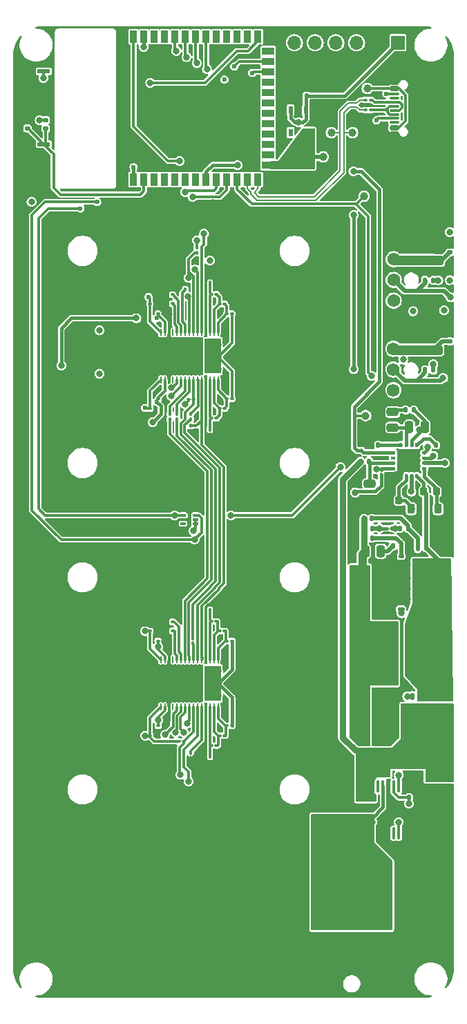
<source format=gbr>
%TF.GenerationSoftware,KiCad,Pcbnew,8.0.4*%
%TF.CreationDate,2024-09-12T18:41:13+02:00*%
%TF.ProjectId,BitForgeNano,42697446-6f72-4676-954e-616e6f2e6b69,rev?*%
%TF.SameCoordinates,Original*%
%TF.FileFunction,Copper,L1,Top*%
%TF.FilePolarity,Positive*%
%FSLAX46Y46*%
G04 Gerber Fmt 4.6, Leading zero omitted, Abs format (unit mm)*
G04 Created by KiCad (PCBNEW 8.0.4) date 2024-09-12 18:41:13*
%MOMM*%
%LPD*%
G01*
G04 APERTURE LIST*
G04 Aperture macros list*
%AMRoundRect*
0 Rectangle with rounded corners*
0 $1 Rounding radius*
0 $2 $3 $4 $5 $6 $7 $8 $9 X,Y pos of 4 corners*
0 Add a 4 corners polygon primitive as box body*
4,1,4,$2,$3,$4,$5,$6,$7,$8,$9,$2,$3,0*
0 Add four circle primitives for the rounded corners*
1,1,$1+$1,$2,$3*
1,1,$1+$1,$4,$5*
1,1,$1+$1,$6,$7*
1,1,$1+$1,$8,$9*
0 Add four rect primitives between the rounded corners*
20,1,$1+$1,$2,$3,$4,$5,0*
20,1,$1+$1,$4,$5,$6,$7,0*
20,1,$1+$1,$6,$7,$8,$9,0*
20,1,$1+$1,$8,$9,$2,$3,0*%
G04 Aperture macros list end*
%TA.AperFunction,SMDPad,CuDef*%
%ADD10RoundRect,0.140000X0.170000X-0.140000X0.170000X0.140000X-0.170000X0.140000X-0.170000X-0.140000X0*%
%TD*%
%TA.AperFunction,SMDPad,CuDef*%
%ADD11RoundRect,0.100000X0.100000X-0.637500X0.100000X0.637500X-0.100000X0.637500X-0.100000X-0.637500X0*%
%TD*%
%TA.AperFunction,SMDPad,CuDef*%
%ADD12RoundRect,0.100000X-0.130000X-0.100000X0.130000X-0.100000X0.130000X0.100000X-0.130000X0.100000X0*%
%TD*%
%TA.AperFunction,SMDPad,CuDef*%
%ADD13RoundRect,0.100000X0.130000X0.100000X-0.130000X0.100000X-0.130000X-0.100000X0.130000X-0.100000X0*%
%TD*%
%TA.AperFunction,SMDPad,CuDef*%
%ADD14RoundRect,0.250000X0.475000X-0.250000X0.475000X0.250000X-0.475000X0.250000X-0.475000X-0.250000X0*%
%TD*%
%TA.AperFunction,SMDPad,CuDef*%
%ADD15RoundRect,0.250000X-0.250000X-0.475000X0.250000X-0.475000X0.250000X0.475000X-0.250000X0.475000X0*%
%TD*%
%TA.AperFunction,SMDPad,CuDef*%
%ADD16RoundRect,0.135000X0.135000X0.185000X-0.135000X0.185000X-0.135000X-0.185000X0.135000X-0.185000X0*%
%TD*%
%TA.AperFunction,SMDPad,CuDef*%
%ADD17RoundRect,0.100000X0.100000X-0.130000X0.100000X0.130000X-0.100000X0.130000X-0.100000X-0.130000X0*%
%TD*%
%TA.AperFunction,SMDPad,CuDef*%
%ADD18RoundRect,0.150000X0.425000X-0.150000X0.425000X0.150000X-0.425000X0.150000X-0.425000X-0.150000X0*%
%TD*%
%TA.AperFunction,SMDPad,CuDef*%
%ADD19RoundRect,0.075000X0.500000X-0.075000X0.500000X0.075000X-0.500000X0.075000X-0.500000X-0.075000X0*%
%TD*%
%TA.AperFunction,ComponentPad*%
%ADD20O,2.100000X1.000000*%
%TD*%
%TA.AperFunction,ComponentPad*%
%ADD21O,1.800000X1.000000*%
%TD*%
%TA.AperFunction,ComponentPad*%
%ADD22R,4.000000X2.000000*%
%TD*%
%TA.AperFunction,ComponentPad*%
%ADD23O,2.000000X3.500000*%
%TD*%
%TA.AperFunction,ComponentPad*%
%ADD24O,3.300000X2.000000*%
%TD*%
%TA.AperFunction,ComponentPad*%
%ADD25C,1.574800*%
%TD*%
%TA.AperFunction,SMDPad,CuDef*%
%ADD26RoundRect,0.225000X0.225000X0.375000X-0.225000X0.375000X-0.225000X-0.375000X0.225000X-0.375000X0*%
%TD*%
%TA.AperFunction,SMDPad,CuDef*%
%ADD27RoundRect,0.135000X0.185000X-0.135000X0.185000X0.135000X-0.185000X0.135000X-0.185000X-0.135000X0*%
%TD*%
%TA.AperFunction,SMDPad,CuDef*%
%ADD28R,1.524000X0.508000*%
%TD*%
%TA.AperFunction,SMDPad,CuDef*%
%ADD29RoundRect,0.135000X-0.135000X-0.185000X0.135000X-0.185000X0.135000X0.185000X-0.135000X0.185000X0*%
%TD*%
%TA.AperFunction,SMDPad,CuDef*%
%ADD30RoundRect,0.250000X1.100000X-0.325000X1.100000X0.325000X-1.100000X0.325000X-1.100000X-0.325000X0*%
%TD*%
%TA.AperFunction,SMDPad,CuDef*%
%ADD31RoundRect,0.250000X0.250000X0.475000X-0.250000X0.475000X-0.250000X-0.475000X0.250000X-0.475000X0*%
%TD*%
%TA.AperFunction,SMDPad,CuDef*%
%ADD32C,1.000000*%
%TD*%
%TA.AperFunction,SMDPad,CuDef*%
%ADD33R,0.558800X0.952500*%
%TD*%
%TA.AperFunction,ComponentPad*%
%ADD34R,1.700000X1.700000*%
%TD*%
%TA.AperFunction,ComponentPad*%
%ADD35O,1.700000X1.700000*%
%TD*%
%TA.AperFunction,SMDPad,CuDef*%
%ADD36RoundRect,0.140000X-0.170000X0.140000X-0.170000X-0.140000X0.170000X-0.140000X0.170000X0.140000X0*%
%TD*%
%TA.AperFunction,SMDPad,CuDef*%
%ADD37RoundRect,0.250000X-0.325000X-1.100000X0.325000X-1.100000X0.325000X1.100000X-0.325000X1.100000X0*%
%TD*%
%TA.AperFunction,SMDPad,CuDef*%
%ADD38RoundRect,0.250000X-0.475000X0.250000X-0.475000X-0.250000X0.475000X-0.250000X0.475000X0.250000X0*%
%TD*%
%TA.AperFunction,SMDPad,CuDef*%
%ADD39RoundRect,0.085000X-0.265000X-0.085000X0.265000X-0.085000X0.265000X0.085000X-0.265000X0.085000X0*%
%TD*%
%TA.AperFunction,SMDPad,CuDef*%
%ADD40R,0.900000X1.500000*%
%TD*%
%TA.AperFunction,SMDPad,CuDef*%
%ADD41R,1.500000X0.900000*%
%TD*%
%TA.AperFunction,SMDPad,CuDef*%
%ADD42R,0.900000X0.900000*%
%TD*%
%TA.AperFunction,SMDPad,CuDef*%
%ADD43R,0.304800X0.609600*%
%TD*%
%TA.AperFunction,SMDPad,CuDef*%
%ADD44R,0.609600X0.304800*%
%TD*%
%TA.AperFunction,SMDPad,CuDef*%
%ADD45R,2.590800X2.590800*%
%TD*%
%TA.AperFunction,SMDPad,CuDef*%
%ADD46R,2.000000X3.050000*%
%TD*%
%TA.AperFunction,SMDPad,CuDef*%
%ADD47RoundRect,0.140000X-0.140000X-0.170000X0.140000X-0.170000X0.140000X0.170000X-0.140000X0.170000X0*%
%TD*%
%TA.AperFunction,SMDPad,CuDef*%
%ADD48RoundRect,0.225000X-0.225000X-0.250000X0.225000X-0.250000X0.225000X0.250000X-0.225000X0.250000X0*%
%TD*%
%TA.AperFunction,SMDPad,CuDef*%
%ADD49RoundRect,0.250000X-1.100000X0.325000X-1.100000X-0.325000X1.100000X-0.325000X1.100000X0.325000X0*%
%TD*%
%TA.AperFunction,SMDPad,CuDef*%
%ADD50RoundRect,0.055250X-0.055250X0.340750X-0.055250X-0.340750X0.055250X-0.340750X0.055250X0.340750X0*%
%TD*%
%TA.AperFunction,SMDPad,CuDef*%
%ADD51R,2.000000X4.277000*%
%TD*%
%TA.AperFunction,SMDPad,CuDef*%
%ADD52R,5.300000X4.277000*%
%TD*%
%TA.AperFunction,SMDPad,CuDef*%
%ADD53RoundRect,0.140000X0.140000X0.170000X-0.140000X0.170000X-0.140000X-0.170000X0.140000X-0.170000X0*%
%TD*%
%TA.AperFunction,SMDPad,CuDef*%
%ADD54RoundRect,0.125000X-0.300000X-0.125000X0.300000X-0.125000X0.300000X0.125000X-0.300000X0.125000X0*%
%TD*%
%TA.AperFunction,SMDPad,CuDef*%
%ADD55R,4.550000X4.410000*%
%TD*%
%TA.AperFunction,SMDPad,CuDef*%
%ADD56RoundRect,0.125000X-0.125000X0.300000X-0.125000X-0.300000X0.125000X-0.300000X0.125000X0.300000X0*%
%TD*%
%TA.AperFunction,SMDPad,CuDef*%
%ADD57R,4.410000X4.550000*%
%TD*%
%TA.AperFunction,ViaPad*%
%ADD58C,0.800000*%
%TD*%
%TA.AperFunction,ViaPad*%
%ADD59C,0.600000*%
%TD*%
%TA.AperFunction,Conductor*%
%ADD60C,0.300000*%
%TD*%
%TA.AperFunction,Conductor*%
%ADD61C,0.400000*%
%TD*%
%TA.AperFunction,Conductor*%
%ADD62C,0.500000*%
%TD*%
%TA.AperFunction,Conductor*%
%ADD63C,1.200000*%
%TD*%
%TA.AperFunction,Conductor*%
%ADD64C,0.750000*%
%TD*%
%TA.AperFunction,Conductor*%
%ADD65C,0.200000*%
%TD*%
%TA.AperFunction,Conductor*%
%ADD66C,1.000000*%
%TD*%
%TA.AperFunction,Conductor*%
%ADD67C,0.350000*%
%TD*%
G04 APERTURE END LIST*
D10*
%TO.P,C48,1*%
%TO.N,3V3*%
X81000000Y-63500000D03*
%TO.P,C48,2*%
%TO.N,GND*%
X81000000Y-64460000D03*
%TD*%
D11*
%TO.P,U4,1,IN+*%
%TO.N,+5V*%
X88225000Y-145362500D03*
%TO.P,U4,2,IN+*%
X88875000Y-145362500D03*
%TO.P,U4,3,IN+*%
X89525000Y-145362500D03*
%TO.P,U4,4,A1*%
%TO.N,GND*%
X90175000Y-145362500D03*
%TO.P,U4,5,A0*%
X90825000Y-145362500D03*
%TO.P,U4,6,GND*%
X91475000Y-145362500D03*
%TO.P,U4,7,ALERT*%
%TO.N,/Power/INA_ALERT*%
X92125000Y-145362500D03*
%TO.P,U4,8,SDA*%
%TO.N,/SDA*%
X92775000Y-145362500D03*
%TO.P,U4,9,SCL*%
%TO.N,/SCL*%
X92775000Y-139637500D03*
%TO.P,U4,10,VS*%
%TO.N,3V3*%
X92125000Y-139637500D03*
%TO.P,U4,11,GND*%
%TO.N,GND*%
X91475000Y-139637500D03*
%TO.P,U4,12,VBUS*%
%TO.N,+5V*%
X90825000Y-139637500D03*
%TO.P,U4,13,NC*%
%TO.N,unconnected-(U4-NC-Pad13)*%
X90175000Y-139637500D03*
%TO.P,U4,14,IN-*%
%TO.N,/5V*%
X89525000Y-139637500D03*
%TO.P,U4,15,IN-*%
X88875000Y-139637500D03*
%TO.P,U4,16,IN-*%
X88225000Y-139637500D03*
%TD*%
D12*
%TO.P,R24,1*%
%TO.N,GND*%
X64380000Y-79362500D03*
%TO.P,R24,2*%
%TO.N,Net-(U13-ROSC_SEL)*%
X65020000Y-79362500D03*
%TD*%
D13*
%TO.P,C37,1*%
%TO.N,/Domain/1V2*%
X62280000Y-133400000D03*
%TO.P,C37,2*%
%TO.N,GND*%
X62920000Y-133400000D03*
%TD*%
%TO.P,C62,1*%
%TO.N,Net-(U13-VDD2_0)*%
X70780000Y-80512500D03*
%TO.P,C62,2*%
%TO.N,Net-(U13-VDD3_0)*%
X71420000Y-80512500D03*
%TD*%
%TO.P,C18,1*%
%TO.N,Net-(U3-VDD1_0)*%
X69780000Y-119400000D03*
%TO.P,C18,2*%
%TO.N,Net-(U3-VDD2_0)*%
X70420000Y-119400000D03*
%TD*%
D14*
%TO.P,C6,1*%
%TO.N,Net-(C6-Pad1)*%
X92020000Y-93750000D03*
%TO.P,C6,2*%
%TO.N,Net-(U1-COMP)*%
X92020000Y-95650000D03*
%TD*%
D15*
%TO.P,C7,1*%
%TO.N,Net-(U1-FB)*%
X95950000Y-95600000D03*
%TO.P,C7,2*%
%TO.N,Net-(U1-COMP)*%
X94050000Y-95600000D03*
%TD*%
D12*
%TO.P,R12,1*%
%TO.N,GND*%
X64380000Y-119450000D03*
%TO.P,R12,2*%
%TO.N,Net-(U3-ROSC_SEL)*%
X65020000Y-119450000D03*
%TD*%
D13*
%TO.P,R13,1*%
%TO.N,GND*%
X64380000Y-120550000D03*
%TO.P,R13,2*%
%TO.N,Net-(U3-LITE_PAD)*%
X65020000Y-120550000D03*
%TD*%
%TO.P,R38,1*%
%TO.N,/ESP32/USB_D+*%
X88680000Y-55500000D03*
%TO.P,R38,2*%
%TO.N,Net-(J5-D+-PadA6)*%
X89320000Y-55500000D03*
%TD*%
D16*
%TO.P,R3,1*%
%TO.N,GND*%
X89190000Y-97800000D03*
%TO.P,R3,2*%
%TO.N,Net-(U1-FADJ)*%
X90210000Y-97800000D03*
%TD*%
D17*
%TO.P,C16,1*%
%TO.N,GND*%
X69600000Y-117380000D03*
%TO.P,C16,2*%
%TO.N,Net-(U3-VDD1_0)*%
X69600000Y-118020000D03*
%TD*%
D18*
%TO.P,J5,A1,GND*%
%TO.N,GND*%
X92255000Y-59725000D03*
%TO.P,J5,A4,VBUS*%
%TO.N,Net-(J5-VBUS-PadA4)*%
X92255000Y-58925000D03*
D19*
%TO.P,J5,A5,CC1*%
%TO.N,Net-(J5-CC1)*%
X92255000Y-57775000D03*
%TO.P,J5,A6,D+*%
%TO.N,Net-(J5-D+-PadA6)*%
X92255000Y-56775000D03*
%TO.P,J5,A7,D-*%
%TO.N,Net-(J5-D--PadA7)*%
X92255000Y-56275000D03*
%TO.P,J5,A8,SBU1*%
%TO.N,unconnected-(J5-SBU1-PadA8)*%
X92255000Y-55275000D03*
D18*
%TO.P,J5,A9,VBUS*%
%TO.N,Net-(J5-VBUS-PadA4)*%
X92255000Y-54125000D03*
%TO.P,J5,A12,GND*%
%TO.N,GND*%
X92255000Y-53325000D03*
%TO.P,J5,B1,GND*%
X92255000Y-53325000D03*
%TO.P,J5,B4,VBUS*%
%TO.N,Net-(J5-VBUS-PadA4)*%
X92255000Y-54125000D03*
D19*
%TO.P,J5,B5,CC2*%
%TO.N,Net-(J5-CC2)*%
X92255000Y-54775000D03*
%TO.P,J5,B6,D+*%
%TO.N,Net-(J5-D+-PadA6)*%
X92255000Y-55775000D03*
%TO.P,J5,B7,D-*%
%TO.N,Net-(J5-D--PadA7)*%
X92255000Y-57275000D03*
%TO.P,J5,B8,SBU2*%
%TO.N,unconnected-(J5-SBU2-PadB8)*%
X92255000Y-58275000D03*
D18*
%TO.P,J5,B9,VBUS*%
%TO.N,Net-(J5-VBUS-PadA4)*%
X92255000Y-58925000D03*
%TO.P,J5,B12,GND*%
%TO.N,GND*%
X92255000Y-59725000D03*
D20*
%TO.P,J5,S1,SHIELD*%
X92830000Y-60845000D03*
D21*
X97010000Y-60845000D03*
D20*
X92830000Y-52205000D03*
D21*
X97010000Y-52205000D03*
%TD*%
D22*
%TO.P,J1,1*%
%TO.N,+5V*%
X87000000Y-154800000D03*
D23*
%TO.P,J1,2*%
%TO.N,GND*%
X82500000Y-161800000D03*
D24*
X87000000Y-160800000D03*
D23*
X91500000Y-161800000D03*
%TD*%
D25*
%TO.P,J8,1,Pin_1*%
%TO.N,GND*%
X92100000Y-83460000D03*
%TO.P,J8,2,Pin_2*%
%TO.N,/5V*%
X92100000Y-86000000D03*
%TO.P,J8,3,Pin_3*%
%TO.N,/Fan/FAN2_TACH*%
X92100000Y-88540000D03*
%TO.P,J8,4,Pin_4*%
%TO.N,/Fan/FAN2_PWM*%
X92100000Y-91080000D03*
%TD*%
D13*
%TO.P,C27,1*%
%TO.N,/Domain/1V2*%
X62260000Y-120600000D03*
%TO.P,C27,2*%
%TO.N,GND*%
X62900000Y-120600000D03*
%TD*%
D26*
%TO.P,D1,1,K*%
%TO.N,Net-(D1-K)*%
X97575001Y-105595000D03*
%TO.P,D1,2,A*%
%TO.N,Net-(D1-A)*%
X94275001Y-105595000D03*
%TD*%
D13*
%TO.P,C71,1*%
%TO.N,/Domain/1V2*%
X62280000Y-93312500D03*
%TO.P,C71,2*%
%TO.N,GND*%
X62920000Y-93312500D03*
%TD*%
D16*
%TO.P,R8,1*%
%TO.N,VDD*%
X88490000Y-109200000D03*
%TO.P,R8,2*%
%TO.N,Net-(U1-FB)*%
X89510000Y-109200000D03*
%TD*%
%TO.P,R7,1*%
%TO.N,VDD*%
X88490000Y-108000000D03*
%TO.P,R7,2*%
%TO.N,Net-(U1-CS-)*%
X89510000Y-108000000D03*
%TD*%
D27*
%TO.P,R9,1*%
%TO.N,Net-(U1-FB)*%
X93050000Y-111390000D03*
%TO.P,R9,2*%
%TO.N,GND*%
X93050000Y-112410000D03*
%TD*%
D17*
%TO.P,R11,1*%
%TO.N,Net-(U13-CO)*%
X67250000Y-93980000D03*
%TO.P,R11,2*%
%TO.N,Net-(U3-CI)*%
X67250000Y-94620000D03*
%TD*%
%TO.P,C68,1*%
%TO.N,Net-(U13-VDD1_1)*%
X69600000Y-95892500D03*
%TO.P,C68,2*%
%TO.N,GND*%
X69600000Y-96532500D03*
%TD*%
D12*
%TO.P,C36,1*%
%TO.N,VDD*%
X72320000Y-132200000D03*
%TO.P,C36,2*%
%TO.N,Net-(U3-VDD3_1)*%
X71680000Y-132200000D03*
%TD*%
D13*
%TO.P,C44,1*%
%TO.N,/Domain/0V8*%
X63280000Y-132200000D03*
%TO.P,C44,2*%
%TO.N,GND*%
X63920000Y-132200000D03*
%TD*%
D28*
%TO.P,SW2,1*%
%TO.N,GND*%
X49250000Y-65250000D03*
%TO.P,SW2,2*%
%TO.N,/ESP32/EN*%
X49250000Y-60932000D03*
%TD*%
D29*
%TO.P,R6,1*%
%TO.N,Net-(C9-Pad2)*%
X93910000Y-108000000D03*
%TO.P,R6,2*%
%TO.N,Net-(U1-CS+)*%
X92890000Y-108000000D03*
%TD*%
D13*
%TO.P,C72,1*%
%TO.N,/Domain/0V8*%
X63280000Y-92112500D03*
%TO.P,C72,2*%
%TO.N,GND*%
X63920000Y-92112500D03*
%TD*%
D30*
%TO.P,C1,1*%
%TO.N,/5V*%
X97750000Y-138000000D03*
%TO.P,C1,2*%
%TO.N,GND*%
X97750000Y-140950000D03*
%TD*%
D12*
%TO.P,C51,1*%
%TO.N,Net-(U3-VDD2_1)*%
X70420000Y-134600000D03*
%TO.P,C51,2*%
%TO.N,Net-(U3-VDD1_1)*%
X69780000Y-134600000D03*
%TD*%
D17*
%TO.P,C54,1*%
%TO.N,GND*%
X69600000Y-77292500D03*
%TO.P,C54,2*%
%TO.N,Net-(U13-VDD1_0)*%
X69600000Y-77932500D03*
%TD*%
D13*
%TO.P,C70,1*%
%TO.N,/Domain/1V2*%
X62260000Y-80512500D03*
%TO.P,C70,2*%
%TO.N,GND*%
X62900000Y-80512500D03*
%TD*%
D27*
%TO.P,R21,1*%
%TO.N,3V3*%
X49500000Y-57990000D03*
%TO.P,R21,2*%
%TO.N,/ESP32/EN*%
X49500000Y-59010000D03*
%TD*%
D31*
%TO.P,C10,1*%
%TO.N,VDD*%
X88650000Y-110800000D03*
%TO.P,C10,2*%
%TO.N,Net-(C10-Pad2)*%
X90550000Y-110800000D03*
%TD*%
D32*
%TO.P,TP14,1,1*%
%TO.N,/ESP32/USB_D+*%
X84500000Y-59500000D03*
%TD*%
D12*
%TO.P,C38,1*%
%TO.N,Net-(U3-VDD3_1)*%
X71420000Y-133400000D03*
%TO.P,C38,2*%
%TO.N,Net-(U3-VDD2_1)*%
X70780000Y-133400000D03*
%TD*%
D16*
%TO.P,R10,1*%
%TO.N,Net-(C10-Pad2)*%
X92050000Y-110150000D03*
%TO.P,R10,2*%
%TO.N,Net-(U1-FB)*%
X93070000Y-110150000D03*
%TD*%
D13*
%TO.P,C63,1*%
%TO.N,Net-(U13-VDD3_0)*%
X71680000Y-81712500D03*
%TO.P,C63,2*%
%TO.N,VDD*%
X72320000Y-81712500D03*
%TD*%
D17*
%TO.P,R2,1*%
%TO.N,/ESP32/PGOOD*%
X90600000Y-100800000D03*
%TO.P,R2,2*%
%TO.N,3V3*%
X90600000Y-101440000D03*
%TD*%
D13*
%TO.P,R33,1*%
%TO.N,GND*%
X64380000Y-80462500D03*
%TO.P,R33,2*%
%TO.N,Net-(U13-LITE_PAD)*%
X65020000Y-80462500D03*
%TD*%
D12*
%TO.P,C8,1*%
%TO.N,Net-(U1-CS+)*%
X91920000Y-108000000D03*
%TO.P,C8,2*%
%TO.N,Net-(U1-CS-)*%
X91280000Y-108000000D03*
%TD*%
D33*
%TO.P,U10,1,VIN*%
%TO.N,/5V*%
X81379600Y-56744100D03*
%TO.P,U10,2,GND*%
%TO.N,GND*%
X80439800Y-56744100D03*
%TO.P,U10,3,EN*%
%TO.N,/5V*%
X79500000Y-56744100D03*
%TO.P,U10,4,NC*%
%TO.N,unconnected-(U10-NC-Pad4)*%
X79500000Y-59500000D03*
%TO.P,U10,5,VOUT*%
%TO.N,3V3*%
X81379600Y-59500000D03*
%TD*%
D10*
%TO.P,C57,1*%
%TO.N,3V3*%
X79750000Y-63500000D03*
%TO.P,C57,2*%
%TO.N,GND*%
X79750000Y-64460000D03*
%TD*%
D34*
%TO.P,J7,1,Pin_1*%
%TO.N,/5V*%
X92660000Y-48500000D03*
D35*
%TO.P,J7,2,Pin_2*%
%TO.N,GND*%
X90120000Y-48500000D03*
%TO.P,J7,3,Pin_3*%
%TO.N,Net-(J7-Pin_3)*%
X87580000Y-48500000D03*
%TO.P,J7,4,Pin_4*%
%TO.N,Net-(J7-Pin_4)*%
X85040000Y-48500000D03*
%TO.P,J7,5,Pin_5*%
%TO.N,Net-(J7-Pin_5)*%
X82500000Y-48500000D03*
%TO.P,J7,6,Pin_6*%
%TO.N,Net-(J7-Pin_6)*%
X79960000Y-48500000D03*
%TD*%
D17*
%TO.P,R35,1*%
%TO.N,Net-(U13-CLKO)*%
X65600000Y-93992500D03*
%TO.P,R35,2*%
%TO.N,Net-(U3-CLKI)*%
X65600000Y-94632500D03*
%TD*%
D32*
%TO.P,TP1,1,1*%
%TO.N,/5V*%
X91250000Y-136750000D03*
%TD*%
D12*
%TO.P,C67,1*%
%TO.N,Net-(U13-VDD2_1)*%
X70420000Y-94512500D03*
%TO.P,C67,2*%
%TO.N,Net-(U13-VDD1_1)*%
X69780000Y-94512500D03*
%TD*%
D36*
%TO.P,C43,1*%
%TO.N,/5V*%
X99000000Y-74180000D03*
%TO.P,C43,2*%
%TO.N,GND*%
X99000000Y-73220000D03*
%TD*%
D32*
%TO.P,TP5,1,1*%
%TO.N,/PWR_EN*%
X88700000Y-94200000D03*
%TD*%
D29*
%TO.P,R1,1*%
%TO.N,Net-(U1-VIN)*%
X89110000Y-99800000D03*
%TO.P,R1,2*%
%TO.N,/5V*%
X88090000Y-99800000D03*
%TD*%
D13*
%TO.P,C19,1*%
%TO.N,/Domain/0V8*%
X63260000Y-121800000D03*
%TO.P,C19,2*%
%TO.N,GND*%
X63900000Y-121800000D03*
%TD*%
D37*
%TO.P,C12,1*%
%TO.N,GND*%
X91250002Y-129250000D03*
%TO.P,C12,2*%
%TO.N,VDD*%
X88300002Y-129250000D03*
%TD*%
D38*
%TO.P,C4,1*%
%TO.N,GND*%
X89200000Y-104450000D03*
%TO.P,C4,2*%
%TO.N,Net-(U1-VIN)*%
X89200000Y-102550000D03*
%TD*%
D17*
%TO.P,R23,1*%
%TO.N,GND*%
X66600000Y-78092500D03*
%TO.P,R23,2*%
%TO.N,/Domain/I_BI*%
X66600000Y-78732500D03*
%TD*%
D39*
%TO.P,U7,1,SCL*%
%TO.N,/SCL*%
X66350000Y-106400000D03*
%TO.P,U7,2,GND*%
%TO.N,GND*%
X66350000Y-106900000D03*
%TO.P,U7,3,ALERT*%
%TO.N,unconnected-(U7-ALERT-Pad3)*%
X66350000Y-107400000D03*
%TO.P,U7,4,A0*%
%TO.N,3V3*%
X67850000Y-107400000D03*
%TO.P,U7,5,V+*%
X67850000Y-106900000D03*
%TO.P,U7,6,SDA*%
%TO.N,/SDA*%
X67850000Y-106400000D03*
%TD*%
D40*
%TO.P,U8,1,GND*%
%TO.N,GND*%
X58990000Y-65265000D03*
%TO.P,U8,2,3V3*%
%TO.N,3V3*%
X60260000Y-65265000D03*
%TO.P,U8,3,EN*%
%TO.N,/ESP32/EN*%
X61530000Y-65265000D03*
%TO.P,U8,4,GPIO4/TOUCH4/ADC1_CH3*%
%TO.N,unconnected-(U8-GPIO4{slash}TOUCH4{slash}ADC1_CH3-Pad4)*%
X62800000Y-65265000D03*
%TO.P,U8,5,GPIO5/TOUCH5/ADC1_CH4*%
%TO.N,unconnected-(U8-GPIO5{slash}TOUCH5{slash}ADC1_CH4-Pad5)*%
X64070000Y-65265000D03*
%TO.P,U8,6,GPIO6/TOUCH6/ADC1_CH5*%
%TO.N,unconnected-(U8-GPIO6{slash}TOUCH6{slash}ADC1_CH5-Pad6)*%
X65340000Y-65265000D03*
%TO.P,U8,7,GPIO7/TOUCH7/ADC1_CH6*%
%TO.N,unconnected-(U8-GPIO7{slash}TOUCH7{slash}ADC1_CH6-Pad7)*%
X66610000Y-65265000D03*
%TO.P,U8,8,GPIO15/U0RTS/ADC2_CH4/XTAL_32K_P*%
%TO.N,unconnected-(U8-GPIO15{slash}U0RTS{slash}ADC2_CH4{slash}XTAL_32K_P-Pad8)*%
X67880000Y-65265000D03*
%TO.P,U8,9,GPIO16/U0CTS/ADC2_CH5/XTAL_32K_NH5*%
%TO.N,/PWR_EN*%
X69150000Y-65265000D03*
%TO.P,U8,10,GPIO17/U1TXD/ADC2_CH6*%
%TO.N,/TX*%
X70420000Y-65265000D03*
%TO.P,U8,11,GPIO18/U1RXD/ADC2_CH7/CLK_OUT3*%
%TO.N,/RX*%
X71690000Y-65265000D03*
%TO.P,U8,12,GPIO8/TOUCH8/ADC1_CH7/SUBSPICS1*%
%TO.N,/ESP32/PGOOD*%
X72960000Y-65265000D03*
%TO.P,U8,13,GPIO19/U1RTS/ADC2_CH8/CLK_OUT2/USB_D-*%
%TO.N,/ESP32/USB_D-*%
X74230000Y-65265000D03*
%TO.P,U8,14,GPIO20/U1CTS/ADC2_CH9/CLK_OUT1/USB_D+*%
%TO.N,/ESP32/USB_D+*%
X75500000Y-65265000D03*
D41*
%TO.P,U8,15,GPIO3/TOUCH3/ADC1_CH2\u002A*%
%TO.N,3V3*%
X76750000Y-63500000D03*
%TO.P,U8,16,\u002AGPIO46*%
%TO.N,unconnected-(U8-\u002AGPIO46-Pad16)*%
X76750000Y-62230000D03*
%TO.P,U8,17,GPIO9/TOUCH9/ADC1_CH8/FSPIHD/SUBSPIHD*%
%TO.N,unconnected-(U8-GPIO9{slash}TOUCH9{slash}ADC1_CH8{slash}FSPIHD{slash}SUBSPIHD-Pad17)*%
X76750000Y-60960000D03*
%TO.P,U8,18,GPIO10/TOUCH10/ADC1_CH9/FSPICS0/FSPIIO4/SUBSPICS0*%
%TO.N,unconnected-(U8-GPIO10{slash}TOUCH10{slash}ADC1_CH9{slash}FSPICS0{slash}FSPIIO4{slash}SUBSPICS0-Pad18)*%
X76750000Y-59690000D03*
%TO.P,U8,19,GPIO11/TOUCH11/ADC2_CH0/FSPID/FSPIIO5/SUBSPID*%
%TO.N,unconnected-(U8-GPIO11{slash}TOUCH11{slash}ADC2_CH0{slash}FSPID{slash}FSPIIO5{slash}SUBSPID-Pad19)*%
X76750000Y-58420000D03*
%TO.P,U8,20,GPIO12/TOUCH12/ADC2_CH1/FSPICLK/FSPIIO6/SUBSPICLK*%
%TO.N,unconnected-(U8-GPIO12{slash}TOUCH12{slash}ADC2_CH1{slash}FSPICLK{slash}FSPIIO6{slash}SUBSPICLK-Pad20)*%
X76750000Y-57150000D03*
%TO.P,U8,21,GPIO13/TOUCH13/ADC2_CH2/FSPIQ/FSPIIO7/SUBSPIQ*%
%TO.N,unconnected-(U8-GPIO13{slash}TOUCH13{slash}ADC2_CH2{slash}FSPIQ{slash}FSPIIO7{slash}SUBSPIQ-Pad21)*%
X76750000Y-55880000D03*
%TO.P,U8,22,GPIO14/TOUCH14/ADC2_CH3/FSPIWP/FSPIDQS/SUBSPIWP*%
%TO.N,unconnected-(U8-GPIO14{slash}TOUCH14{slash}ADC2_CH3{slash}FSPIWP{slash}FSPIDQS{slash}SUBSPIWP-Pad22)*%
X76750000Y-54610000D03*
%TO.P,U8,23,GPIO21*%
%TO.N,unconnected-(U8-GPIO21-Pad23)*%
X76750000Y-53340000D03*
%TO.P,U8,24,GPIO47/SPICLK_P/SUBSPICLK_P_DIFF*%
%TO.N,/SDA*%
X76750000Y-52070000D03*
%TO.P,U8,25,GPIO48/SPICLK_N/SUBSPICLK_N_DIFF*%
%TO.N,/SCL*%
X76750000Y-50800000D03*
%TO.P,U8,26,\u002AGPIO45*%
%TO.N,unconnected-(U8-\u002AGPIO45-Pad26)*%
X76750000Y-49530000D03*
D40*
%TO.P,U8,27,GPIO0/BOOT\u002A*%
%TO.N,/ESP32/IO0*%
X75500000Y-47765000D03*
%TO.P,U8,28,SPIIO6/GPIO35/FSPID/SUBSPID*%
%TO.N,unconnected-(U8-SPIIO6{slash}GPIO35{slash}FSPID{slash}SUBSPID-Pad28)*%
X74230000Y-47765000D03*
%TO.P,U8,29,SPIIO7/GPIO36/FSPICLK/SUBSPICLK*%
%TO.N,unconnected-(U8-SPIIO7{slash}GPIO36{slash}FSPICLK{slash}SUBSPICLK-Pad29)*%
X72960000Y-47765000D03*
%TO.P,U8,30,SPIDQS/GPIO37/FSPIQ/SUBSPIQ*%
%TO.N,unconnected-(U8-SPIDQS{slash}GPIO37{slash}FSPIQ{slash}SUBSPIQ-Pad30)*%
X71690000Y-47765000D03*
%TO.P,U8,31,GPIO38/FSPIWP/SUBSPIWP*%
%TO.N,unconnected-(U8-GPIO38{slash}FSPIWP{slash}SUBSPIWP-Pad31)*%
X70420000Y-47765000D03*
%TO.P,U8,32,MTCK/GPIO39/CLK_OUT3/SUBSPICS1*%
%TO.N,Net-(J7-Pin_3)*%
X69150000Y-47765000D03*
%TO.P,U8,33,MTDO/GPIO40/CLK_OUT2*%
%TO.N,Net-(J7-Pin_4)*%
X67880000Y-47765000D03*
%TO.P,U8,34,MTDI/GPIO41/CLK_OUT1*%
%TO.N,Net-(J7-Pin_5)*%
X66610000Y-47765000D03*
%TO.P,U8,35,MTMS/GPIO42*%
%TO.N,Net-(J7-Pin_6)*%
X65340000Y-47765000D03*
%TO.P,U8,36,U0RXD/GPIO44/CLK_OUT2*%
%TO.N,unconnected-(U8-U0RXD{slash}GPIO44{slash}CLK_OUT2-Pad36)*%
X64070000Y-47765000D03*
%TO.P,U8,37,U0TXD/GPIO43/CLK_OUT1*%
%TO.N,unconnected-(U8-U0TXD{slash}GPIO43{slash}CLK_OUT1-Pad37)*%
X62800000Y-47765000D03*
%TO.P,U8,38,GPIO2/TOUCH2/ADC1_CH1*%
%TO.N,/ESP32/VDD_SAMPLE_0*%
X61530000Y-47765000D03*
%TO.P,U8,39,GPIO1/TOUCH1/ADC1_CH0*%
%TO.N,/RST*%
X60260000Y-47765000D03*
%TO.P,U8,40,GND*%
%TO.N,GND*%
X58990000Y-47765000D03*
D42*
%TO.P,U8,41,GND*%
X65310000Y-59415000D03*
X66710000Y-59415000D03*
X68110000Y-59415000D03*
X65310000Y-58015000D03*
X66710000Y-58015000D03*
X68110000Y-58015000D03*
X65310000Y-56615000D03*
X66710000Y-56615000D03*
X68110000Y-56615000D03*
%TD*%
D43*
%TO.P,U1,1,SS/TRACK*%
%TO.N,Net-(U1-SS{slash}TRACK)*%
X94974999Y-97795000D03*
%TO.P,U1,2,FB*%
%TO.N,Net-(U1-FB)*%
X94325001Y-97795000D03*
%TO.P,U1,3,COMP*%
%TO.N,Net-(U1-COMP)*%
X93674999Y-97795000D03*
%TO.P,U1,4,FADJ*%
%TO.N,Net-(U1-FADJ)*%
X93025001Y-97795000D03*
D44*
%TO.P,U1,5,EN*%
%TO.N,/PWR_EN*%
X92095000Y-98725001D03*
%TO.P,U1,6,SYNC*%
%TO.N,unconnected-(U1-SYNC-Pad6)*%
X92095000Y-99374999D03*
%TO.P,U1,7,VIN*%
%TO.N,Net-(U1-VIN)*%
X92095000Y-100025001D03*
%TO.P,U1,8,PGOOD*%
%TO.N,/ESP32/PGOOD*%
X92095000Y-100674999D03*
D45*
%TO.P,U1,9,GND*%
%TO.N,GND*%
X94000000Y-99700000D03*
D43*
X93025001Y-101605000D03*
%TO.P,U1,10,VDD*%
%TO.N,Net-(D1-A)*%
X93674999Y-101605000D03*
%TO.P,U1,11,LG*%
%TO.N,unconnected-(U1-LG-Pad11)*%
X94325001Y-101605000D03*
%TO.P,U1,12,SW*%
%TO.N,Net-(U1-SW)*%
X94974999Y-101605000D03*
D44*
%TO.P,U1,13,CBOOT*%
%TO.N,Net-(D1-K)*%
X95905000Y-100674999D03*
%TO.P,U1,14,HG*%
%TO.N,unconnected-(U1-HG-Pad14)*%
X95905000Y-100025001D03*
%TO.P,U1,15,CS-*%
%TO.N,Net-(U1-CS-)*%
X95905000Y-99374999D03*
%TO.P,U1,16,CS+*%
%TO.N,Net-(U1-CS+)*%
X95905000Y-98725001D03*
%TD*%
D16*
%TO.P,R18,1*%
%TO.N,/Fan/FAN1_TACH*%
X95990000Y-77600000D03*
%TO.P,R18,2*%
%TO.N,3V3*%
X97010000Y-77600000D03*
%TD*%
D32*
%TO.P,TP15,1,1*%
%TO.N,Net-(J5-VBUS-PadA4)*%
X88900000Y-54100000D03*
%TD*%
D17*
%TO.P,R40,1*%
%TO.N,/Domain/NRSTO*%
X67250000Y-135530000D03*
%TO.P,R40,2*%
%TO.N,GND*%
X67250000Y-136170000D03*
%TD*%
D12*
%TO.P,C66,1*%
%TO.N,Net-(U13-VDD3_1)*%
X71420000Y-93312500D03*
%TO.P,C66,2*%
%TO.N,Net-(U13-VDD2_1)*%
X70780000Y-93312500D03*
%TD*%
D37*
%TO.P,C85,1*%
%TO.N,GND*%
X91275000Y-117200000D03*
%TO.P,C85,2*%
%TO.N,VDD*%
X88325000Y-117200000D03*
%TD*%
D17*
%TO.P,R27,1*%
%TO.N,GND*%
X88200000Y-97825000D03*
%TO.P,R27,2*%
%TO.N,/PWR_EN*%
X88200000Y-98465000D03*
%TD*%
%TO.P,C52,1*%
%TO.N,Net-(U3-VDD1_1)*%
X69600000Y-135980000D03*
%TO.P,C52,2*%
%TO.N,GND*%
X69600000Y-136620000D03*
%TD*%
D36*
%TO.P,C23,1*%
%TO.N,/5V*%
X99000000Y-85080000D03*
%TO.P,C23,2*%
%TO.N,GND*%
X99000000Y-84120000D03*
%TD*%
D16*
%TO.P,R20,1*%
%TO.N,/Fan/FAN2_TACH*%
X95980000Y-88600000D03*
%TO.P,R20,2*%
%TO.N,3V3*%
X97000000Y-88600000D03*
%TD*%
D29*
%TO.P,R4,1*%
%TO.N,Net-(U1-FB)*%
X94630000Y-93500000D03*
%TO.P,R4,2*%
%TO.N,Net-(C6-Pad1)*%
X93610000Y-93500000D03*
%TD*%
D13*
%TO.P,C69,1*%
%TO.N,/Domain/0V8*%
X63260000Y-81712500D03*
%TO.P,C69,2*%
%TO.N,GND*%
X63900000Y-81712500D03*
%TD*%
D28*
%TO.P,SW1,1*%
%TO.N,GND*%
X49250000Y-56320500D03*
%TO.P,SW1,2*%
%TO.N,/ESP32/IO0*%
X49250000Y-52002500D03*
%TD*%
D46*
%TO.P,L1,1,1*%
%TO.N,Net-(U1-SW)*%
X97675000Y-123575000D03*
%TO.P,L1,2,2*%
%TO.N,VDD*%
X89325000Y-123575000D03*
%TD*%
D37*
%TO.P,C13,1*%
%TO.N,GND*%
X91225002Y-132625000D03*
%TO.P,C13,2*%
%TO.N,VDD*%
X88275002Y-132625000D03*
%TD*%
D47*
%TO.P,C5,1*%
%TO.N,GND*%
X98280000Y-97800000D03*
%TO.P,C5,2*%
%TO.N,Net-(U1-SS{slash}TRACK)*%
X97320000Y-97800000D03*
%TD*%
D29*
%TO.P,R5,1*%
%TO.N,Net-(U1-SW)*%
X96110000Y-110400000D03*
%TO.P,R5,2*%
%TO.N,Net-(C9-Pad2)*%
X95090000Y-110400000D03*
%TD*%
D48*
%TO.P,C3,1*%
%TO.N,GND*%
X91225000Y-104600000D03*
%TO.P,C3,2*%
%TO.N,Net-(D1-A)*%
X92775000Y-104600000D03*
%TD*%
D17*
%TO.P,R19,1*%
%TO.N,Net-(U13-BO)*%
X64700000Y-93992500D03*
%TO.P,R19,2*%
%TO.N,Net-(U3-BI)*%
X64700000Y-94632500D03*
%TD*%
D49*
%TO.P,C22,1*%
%TO.N,/5V*%
X96800000Y-86175000D03*
%TO.P,C22,2*%
%TO.N,GND*%
X96800000Y-83225000D03*
%TD*%
D13*
%TO.P,C28,1*%
%TO.N,Net-(U3-VDD3_0)*%
X71680000Y-121800000D03*
%TO.P,C28,2*%
%TO.N,VDD*%
X72320000Y-121800000D03*
%TD*%
D12*
%TO.P,R15,1*%
%TO.N,Net-(U13-RI)*%
X67620000Y-92212500D03*
%TO.P,R15,2*%
%TO.N,/Domain/1V2*%
X66980000Y-92212500D03*
%TD*%
D50*
%TO.P,U3,1,VDD3_0*%
%TO.N,Net-(U3-VDD3_0)*%
X70614000Y-124084000D03*
%TO.P,U3,2,VDD2_0*%
%TO.N,Net-(U3-VDD2_0)*%
X70112000Y-124084000D03*
%TO.P,U3,3,VDD1_0*%
%TO.N,Net-(U3-VDD1_0)*%
X69610000Y-124084000D03*
%TO.P,U3,4,VSS*%
%TO.N,GND*%
X69108000Y-124084000D03*
%TO.P,U3,5,NRSTI*%
%TO.N,Net-(U13-NRSTO)*%
X68606000Y-124084000D03*
%TO.P,U3,6,CI*%
%TO.N,Net-(U3-CI)*%
X68104000Y-124084000D03*
%TO.P,U3,7,RO*%
%TO.N,Net-(U3-RO)*%
X67602000Y-124084000D03*
%TO.P,U3,8,CLKI*%
%TO.N,Net-(U3-CLKI)*%
X67100000Y-124084000D03*
%TO.P,U3,9,BI*%
%TO.N,Net-(U3-BI)*%
X66598000Y-124084000D03*
%TO.P,U3,10,ROSC_SEL*%
%TO.N,Net-(U3-ROSC_SEL)*%
X66096000Y-124084000D03*
%TO.P,U3,11,LITE_PAD*%
%TO.N,Net-(U3-LITE_PAD)*%
X65594000Y-124084000D03*
%TO.P,U3,12,INV_CLKO*%
%TO.N,unconnected-(U3-INV_CLKO-Pad12)*%
X65092000Y-124084000D03*
%TO.P,U3,13,PLL_VSS*%
%TO.N,GND*%
X64590000Y-124084000D03*
%TO.P,U3,14,VDDIO_08_0*%
%TO.N,/Domain/0V8*%
X64088000Y-124084000D03*
%TO.P,U3,15,VDDIO_12_0*%
%TO.N,/Domain/1V2*%
X63586000Y-124084000D03*
%TO.P,U3,16,VDDIO_12_1*%
X63586000Y-129916000D03*
%TO.P,U3,17,VDDIO_08_1*%
%TO.N,/Domain/0V8*%
X64088000Y-129916000D03*
%TO.P,U3,18,VSS*%
%TO.N,GND*%
X64590000Y-129916000D03*
%TO.P,U3,19,PIN_MODE*%
%TO.N,unconnected-(U3-PIN_MODE-Pad19)*%
X65092000Y-129916000D03*
%TO.P,U3,20,TEMP_P*%
%TO.N,Net-(U3-TEMP_P)*%
X65594000Y-129916000D03*
%TO.P,U3,21,TEMP_N*%
%TO.N,Net-(U3-TEMP_N)*%
X66096000Y-129916000D03*
%TO.P,U3,22,BO*%
%TO.N,Net-(U3-BO)*%
X66598000Y-129916000D03*
%TO.P,U3,23,CLKO*%
%TO.N,Net-(U3-CLKO)*%
X67100000Y-129916000D03*
%TO.P,U3,24,RI*%
%TO.N,Net-(U3-RI)*%
X67602000Y-129916000D03*
%TO.P,U3,25,CO*%
%TO.N,Net-(U3-CO)*%
X68104000Y-129916000D03*
%TO.P,U3,26,NRSTO*%
%TO.N,/Domain/NRSTO*%
X68606000Y-129916000D03*
%TO.P,U3,27,VSS*%
%TO.N,GND*%
X69108000Y-129916000D03*
%TO.P,U3,28,VDD1_1*%
%TO.N,Net-(U3-VDD1_1)*%
X69610000Y-129916000D03*
%TO.P,U3,29,VDD2_1*%
%TO.N,Net-(U3-VDD2_1)*%
X70112000Y-129916000D03*
%TO.P,U3,30,VDD3_1*%
%TO.N,Net-(U3-VDD3_1)*%
X70614000Y-129916000D03*
D51*
%TO.P,U3,31,VDD*%
%TO.N,VDD*%
X69970000Y-127000000D03*
D52*
%TO.P,U3,32,VSS*%
%TO.N,GND*%
X65860000Y-127000000D03*
%TD*%
D25*
%TO.P,J6,1,Pin_1*%
%TO.N,GND*%
X92138851Y-72479400D03*
%TO.P,J6,2,Pin_2*%
%TO.N,/5V*%
X92138851Y-75019400D03*
%TO.P,J6,3,Pin_3*%
%TO.N,/Fan/FAN1_TACH*%
X92138851Y-77559400D03*
%TO.P,J6,4,Pin_4*%
%TO.N,/Fan/FAN1_PWM*%
X92138851Y-80099400D03*
%TD*%
D12*
%TO.P,R17,1*%
%TO.N,Net-(U3-RI)*%
X66420000Y-134100000D03*
%TO.P,R17,2*%
%TO.N,/Domain/1V2*%
X65780000Y-134100000D03*
%TD*%
D53*
%TO.P,C14,1*%
%TO.N,3V3*%
X94020000Y-141000000D03*
%TO.P,C14,2*%
%TO.N,GND*%
X94980000Y-141000000D03*
%TD*%
D13*
%TO.P,C26,1*%
%TO.N,Net-(U3-VDD2_0)*%
X70780000Y-120600000D03*
%TO.P,C26,2*%
%TO.N,Net-(U3-VDD3_0)*%
X71420000Y-120600000D03*
%TD*%
D49*
%TO.P,C24,1*%
%TO.N,/5V*%
X96900000Y-75175000D03*
%TO.P,C24,2*%
%TO.N,GND*%
X96900000Y-72225000D03*
%TD*%
D13*
%TO.P,C55,1*%
%TO.N,Net-(U13-VDD1_0)*%
X69780000Y-79312500D03*
%TO.P,C55,2*%
%TO.N,Net-(U13-VDD2_0)*%
X70420000Y-79312500D03*
%TD*%
D32*
%TO.P,TP4,1,1*%
%TO.N,3V3*%
X83500000Y-62500000D03*
%TD*%
D53*
%TO.P,C9,1*%
%TO.N,VDD*%
X88520000Y-106800000D03*
%TO.P,C9,2*%
%TO.N,Net-(C9-Pad2)*%
X89480000Y-106800000D03*
%TD*%
D36*
%TO.P,C49,1*%
%TO.N,/ESP32/EN*%
X47250000Y-59000500D03*
%TO.P,C49,2*%
%TO.N,GND*%
X47250000Y-58040500D03*
%TD*%
D47*
%TO.P,C56,1*%
%TO.N,/5V*%
X81480000Y-55000000D03*
%TO.P,C56,2*%
%TO.N,GND*%
X80520000Y-55000000D03*
%TD*%
D48*
%TO.P,C2,1*%
%TO.N,Net-(U1-SW)*%
X95825000Y-103500000D03*
%TO.P,C2,2*%
%TO.N,Net-(D1-K)*%
X97375000Y-103500000D03*
%TD*%
D32*
%TO.P,TP19,1,1*%
%TO.N,/ESP32/PGOOD*%
X88500000Y-67300000D03*
%TD*%
D17*
%TO.P,R34,1*%
%TO.N,Net-(U13-RI)*%
X67500000Y-121480000D03*
%TO.P,R34,2*%
%TO.N,Net-(U3-RO)*%
X67500000Y-122120000D03*
%TD*%
D54*
%TO.P,Q2,1,S*%
%TO.N,GND*%
X93050000Y-114095000D03*
%TO.P,Q2,2,S*%
X93050000Y-115365000D03*
%TO.P,Q2,3,S*%
X93050000Y-116635000D03*
%TO.P,Q2,4,G*%
%TO.N,unconnected-(U1-LG-Pad11)*%
X93050000Y-117905000D03*
D55*
%TO.P,Q2,5,D*%
%TO.N,Net-(U1-SW)*%
X97000000Y-116000000D03*
%TD*%
D12*
%TO.P,C65,1*%
%TO.N,VDD*%
X72320000Y-92112500D03*
%TO.P,C65,2*%
%TO.N,Net-(U13-VDD3_1)*%
X71680000Y-92112500D03*
%TD*%
D17*
%TO.P,R16,1*%
%TO.N,Net-(U13-NRSTO)*%
X67250000Y-95442500D03*
%TO.P,R16,2*%
%TO.N,GND*%
X67250000Y-96082500D03*
%TD*%
D56*
%TO.P,Q1,1,S*%
%TO.N,Net-(U1-SW)*%
X98240000Y-128595000D03*
%TO.P,Q1,2,S*%
X96970000Y-128595000D03*
%TO.P,Q1,3,S*%
X95700000Y-128595000D03*
%TO.P,Q1,4,G*%
%TO.N,unconnected-(U1-HG-Pad14)*%
X94430000Y-128595000D03*
D57*
%TO.P,Q1,5,D*%
%TO.N,/5V*%
X96335000Y-132545000D03*
%TD*%
D50*
%TO.P,U13,1,VDD3_0*%
%TO.N,Net-(U13-VDD3_0)*%
X70614000Y-83984000D03*
%TO.P,U13,2,VDD2_0*%
%TO.N,Net-(U13-VDD2_0)*%
X70112000Y-83984000D03*
%TO.P,U13,3,VDD1_0*%
%TO.N,Net-(U13-VDD1_0)*%
X69610000Y-83984000D03*
%TO.P,U13,4,VSS*%
%TO.N,GND*%
X69108000Y-83984000D03*
%TO.P,U13,5,NRSTI*%
%TO.N,/Domain/I_NRSTI*%
X68606000Y-83984000D03*
%TO.P,U13,6,CI*%
%TO.N,/Domain/I_CI*%
X68104000Y-83984000D03*
%TO.P,U13,7,RO*%
%TO.N,/Domain/I_RO*%
X67602000Y-83984000D03*
%TO.P,U13,8,CLKI*%
%TO.N,/Domain/CLKI*%
X67100000Y-83984000D03*
%TO.P,U13,9,BI*%
%TO.N,/Domain/I_BI*%
X66598000Y-83984000D03*
%TO.P,U13,10,ROSC_SEL*%
%TO.N,Net-(U13-ROSC_SEL)*%
X66096000Y-83984000D03*
%TO.P,U13,11,LITE_PAD*%
%TO.N,Net-(U13-LITE_PAD)*%
X65594000Y-83984000D03*
%TO.P,U13,12,INV_CLKO*%
%TO.N,unconnected-(U13-INV_CLKO-Pad12)*%
X65092000Y-83984000D03*
%TO.P,U13,13,PLL_VSS*%
%TO.N,GND*%
X64590000Y-83984000D03*
%TO.P,U13,14,VDDIO_08_0*%
%TO.N,/Domain/0V8*%
X64088000Y-83984000D03*
%TO.P,U13,15,VDDIO_12_0*%
%TO.N,/Domain/1V2*%
X63586000Y-83984000D03*
%TO.P,U13,16,VDDIO_12_1*%
X63586000Y-89816000D03*
%TO.P,U13,17,VDDIO_08_1*%
%TO.N,/Domain/0V8*%
X64088000Y-89816000D03*
%TO.P,U13,18,VSS*%
%TO.N,GND*%
X64590000Y-89816000D03*
%TO.P,U13,19,PIN_MODE*%
%TO.N,unconnected-(U13-PIN_MODE-Pad19)*%
X65092000Y-89816000D03*
%TO.P,U13,20,TEMP_P*%
%TO.N,Net-(U13-TEMP_P)*%
X65594000Y-89816000D03*
%TO.P,U13,21,TEMP_N*%
%TO.N,Net-(U13-TEMP_N)*%
X66096000Y-89816000D03*
%TO.P,U13,22,BO*%
%TO.N,Net-(U13-BO)*%
X66598000Y-89816000D03*
%TO.P,U13,23,CLKO*%
%TO.N,Net-(U13-CLKO)*%
X67100000Y-89816000D03*
%TO.P,U13,24,RI*%
%TO.N,Net-(U13-RI)*%
X67602000Y-89816000D03*
%TO.P,U13,25,CO*%
%TO.N,Net-(U13-CO)*%
X68104000Y-89816000D03*
%TO.P,U13,26,NRSTO*%
%TO.N,Net-(U13-NRSTO)*%
X68606000Y-89816000D03*
%TO.P,U13,27,VSS*%
%TO.N,GND*%
X69108000Y-89816000D03*
%TO.P,U13,28,VDD1_1*%
%TO.N,Net-(U13-VDD1_1)*%
X69610000Y-89816000D03*
%TO.P,U13,29,VDD2_1*%
%TO.N,Net-(U13-VDD2_1)*%
X70112000Y-89816000D03*
%TO.P,U13,30,VDD3_1*%
%TO.N,Net-(U13-VDD3_1)*%
X70614000Y-89816000D03*
D51*
%TO.P,U13,31,VDD*%
%TO.N,VDD*%
X69970000Y-86900000D03*
D52*
%TO.P,U13,32,VSS*%
%TO.N,GND*%
X65860000Y-86900000D03*
%TD*%
D13*
%TO.P,R37,1*%
%TO.N,/ESP32/USB_D-*%
X88680000Y-56750000D03*
%TO.P,R37,2*%
%TO.N,Net-(J5-D--PadA7)*%
X89320000Y-56750000D03*
%TD*%
D32*
%TO.P,TP13,1,1*%
%TO.N,/ESP32/USB_D-*%
X87100000Y-59500000D03*
%TD*%
D17*
%TO.P,R43,1*%
%TO.N,Net-(U9-A1)*%
X68000000Y-73580000D03*
%TO.P,R43,2*%
%TO.N,/Domain/I_RO*%
X68000000Y-74220000D03*
%TD*%
D37*
%TO.P,C11,1*%
%TO.N,GND*%
X91250000Y-113825000D03*
%TO.P,C11,2*%
%TO.N,VDD*%
X88300000Y-113825000D03*
%TD*%
D58*
%TO.N,+5V*%
X85750000Y-144000000D03*
X85750000Y-145500000D03*
X85750000Y-147000000D03*
X89500000Y-144000000D03*
X88250000Y-144000000D03*
X87000000Y-144000000D03*
X87000000Y-145500000D03*
X87000000Y-147000000D03*
X88250000Y-147000000D03*
X89500000Y-147000000D03*
%TO.N,/5V*%
X88250000Y-135750000D03*
X88250000Y-137000000D03*
X89500000Y-137000000D03*
X89500000Y-138250000D03*
X88250000Y-138250000D03*
X89500000Y-141000000D03*
X88250000Y-141000000D03*
%TO.N,3V3*%
X94000000Y-141750000D03*
%TO.N,GND*%
X95750000Y-141000000D03*
X65100000Y-125500000D03*
X64600000Y-58700000D03*
X66000000Y-60100000D03*
X70500000Y-136600000D03*
X67800000Y-96142500D03*
X65100000Y-85500000D03*
D59*
X93000000Y-99700000D03*
D58*
X64100000Y-87000000D03*
X65100000Y-88500000D03*
X66100000Y-85500000D03*
X90250000Y-113500000D03*
X68100000Y-127000000D03*
X90250000Y-114750000D03*
D59*
X94000000Y-99700000D03*
D58*
X69600000Y-76500000D03*
X90500000Y-133000000D03*
X93800000Y-115400000D03*
X90500000Y-129250000D03*
X65100000Y-127000000D03*
X64100000Y-85500000D03*
X66100000Y-127000000D03*
X67400000Y-55900000D03*
X66400000Y-108300000D03*
X67100000Y-88500000D03*
X64100000Y-88500000D03*
X59400000Y-60500000D03*
X68800000Y-60100000D03*
X64600000Y-81800000D03*
X90250000Y-118500000D03*
X96500000Y-84900000D03*
X59000000Y-64200000D03*
X68100000Y-85500000D03*
X64900000Y-78400000D03*
X90500000Y-130500000D03*
X59000000Y-49100000D03*
X57800000Y-84650000D03*
X66100000Y-125500000D03*
X90000000Y-60000000D03*
X64600000Y-57300000D03*
X64100000Y-125500000D03*
X68100000Y-125500000D03*
X70700000Y-74600000D03*
X98000000Y-140000000D03*
X46000000Y-67750000D03*
X90250000Y-117250000D03*
X97900000Y-73400000D03*
X64600000Y-55900000D03*
D59*
X94000000Y-98700000D03*
D58*
X89250000Y-97000000D03*
X57800000Y-89250000D03*
X90500000Y-134250000D03*
X67100000Y-125500000D03*
X67100000Y-87000000D03*
X66100000Y-128500000D03*
X63700000Y-80800000D03*
X66000000Y-58700000D03*
X96750000Y-140000000D03*
X63500000Y-76000000D03*
X68800000Y-58700000D03*
X81000000Y-65750000D03*
X98200000Y-97000000D03*
X93800000Y-114100000D03*
X68100000Y-128500000D03*
X70500000Y-96500000D03*
X66100000Y-88500000D03*
X67100000Y-128500000D03*
X64100000Y-127000000D03*
X65100000Y-128500000D03*
X68250000Y-135350000D03*
X57800000Y-83150000D03*
X93800000Y-116700000D03*
X98000000Y-142000000D03*
X65100000Y-87000000D03*
X64600000Y-60100000D03*
X93800000Y-112400000D03*
X68100000Y-87000000D03*
X92200000Y-115400000D03*
X81400000Y-53900000D03*
X90500000Y-128000000D03*
X90500000Y-131750000D03*
X67400000Y-58700000D03*
X90250000Y-116000000D03*
X66000000Y-57300000D03*
X68800000Y-57300000D03*
X61200000Y-50900000D03*
X57800000Y-87550000D03*
X92200000Y-116700000D03*
X63500000Y-119850000D03*
X70000000Y-68100000D03*
X64100000Y-128500000D03*
X66000000Y-55900000D03*
X67400000Y-60100000D03*
X90250000Y-104750000D03*
X67400000Y-57300000D03*
X90000000Y-53200000D03*
X90250000Y-112250000D03*
X67100000Y-127000000D03*
D59*
X94000000Y-100700000D03*
X95000000Y-99700000D03*
D58*
X68100000Y-88500000D03*
X96750000Y-142000000D03*
X66100000Y-87000000D03*
X67100000Y-85500000D03*
X70500000Y-117400000D03*
X92200000Y-114100000D03*
X97100000Y-69900000D03*
%TO.N,/5V*%
X94750000Y-135750000D03*
X80500000Y-58250000D03*
X56075000Y-83750000D03*
X97250000Y-137000000D03*
X93500000Y-133325000D03*
X56075000Y-89050000D03*
X98500000Y-135750000D03*
X93500000Y-135750000D03*
X96000000Y-137000000D03*
X96000000Y-135750000D03*
X97250000Y-135750000D03*
X98500000Y-137000000D03*
X93500000Y-132075000D03*
X93500000Y-134500000D03*
X93500000Y-130825000D03*
%TO.N,VDD*%
X87250000Y-121325000D03*
X92250000Y-120575000D03*
X87250000Y-125825000D03*
X87250000Y-124325000D03*
X87200000Y-115900000D03*
X91250000Y-119825000D03*
X92250000Y-122075000D03*
X89250000Y-119825000D03*
X70600000Y-128500000D03*
X87250000Y-122825000D03*
X69600000Y-127000000D03*
X88250000Y-122075000D03*
X87200000Y-114650000D03*
X91250000Y-121325000D03*
X70600000Y-85500000D03*
X87250000Y-88500000D03*
X70600000Y-88500000D03*
X87200000Y-113400000D03*
X92250000Y-123575000D03*
X70600000Y-87000000D03*
X88250000Y-126825000D03*
X69600000Y-128500000D03*
X87250000Y-119810000D03*
X90250000Y-120575000D03*
X70600000Y-125500000D03*
X87250000Y-69600000D03*
X69600000Y-85500000D03*
X70600000Y-127000000D03*
X69600000Y-88500000D03*
X90250000Y-122075000D03*
X69600000Y-87000000D03*
X90250000Y-126825000D03*
X87200000Y-117150000D03*
X69600000Y-125500000D03*
X92250000Y-126825000D03*
X90250000Y-125075000D03*
X91250000Y-125825000D03*
X88250000Y-125075000D03*
X87200000Y-118400000D03*
X89250000Y-121325000D03*
X92250000Y-125075000D03*
X88250000Y-120575000D03*
X89250000Y-125825000D03*
D59*
%TO.N,/Domain/0V8*%
X63100000Y-92500000D03*
D58*
X63260000Y-122500000D03*
X60600000Y-82250000D03*
X63280000Y-131500000D03*
X62600000Y-95000000D03*
X51400000Y-88050000D03*
D59*
X63100000Y-82250000D03*
%TO.N,Net-(J5-CC1)*%
X90000000Y-58000000D03*
%TO.N,Net-(J5-CC2)*%
X91250000Y-54750000D03*
D58*
%TO.N,/ESP32/IO0*%
X49200000Y-52800000D03*
X62300000Y-53400000D03*
%TO.N,/Domain/1V2*%
X61700000Y-120600000D03*
X61700000Y-133400000D03*
X66583806Y-92800188D03*
D59*
X61670000Y-93250000D03*
X62100000Y-79650000D03*
D58*
%TO.N,/ESP32/PGOOD*%
X90000000Y-100775001D03*
X89419669Y-89330331D03*
%TO.N,Net-(U9-A1)*%
X68000000Y-72700000D03*
%TO.N,Net-(U3-RI)*%
X66000000Y-138200000D03*
%TO.N,Net-(U1-FB)*%
X95300000Y-95900000D03*
D59*
X91500000Y-109200000D03*
D58*
%TO.N,Net-(U1-CS+)*%
X96300000Y-98000000D03*
X92350000Y-108000000D03*
%TO.N,Net-(U1-CS-)*%
X97000000Y-99100000D03*
X90400000Y-108000000D03*
%TO.N,/Domain/I_RO*%
X67000000Y-77300000D03*
%TO.N,/Domain/CLKI*%
X66900000Y-79600000D03*
%TO.N,/TX*%
X66600000Y-66800000D03*
%TO.N,/RX*%
X67500000Y-67400000D03*
%TO.N,/RST*%
X65900000Y-63000000D03*
%TO.N,/Domain/I_CI*%
X67800000Y-76300000D03*
%TO.N,/Domain/I_NRSTI*%
X68900000Y-71900000D03*
%TO.N,/ESP32/VDD_SAMPLE_0*%
X61500000Y-49000000D03*
%TO.N,Net-(J7-Pin_6)*%
X65500000Y-49500000D03*
%TO.N,Net-(J7-Pin_4)*%
X68000000Y-51000000D03*
%TO.N,Net-(J7-Pin_3)*%
X69250000Y-51750000D03*
%TO.N,Net-(J7-Pin_5)*%
X66750000Y-50250000D03*
%TO.N,/Fan/FAN1_TACH*%
X99100000Y-79700000D03*
%TO.N,/Fan/FAN2_TACH*%
X98200000Y-89600000D03*
D59*
%TO.N,/SCL*%
X53750000Y-68800000D03*
D58*
X72200000Y-106400000D03*
X65300000Y-106400000D03*
X85600000Y-100500000D03*
X92750000Y-138250000D03*
D59*
X72600000Y-51400000D03*
%TO.N,/SDA*%
X55800000Y-68000000D03*
X74800000Y-52200000D03*
D58*
X92750000Y-144000000D03*
X67750000Y-109350000D03*
%TO.N,/PWR_EN*%
X73000000Y-63500000D03*
X87200000Y-64250000D03*
%TO.N,Net-(U3-CO)*%
X67000000Y-139000000D03*
%TO.N,Net-(U3-CLKO)*%
X66800000Y-131900000D03*
%TO.N,/Fan/PWM2*%
X93300000Y-87325000D03*
X98300000Y-81300000D03*
%TO.N,/Fan/PWM1*%
X94500000Y-81400000D03*
X99000000Y-77600000D03*
%TO.N,Net-(U3-BO)*%
X66400000Y-133000000D03*
%TO.N,Net-(U3-TEMP_N)*%
X65400000Y-133000000D03*
D59*
%TO.N,3V3*%
X71400000Y-53000000D03*
D58*
X82000000Y-62500000D03*
X48750000Y-58000000D03*
X97000000Y-87900000D03*
X97600000Y-77600000D03*
D59*
X60250000Y-63750000D03*
D58*
X67600000Y-108300000D03*
X87400000Y-103600000D03*
X69600000Y-75200000D03*
X80500000Y-61000000D03*
X47750000Y-68000000D03*
X79000000Y-62500000D03*
X80500000Y-62500000D03*
X82000000Y-61000000D03*
X99000000Y-71700000D03*
%TO.N,Net-(U3-TEMP_P)*%
X64100000Y-133300000D03*
%TO.N,Net-(U13-TEMP_N)*%
X64900000Y-91800000D03*
%TO.N,Net-(U13-TEMP_P)*%
X64900000Y-90800000D03*
%TO.N,unconnected-(U1-HG-Pad14)*%
X93800000Y-128600000D03*
X98400000Y-100000000D03*
%TO.N,unconnected-(U1-LG-Pad11)*%
X93100000Y-118400000D03*
X94300000Y-103500000D03*
%TD*%
D60*
%TO.N,3V3*%
X94020000Y-141730000D02*
X94000000Y-141750000D01*
X94020000Y-141000000D02*
X94020000Y-141730000D01*
D61*
%TO.N,+5V*%
X89525000Y-145362500D02*
X89525000Y-143475000D01*
X89525000Y-143475000D02*
X90825000Y-142175000D01*
X90825000Y-142175000D02*
X90825000Y-139637500D01*
D60*
%TO.N,/SDA*%
X92750000Y-144000000D02*
X92775000Y-144025000D01*
X92775000Y-144025000D02*
X92775000Y-145362500D01*
%TO.N,GND*%
X94980000Y-141000000D02*
X95750000Y-141000000D01*
%TO.N,3V3*%
X92125000Y-139637500D02*
X92125000Y-140374999D01*
X92125000Y-140374999D02*
X92750001Y-141000000D01*
X92750001Y-141000000D02*
X94020000Y-141000000D01*
%TO.N,/SCL*%
X92750000Y-138250000D02*
X92750000Y-139612500D01*
X92750000Y-139612500D02*
X92775000Y-139637500D01*
%TO.N,GND*%
X46000000Y-57500000D02*
X46000000Y-58000000D01*
X70467500Y-96532500D02*
X70500000Y-96500000D01*
X62900000Y-80512500D02*
X63412500Y-80512500D01*
D61*
X98280000Y-97080000D02*
X98280000Y-97800000D01*
D62*
X93060000Y-112400000D02*
X93050000Y-112410000D01*
D60*
X65100000Y-128500000D02*
X64590000Y-128270000D01*
X63900000Y-81000000D02*
X63700000Y-80800000D01*
D62*
X80520000Y-55000000D02*
X80520000Y-54780000D01*
D60*
X64590000Y-131530000D02*
X63920000Y-132200000D01*
X69100000Y-83976000D02*
X69100000Y-77634044D01*
X66350000Y-106900000D02*
X66746828Y-106900000D01*
D63*
X97000000Y-83225000D02*
X92335000Y-83225000D01*
D60*
X69108000Y-123688000D02*
X69100000Y-123680000D01*
D63*
X97000000Y-72225000D02*
X92393251Y-72225000D01*
D60*
X70480000Y-117380000D02*
X70500000Y-117400000D01*
X67310000Y-96142500D02*
X67250000Y-96082500D01*
X65860000Y-127000000D02*
X65860000Y-127000000D01*
X63900000Y-119450000D02*
X63500000Y-119850000D01*
X64380000Y-79362500D02*
X64380000Y-78920000D01*
D62*
X58990000Y-49090000D02*
X59000000Y-49100000D01*
X99000000Y-73220000D02*
X97895000Y-73220000D01*
X93025001Y-100674999D02*
X94000000Y-99700000D01*
X80439800Y-56744100D02*
X80439800Y-55080200D01*
X92255000Y-52780000D02*
X92830000Y-52205000D01*
D60*
X69600000Y-117380000D02*
X70480000Y-117380000D01*
X46040500Y-58040500D02*
X46000000Y-58000000D01*
X69108000Y-134100000D02*
X69108000Y-131400000D01*
D62*
X92255000Y-60270000D02*
X92830000Y-60845000D01*
D60*
X65100000Y-127000000D02*
X65860000Y-127000000D01*
X64380000Y-120550000D02*
X64200000Y-120550000D01*
D62*
X58990000Y-47765000D02*
X58990000Y-49090000D01*
D60*
X69108000Y-124084000D02*
X69108000Y-123688000D01*
X65100000Y-126240000D02*
X65100000Y-127000000D01*
X69100000Y-117680001D02*
X69400001Y-117380000D01*
X64590000Y-81810000D02*
X64600000Y-81800000D01*
D61*
X90400000Y-104600000D02*
X90250000Y-104750000D01*
D60*
X69108000Y-134100000D02*
X69100000Y-134108000D01*
X64590000Y-129916000D02*
X64590000Y-131530000D01*
D62*
X92255000Y-59725000D02*
X92255000Y-60270000D01*
D61*
X89190000Y-97800000D02*
X89190000Y-97060000D01*
D60*
X65907500Y-78092500D02*
X65600000Y-78400000D01*
D62*
X81000000Y-65750000D02*
X81000000Y-64460000D01*
D60*
X69600000Y-76500000D02*
X69600000Y-77292500D01*
X70480000Y-136620000D02*
X70500000Y-136600000D01*
D62*
X80520000Y-54780000D02*
X81400000Y-53900000D01*
D60*
X63900000Y-121800000D02*
X63900000Y-121600000D01*
D64*
X92393251Y-72225000D02*
X92138851Y-72479400D01*
D60*
X49250000Y-65250000D02*
X46750000Y-67750000D01*
X69441544Y-77292500D02*
X69600000Y-77292500D01*
X64380000Y-119450000D02*
X63900000Y-119450000D01*
X66746828Y-106900000D02*
X67005025Y-107158197D01*
D61*
X89190000Y-97060000D02*
X89250000Y-97000000D01*
D62*
X80439800Y-55080200D02*
X80520000Y-55000000D01*
D60*
X66600000Y-78092500D02*
X65907500Y-78092500D01*
X46000000Y-58000000D02*
X46000000Y-67750000D01*
X63920000Y-132200000D02*
X63920000Y-132400000D01*
X69100000Y-77634044D02*
X69441544Y-77292500D01*
X68250000Y-134958000D02*
X69108000Y-134100000D01*
X69108000Y-129916000D02*
X69108000Y-131400000D01*
X67430000Y-136170000D02*
X68250000Y-135350000D01*
X67250000Y-136170000D02*
X67430000Y-136170000D01*
X64037500Y-80462500D02*
X63700000Y-80800000D01*
X63920000Y-132400000D02*
X62920000Y-133400000D01*
X47179500Y-56320500D02*
X46000000Y-57500000D01*
X64590000Y-125730000D02*
X65100000Y-126240000D01*
X64060000Y-121800000D02*
X63900000Y-121800000D01*
X69400001Y-117380000D02*
X69600000Y-117380000D01*
X63412500Y-80512500D02*
X63700000Y-80800000D01*
X65100000Y-125500000D02*
X64590000Y-125730000D01*
X69400001Y-136620000D02*
X69600000Y-136620000D01*
X64200000Y-120550000D02*
X63500000Y-119850000D01*
D63*
X92335000Y-83225000D02*
X92100000Y-83460000D01*
D60*
X69100000Y-123680000D02*
X69100000Y-117680001D01*
X49250000Y-56320500D02*
X47179500Y-56320500D01*
D61*
X91225000Y-104600000D02*
X90400000Y-104600000D01*
D60*
X68250000Y-135350000D02*
X68250000Y-134958000D01*
X67005025Y-107158197D02*
X67005025Y-107694975D01*
D62*
X59000000Y-65255000D02*
X58990000Y-65265000D01*
D60*
X64590000Y-129916000D02*
X64590000Y-128270000D01*
D62*
X97895000Y-84120000D02*
X97000000Y-83225000D01*
D60*
X64590000Y-124084000D02*
X64590000Y-122330000D01*
D61*
X89950000Y-104450000D02*
X90250000Y-104750000D01*
D60*
X64590000Y-128270000D02*
X65860000Y-127000000D01*
X63900000Y-81712500D02*
X63900000Y-81000000D01*
X64380000Y-78920000D02*
X64900000Y-78400000D01*
X64590000Y-124084000D02*
X64590000Y-125730000D01*
X69108000Y-83984000D02*
X69100000Y-83976000D01*
X64590000Y-83984000D02*
X64590000Y-81810000D01*
D61*
X89200000Y-104450000D02*
X89950000Y-104450000D01*
X98200000Y-97000000D02*
X98280000Y-97080000D01*
D62*
X79750000Y-64460000D02*
X81000000Y-64460000D01*
D61*
X89190000Y-97800000D02*
X88225000Y-97800000D01*
D62*
X97895000Y-73220000D02*
X96900000Y-72225000D01*
D60*
X69100000Y-136319999D02*
X69400001Y-136620000D01*
X63900000Y-121600000D02*
X62900000Y-120600000D01*
X47250000Y-58040500D02*
X46040500Y-58040500D01*
X65600000Y-78400000D02*
X64900000Y-78400000D01*
D62*
X93800000Y-112400000D02*
X93060000Y-112400000D01*
D60*
X46750000Y-67750000D02*
X46000000Y-67750000D01*
X67800000Y-96142500D02*
X67310000Y-96142500D01*
D62*
X98000000Y-140000000D02*
X98000000Y-142000000D01*
D60*
X64590000Y-122330000D02*
X64060000Y-121800000D01*
D62*
X96750000Y-140000000D02*
X96750000Y-142000000D01*
X59000000Y-64200000D02*
X59000000Y-65255000D01*
D60*
X69600000Y-136620000D02*
X70480000Y-136620000D01*
D62*
X93025001Y-101605000D02*
X93025001Y-100674999D01*
D60*
X64380000Y-80462500D02*
X64037500Y-80462500D01*
X69600000Y-96532500D02*
X70467500Y-96532500D01*
X67005025Y-107694975D02*
X66400000Y-108300000D01*
D61*
X88225000Y-97800000D02*
X88200000Y-97825000D01*
D60*
X64590000Y-125730000D02*
X65860000Y-127000000D01*
D62*
X99000000Y-84120000D02*
X97895000Y-84120000D01*
D60*
X69100000Y-134108000D02*
X69100000Y-136319999D01*
D62*
X92255000Y-53325000D02*
X92255000Y-52780000D01*
D63*
%TO.N,/5V*%
X92275000Y-86175000D02*
X92100000Y-86000000D01*
D64*
X88090000Y-99800000D02*
X85900000Y-101990000D01*
X93500000Y-134500000D02*
X93500000Y-134000000D01*
X88900000Y-135250000D02*
X92250000Y-135250000D01*
D61*
X81379600Y-56744100D02*
X81379600Y-55100400D01*
X86160000Y-55000000D02*
X92660000Y-48500000D01*
D63*
X97000000Y-86175000D02*
X92275000Y-86175000D01*
D61*
X80500000Y-58250000D02*
X81000000Y-58250000D01*
D62*
X98095000Y-85080000D02*
X97000000Y-86175000D01*
D61*
X81480000Y-55000000D02*
X86160000Y-55000000D01*
D63*
X97000000Y-75175000D02*
X92294451Y-75175000D01*
D64*
X93000000Y-134500000D02*
X93500000Y-134500000D01*
X92250000Y-135250000D02*
X93000000Y-134500000D01*
X93500000Y-134000000D02*
X93500000Y-134000000D01*
D62*
X99000000Y-85080000D02*
X98095000Y-85080000D01*
D63*
X92294451Y-75175000D02*
X92138851Y-75019400D01*
D64*
X85900000Y-133650000D02*
X87500000Y-135250000D01*
D61*
X81379600Y-57870400D02*
X81379600Y-56744100D01*
D64*
X85900000Y-101990000D02*
X85900000Y-133650000D01*
X87500000Y-135250000D02*
X88900000Y-135250000D01*
X93500000Y-134000000D02*
X93500000Y-133325000D01*
D65*
X88800000Y-135350000D02*
X88900000Y-135250000D01*
D62*
X99000000Y-74180000D02*
X98005000Y-75175000D01*
D61*
X81379600Y-55100400D02*
X81480000Y-55000000D01*
X79500000Y-56744100D02*
X79500000Y-57750000D01*
D62*
X98005000Y-75175000D02*
X96900000Y-75175000D01*
D61*
X81000000Y-58250000D02*
X81379600Y-57870400D01*
X79500000Y-57750000D02*
X80000000Y-58250000D01*
X80000000Y-58250000D02*
X80500000Y-58250000D01*
D64*
%TO.N,VDD*%
X88520000Y-106800000D02*
X88520000Y-110670000D01*
D60*
X72320000Y-85280000D02*
X70600000Y-87000000D01*
D61*
X72320000Y-121800000D02*
X72320000Y-125280000D01*
D66*
X88300000Y-111150000D02*
X88650000Y-110800000D01*
D60*
X72320000Y-81712500D02*
X72320000Y-85280000D01*
D61*
X72320000Y-132200000D02*
X72320000Y-128720000D01*
D64*
X88520000Y-110670000D02*
X88650000Y-110800000D01*
D60*
X72320000Y-92112500D02*
X72320000Y-88720000D01*
X72320000Y-88720000D02*
X70600000Y-87000000D01*
D61*
X87250000Y-88500000D02*
X87250000Y-69600000D01*
X72320000Y-128720000D02*
X70600000Y-127000000D01*
X72320000Y-125280000D02*
X70600000Y-127000000D01*
D66*
X88300000Y-113825000D02*
X88300000Y-111150000D01*
D61*
%TO.N,/Domain/0V8*%
X51400000Y-86250000D02*
X51400000Y-83450000D01*
D60*
X64088000Y-130313932D02*
X63280000Y-131121932D01*
X63100000Y-92292500D02*
X63280000Y-92112500D01*
X64088000Y-91146044D02*
X63280000Y-91954044D01*
D61*
X51400000Y-83450000D02*
X52600000Y-82250000D01*
X62600000Y-95000000D02*
X63600000Y-94000000D01*
X63600000Y-94000000D02*
X63600000Y-93000000D01*
D60*
X63280000Y-91954044D02*
X63280000Y-92112500D01*
X64088000Y-129916000D02*
X64088000Y-130313932D01*
X63260000Y-122858068D02*
X63260000Y-122600000D01*
D61*
X59400000Y-82250000D02*
X60600000Y-82250000D01*
D60*
X63260000Y-122600000D02*
X63260000Y-122500000D01*
X64088000Y-123686068D02*
X63260000Y-122858068D01*
X64088000Y-82698956D02*
X63260000Y-81870956D01*
X64088000Y-83984000D02*
X64088000Y-82698956D01*
X63260000Y-82090000D02*
X63100000Y-82250000D01*
X63100000Y-92500000D02*
X63100000Y-92292500D01*
X64088000Y-89816000D02*
X64088000Y-91146044D01*
X63280000Y-131121932D02*
X63280000Y-131500000D01*
D61*
X52600000Y-82250000D02*
X59400000Y-82250000D01*
D60*
X63280000Y-131700000D02*
X63280000Y-131500000D01*
X63280000Y-131700000D02*
X63280000Y-132200000D01*
D61*
X63600000Y-93000000D02*
X63100000Y-92500000D01*
D60*
X63260000Y-122600000D02*
X63260000Y-121800000D01*
X64088000Y-124084000D02*
X64088000Y-123686068D01*
D61*
X51400000Y-88050000D02*
X51400000Y-86250000D01*
D60*
X63260000Y-81870956D02*
X63260000Y-81712500D01*
X63260000Y-81712500D02*
X63260000Y-82090000D01*
D65*
%TO.N,/ESP32/USB_D-*%
X74230000Y-66390001D02*
X74230000Y-65265000D01*
X86025000Y-59500000D02*
X86025000Y-64393200D01*
X75406800Y-67825000D02*
X74640000Y-67058200D01*
X86025000Y-57093200D02*
X86025000Y-59500000D01*
X87609999Y-56350000D02*
X86768200Y-56350000D01*
X86025000Y-59500000D02*
X87100000Y-59500000D01*
X86768200Y-56350000D02*
X86025000Y-57093200D01*
X88490000Y-56750000D02*
X88009999Y-56750000D01*
X88009999Y-56750000D02*
X87609999Y-56350000D01*
X74640000Y-67058200D02*
X74640000Y-66800001D01*
X74640000Y-66800001D02*
X74230000Y-66390001D01*
X86025000Y-64393200D02*
X82593200Y-67825000D01*
X82593200Y-67825000D02*
X75406800Y-67825000D01*
%TO.N,/ESP32/USB_D+*%
X82406800Y-67375000D02*
X75593200Y-67375000D01*
X85575000Y-59500000D02*
X85575000Y-64206800D01*
X75090000Y-66800001D02*
X75500000Y-66390001D01*
X85575000Y-59500000D02*
X84500000Y-59500000D01*
X75593200Y-67375000D02*
X75090000Y-66871800D01*
X87609999Y-55900000D02*
X86581800Y-55900000D01*
X86581800Y-55900000D02*
X85575000Y-56906800D01*
X88009999Y-55500000D02*
X87609999Y-55900000D01*
X85575000Y-56906800D02*
X85575000Y-59500000D01*
X75500000Y-66390001D02*
X75500000Y-65265000D01*
X75090000Y-66871800D02*
X75090000Y-66800001D01*
X88490000Y-55500000D02*
X88009999Y-55500000D01*
X85575000Y-64206800D02*
X82406800Y-67375000D01*
D60*
%TO.N,Net-(J5-D+-PadA6)*%
X92862410Y-55775000D02*
X92255000Y-55775000D01*
X92862410Y-56775000D02*
X93130000Y-56507410D01*
X92255000Y-56775000D02*
X92862410Y-56775000D01*
X92255000Y-55775000D02*
X89785000Y-55775000D01*
X89785000Y-55775000D02*
X89510000Y-55500000D01*
X93130000Y-56507410D02*
X93130000Y-56042590D01*
X93130000Y-56042590D02*
X92862410Y-55775000D01*
%TO.N,Net-(J5-D--PadA7)*%
X91380000Y-56542590D02*
X91380000Y-57007410D01*
X91380000Y-57007410D02*
X91647590Y-57275000D01*
X92255000Y-56275000D02*
X91647590Y-56275000D01*
X91172590Y-56750000D02*
X91380000Y-56542590D01*
X89510000Y-56750000D02*
X91172590Y-56750000D01*
X91647590Y-57275000D02*
X92255000Y-57275000D01*
X91647590Y-56275000D02*
X91380000Y-56542590D01*
%TO.N,Net-(J5-CC1)*%
X90000000Y-58000000D02*
X90225000Y-57775000D01*
X90225000Y-57775000D02*
X92255000Y-57775000D01*
%TO.N,Net-(J5-CC2)*%
X91250000Y-54750000D02*
X92230000Y-54750000D01*
X92230000Y-54750000D02*
X92255000Y-54775000D01*
%TO.N,/ESP32/IO0*%
X72900000Y-49500000D02*
X74295000Y-49500000D01*
X69000000Y-53400000D02*
X72900000Y-49500000D01*
X75500000Y-48295000D02*
X75500000Y-47765000D01*
X49200000Y-52800000D02*
X49200000Y-52052500D01*
X49200000Y-52052500D02*
X49250000Y-52002500D01*
X62300000Y-53400000D02*
X69000000Y-53400000D01*
X74295000Y-49500000D02*
X75500000Y-48295000D01*
%TO.N,/Domain/1V2*%
X61732500Y-93312500D02*
X61670000Y-93250000D01*
X62280000Y-91122000D02*
X62280000Y-93312500D01*
X62280000Y-133599999D02*
X62280000Y-133400000D01*
X66583806Y-92800188D02*
X66980000Y-92403994D01*
X65180000Y-134100000D02*
X62780001Y-134100000D01*
X62260000Y-82658000D02*
X62260000Y-80512500D01*
X62260000Y-122758000D02*
X62260000Y-120600000D01*
X63586000Y-83984000D02*
X62260000Y-82658000D01*
X63586000Y-89816000D02*
X62280000Y-91122000D01*
X62280000Y-131222000D02*
X62280000Y-133400000D01*
X62260000Y-80512500D02*
X62260000Y-79810000D01*
X62260000Y-79810000D02*
X62100000Y-79650000D01*
X63586000Y-129916000D02*
X62280000Y-131222000D01*
X61700000Y-133400000D02*
X62280000Y-133400000D01*
X61700000Y-120600000D02*
X62260000Y-120600000D01*
X62280000Y-93312500D02*
X61732500Y-93312500D01*
X66980000Y-92403994D02*
X66980000Y-92212500D01*
X65780000Y-134100000D02*
X65180000Y-134100000D01*
X63586000Y-124084000D02*
X62260000Y-122758000D01*
X62780001Y-134100000D02*
X62280000Y-133599999D01*
%TO.N,/ESP32/PGOOD*%
X89000000Y-88910662D02*
X89419669Y-89330331D01*
X89000000Y-69750000D02*
X89000000Y-88910662D01*
X90575001Y-100775001D02*
X90600000Y-100800000D01*
D61*
X90725001Y-100674999D02*
X90600000Y-100800000D01*
D60*
X74750000Y-68250000D02*
X87500000Y-68250000D01*
D61*
X92095000Y-100674999D02*
X90725001Y-100674999D01*
D60*
X87550000Y-68250000D02*
X87500000Y-68250000D01*
X87500000Y-68250000D02*
X89000000Y-69750000D01*
X72960000Y-66460000D02*
X74750000Y-68250000D01*
X90000000Y-100775001D02*
X90575001Y-100775001D01*
X72960000Y-65265000D02*
X72960000Y-66460000D01*
X88500000Y-67300000D02*
X87550000Y-68250000D01*
D61*
%TO.N,Net-(D1-K)*%
X95905000Y-101655000D02*
X97375000Y-103125000D01*
X97375000Y-103500000D02*
X97375000Y-105545001D01*
X97375000Y-103125000D02*
X97375000Y-103500000D01*
X95905000Y-100674999D02*
X95905000Y-101655000D01*
X97375000Y-105545001D02*
X97325001Y-105595000D01*
%TO.N,Net-(D1-A)*%
X93674999Y-102075001D02*
X92775000Y-102975000D01*
X93674999Y-101605000D02*
X93674999Y-102075001D01*
X93530001Y-104600000D02*
X94525001Y-105595000D01*
X92775000Y-102975000D02*
X92775000Y-104600000D01*
X92775000Y-104600000D02*
X93530001Y-104600000D01*
%TO.N,Net-(U1-VIN)*%
X89200000Y-102550000D02*
X89200000Y-99890000D01*
X92095000Y-100025001D02*
X89335001Y-100025001D01*
X89200000Y-99890000D02*
X89110000Y-99800000D01*
X89335001Y-100025001D02*
X89110000Y-99800000D01*
D60*
%TO.N,Net-(U3-LITE_PAD)*%
X65594000Y-124084000D02*
X65594000Y-123615358D01*
X65300000Y-120640000D02*
X65210000Y-120550000D01*
X65300000Y-123321358D02*
X65300000Y-120640000D01*
X65594000Y-123615358D02*
X65300000Y-123321358D01*
%TO.N,Net-(U9-A1)*%
X68000000Y-73580000D02*
X68000000Y-72700000D01*
%TO.N,Net-(J5-VBUS-PadA4)*%
X92775000Y-58925000D02*
X92255000Y-58925000D01*
X93600000Y-54930305D02*
X93600000Y-58100000D01*
X92794695Y-54125000D02*
X93600000Y-54930305D01*
X92255000Y-54125000D02*
X88925000Y-54125000D01*
X93600000Y-58100000D02*
X92775000Y-58925000D01*
X92255000Y-54125000D02*
X92794695Y-54125000D01*
X88925000Y-54125000D02*
X88900000Y-54100000D01*
%TO.N,Net-(U3-CI)*%
X70200000Y-115200000D02*
X70800000Y-114600000D01*
X68104000Y-117396000D02*
X70200000Y-115300000D01*
X66500000Y-96300000D02*
X66500000Y-95370000D01*
X66500000Y-95370000D02*
X67250000Y-94620000D01*
X70800000Y-114600000D02*
X70800000Y-100600000D01*
X70800000Y-100600000D02*
X66500000Y-96300000D01*
X68104000Y-124084000D02*
X68104000Y-117396000D01*
%TO.N,Net-(U13-RI)*%
X67620000Y-92753944D02*
X67620000Y-92212500D01*
X67602000Y-89816000D02*
X67602000Y-92194500D01*
X66050000Y-96486396D02*
X66050000Y-95183604D01*
X66600000Y-93773944D02*
X67620000Y-92753944D01*
X70300000Y-114463604D02*
X70300000Y-100736396D01*
X67500000Y-117363604D02*
X69700000Y-115163604D01*
X67500000Y-121480000D02*
X67500000Y-117363604D01*
X66050000Y-95183604D02*
X66600000Y-94633604D01*
X67602000Y-92194500D02*
X67620000Y-92212500D01*
X70300000Y-100736396D02*
X66050000Y-96486396D01*
X66600000Y-94633604D02*
X66600000Y-93773944D01*
X69700000Y-115063604D02*
X70300000Y-114463604D01*
%TO.N,Net-(U13-NRSTO)*%
X67250000Y-95442500D02*
X67963500Y-95442500D01*
X68650000Y-117493605D02*
X70700000Y-115443605D01*
X70700000Y-115343605D02*
X71300000Y-114743605D01*
X71300000Y-100463604D02*
X68606000Y-97769604D01*
X68658000Y-124032000D02*
X68658000Y-123874396D01*
X68658000Y-123874396D02*
X68650000Y-123866396D01*
X67963500Y-95442500D02*
X68606000Y-94800000D01*
X68606000Y-124084000D02*
X68658000Y-124032000D01*
X68650000Y-123866396D02*
X68650000Y-117493605D01*
X68606000Y-89816000D02*
X68606000Y-94086500D01*
X68606000Y-94800000D02*
X68606000Y-94086500D01*
X68606000Y-97769604D02*
X68606000Y-94800000D01*
X71300000Y-114743605D02*
X71300000Y-100463604D01*
%TO.N,Net-(U3-RI)*%
X66420000Y-134100000D02*
X67602000Y-132918000D01*
X65900000Y-138100000D02*
X65900000Y-134900000D01*
X66000000Y-138200000D02*
X65900000Y-138100000D01*
X67602000Y-132918000D02*
X67602000Y-129916000D01*
X65900000Y-134900000D02*
X66420000Y-134380000D01*
X66420000Y-134380000D02*
X66420000Y-134100000D01*
%TO.N,Net-(U3-BI)*%
X66598000Y-124084000D02*
X66550000Y-124036000D01*
X66550000Y-116913604D02*
X69300000Y-114163604D01*
X66550000Y-124036000D02*
X66550000Y-117013604D01*
X64700000Y-96409188D02*
X64700000Y-94632500D01*
X69300000Y-101009188D02*
X64700000Y-96409188D01*
X69300000Y-114163604D02*
X69300000Y-101009188D01*
%TO.N,Net-(U3-ROSC_SEL)*%
X65830000Y-120070000D02*
X65210000Y-119450000D01*
X65830000Y-120939634D02*
X65830000Y-120070000D01*
X65800000Y-123114252D02*
X65800000Y-120969634D01*
X66096000Y-123410252D02*
X65800000Y-123114252D01*
X66096000Y-124084000D02*
X66096000Y-123410252D01*
X65800000Y-120969634D02*
X65830000Y-120939634D01*
%TO.N,Net-(U13-ROSC_SEL)*%
X66096000Y-83159604D02*
X65750000Y-82813604D01*
X65750000Y-82813604D02*
X65750000Y-80092500D01*
X65750000Y-80092500D02*
X65020000Y-79362500D01*
X66096000Y-83984000D02*
X66096000Y-83159604D01*
D61*
%TO.N,Net-(U1-SS{slash}TRACK)*%
X96520000Y-97000000D02*
X97320000Y-97800000D01*
X95769999Y-97000000D02*
X96520000Y-97000000D01*
X94974999Y-97795000D02*
X95769999Y-97000000D01*
%TO.N,Net-(U1-COMP)*%
X92020000Y-95650000D02*
X94000000Y-95650000D01*
X93674999Y-95975001D02*
X94050000Y-95600000D01*
X93674999Y-97795000D02*
X93674999Y-95975001D01*
X94000000Y-95650000D02*
X94050000Y-95600000D01*
%TO.N,Net-(C6-Pad1)*%
X92270000Y-93500000D02*
X92020000Y-93750000D01*
X93610000Y-93500000D02*
X92270000Y-93500000D01*
D62*
%TO.N,Net-(U1-FB)*%
X89510000Y-109200000D02*
X91500000Y-109200000D01*
D61*
X95950000Y-95600000D02*
X95600000Y-95600000D01*
D62*
X93070000Y-110150000D02*
X93070000Y-111370000D01*
X93070000Y-109830001D02*
X92439999Y-109200000D01*
X93070000Y-111370000D02*
X93050000Y-111390000D01*
D61*
X95950000Y-94820000D02*
X94630000Y-93500000D01*
X94325001Y-97224999D02*
X95950000Y-95600000D01*
X94325001Y-97795000D02*
X94325001Y-97224999D01*
D62*
X93070000Y-110150000D02*
X93070000Y-109830001D01*
D61*
X95600000Y-95600000D02*
X95300000Y-95900000D01*
X95950000Y-95600000D02*
X95950000Y-94820000D01*
D62*
X92439999Y-109200000D02*
X91500000Y-109200000D01*
D61*
%TO.N,Net-(U1-CS+)*%
X96300000Y-98330001D02*
X95905000Y-98725001D01*
D62*
X92890000Y-108000000D02*
X91920000Y-108000000D01*
X92350000Y-108000000D02*
X92890000Y-108000000D01*
D61*
X96300000Y-98000000D02*
X96300000Y-98330001D01*
%TO.N,Net-(U1-CS-)*%
X96725001Y-99374999D02*
X95905000Y-99374999D01*
X90400000Y-108000000D02*
X91280000Y-108000000D01*
D62*
X89510000Y-108000000D02*
X90400000Y-108000000D01*
D61*
X97000000Y-99100000D02*
X96725001Y-99374999D01*
D60*
%TO.N,/Domain/I_BI*%
X66598000Y-83984000D02*
X66598000Y-83025208D01*
X66598000Y-83025208D02*
X66200000Y-82627208D01*
X66200000Y-82627208D02*
X66200000Y-79132500D01*
X66200000Y-79132500D02*
X66600000Y-78732500D01*
%TO.N,Net-(U3-RO)*%
X67500000Y-122120000D02*
X67500000Y-122075000D01*
X67602000Y-124084000D02*
X67602000Y-122222000D01*
X67602000Y-122222000D02*
X67500000Y-122120000D01*
%TO.N,Net-(U3-CLKI)*%
X69800000Y-114300000D02*
X67000000Y-117100000D01*
X69800000Y-100872792D02*
X69800000Y-114300000D01*
X67100000Y-123686068D02*
X67100000Y-124084000D01*
X65600000Y-96672792D02*
X69800000Y-100872792D01*
X67000000Y-123586068D02*
X67100000Y-123686068D01*
X67000000Y-117200000D02*
X67000000Y-123586068D01*
X65600000Y-94632500D02*
X65600000Y-96672792D01*
%TO.N,Net-(U13-CLKO)*%
X65600000Y-92794044D02*
X65600000Y-93992500D01*
X67100000Y-91294044D02*
X65600000Y-92794044D01*
X67100000Y-89816000D02*
X67100000Y-91294044D01*
%TO.N,/Domain/NRSTO*%
X68606000Y-133965604D02*
X67250000Y-135321604D01*
X67250000Y-135321604D02*
X67250000Y-135530000D01*
X68606000Y-129916000D02*
X68606000Y-133965604D01*
%TO.N,/Domain/I_RO*%
X67000000Y-76100000D02*
X67000000Y-75000000D01*
X67000000Y-77300000D02*
X67000000Y-76100000D01*
X67602000Y-77102000D02*
X67000000Y-76500000D01*
X67000000Y-76500000D02*
X67000000Y-76100000D01*
X67602000Y-83984000D02*
X67602000Y-77102000D01*
X67000000Y-75000000D02*
X67780000Y-74220000D01*
X67780000Y-74220000D02*
X68000000Y-74220000D01*
D62*
%TO.N,Net-(C9-Pad2)*%
X93910000Y-108000000D02*
X95090000Y-109180000D01*
X95090000Y-109180000D02*
X95090000Y-110600000D01*
X93029999Y-106800000D02*
X93910000Y-107680001D01*
X89480000Y-106800000D02*
X93029999Y-106800000D01*
X93910000Y-107680001D02*
X93910000Y-108000000D01*
D60*
%TO.N,/Domain/CLKI*%
X67100000Y-79800000D02*
X66900000Y-79600000D01*
X67100000Y-83984000D02*
X67100000Y-79800000D01*
D62*
%TO.N,Net-(C10-Pad2)*%
X91400000Y-110800000D02*
X92050000Y-110150000D01*
X90550000Y-110800000D02*
X91400000Y-110800000D01*
D61*
%TO.N,Net-(U1-FADJ)*%
X90215000Y-97795000D02*
X90210000Y-97800000D01*
X93025001Y-97795000D02*
X90215000Y-97795000D01*
D60*
%TO.N,/TX*%
X70135000Y-66600000D02*
X70420000Y-66315000D01*
X70420000Y-66315000D02*
X70420000Y-65265000D01*
X66800000Y-66600000D02*
X70135000Y-66600000D01*
X66600000Y-66800000D02*
X66800000Y-66600000D01*
%TO.N,/RX*%
X71690000Y-66560000D02*
X71690000Y-65265000D01*
X67500000Y-67400000D02*
X70850000Y-67400000D01*
X70850000Y-67400000D02*
X71690000Y-66560000D01*
%TO.N,/RST*%
X60260000Y-58760000D02*
X60260000Y-47765000D01*
X64500000Y-63000000D02*
X60260000Y-58760000D01*
X65900000Y-63000000D02*
X64500000Y-63000000D01*
%TO.N,Net-(U13-LITE_PAD)*%
X65594000Y-83294000D02*
X65300000Y-83000000D01*
X65300000Y-80742500D02*
X65020000Y-80462500D01*
X65300000Y-83000000D02*
X65300000Y-80742500D01*
X65594000Y-83984000D02*
X65594000Y-83294000D01*
%TO.N,/Domain/I_CI*%
X68104000Y-76604000D02*
X68104000Y-83984000D01*
X67800000Y-76300000D02*
X68104000Y-76604000D01*
%TO.N,/Domain/I_NRSTI*%
X68606000Y-73494000D02*
X68900000Y-73200000D01*
X68900000Y-73200000D02*
X68900000Y-71900000D01*
X68606000Y-83984000D02*
X68606000Y-73494000D01*
%TO.N,Net-(U3-VDD1_0)*%
X69780000Y-119400000D02*
X69610000Y-119570000D01*
X69600000Y-118180000D02*
X69600000Y-119220000D01*
X69600000Y-119220000D02*
X69780000Y-119400000D01*
X69610000Y-119570000D02*
X69610000Y-124084000D01*
%TO.N,Net-(U3-VDD2_0)*%
X70112000Y-124084000D02*
X70112000Y-121108000D01*
X70580000Y-119400000D02*
X70580000Y-120560000D01*
X70112000Y-121108000D02*
X70620000Y-120600000D01*
X70580000Y-120560000D02*
X70620000Y-120600000D01*
D61*
%TO.N,/ESP32/VDD_SAMPLE_0*%
X61530000Y-47765000D02*
X61530000Y-48970000D01*
X61530000Y-48970000D02*
X61500000Y-49000000D01*
D60*
%TO.N,Net-(U3-VDD3_0)*%
X70614000Y-124084000D02*
X70614000Y-122706000D01*
X71580000Y-121740000D02*
X71520000Y-121800000D01*
X70614000Y-122706000D02*
X71520000Y-121800000D01*
X71580000Y-120600000D02*
X71580000Y-121740000D01*
%TO.N,Net-(U3-VDD3_1)*%
X71580000Y-133400000D02*
X71580000Y-132260000D01*
X71580000Y-132260000D02*
X71520000Y-132200000D01*
X70614000Y-131294000D02*
X71520000Y-132200000D01*
X70614000Y-129916000D02*
X70614000Y-131294000D01*
%TO.N,Net-(U3-VDD2_1)*%
X70620000Y-134560000D02*
X70580000Y-134600000D01*
X70620000Y-133400000D02*
X70620000Y-134560000D01*
X70112000Y-129916000D02*
X70112000Y-132892000D01*
X70112000Y-132892000D02*
X70620000Y-133400000D01*
%TO.N,Net-(J7-Pin_6)*%
X65340000Y-47765000D02*
X65340000Y-49340000D01*
X65340000Y-49340000D02*
X65500000Y-49500000D01*
%TO.N,Net-(J7-Pin_4)*%
X67880000Y-50880000D02*
X68000000Y-51000000D01*
X67880000Y-47765000D02*
X67880000Y-50880000D01*
%TO.N,Net-(J7-Pin_3)*%
X69150000Y-47765000D02*
X69150000Y-51650000D01*
X69150000Y-51650000D02*
X69250000Y-51750000D01*
%TO.N,Net-(J7-Pin_5)*%
X66610000Y-47765000D02*
X66610000Y-50110000D01*
X66610000Y-50110000D02*
X66750000Y-50250000D01*
D62*
%TO.N,/Fan/FAN1_TACH*%
X96000000Y-77600000D02*
X96000000Y-77920000D01*
X96000000Y-77920000D02*
X95020000Y-78900000D01*
X95020000Y-78900000D02*
X98300000Y-78900000D01*
X98300000Y-78900000D02*
X99100000Y-79700000D01*
X93480000Y-78900000D02*
X92120000Y-77540000D01*
X95020000Y-78900000D02*
X93480000Y-78900000D01*
%TO.N,/Fan/FAN2_TACH*%
X95000000Y-89900000D02*
X93460000Y-89900000D01*
X95980000Y-88920000D02*
X95000000Y-89900000D01*
X95980000Y-88600000D02*
X95980000Y-88920000D01*
X97900000Y-89900000D02*
X98200000Y-89600000D01*
X93460000Y-89900000D02*
X92100000Y-88540000D01*
X95000000Y-89900000D02*
X97900000Y-89900000D01*
D60*
%TO.N,Net-(U3-VDD1_1)*%
X69610000Y-135810000D02*
X69600000Y-135820000D01*
X69610000Y-129916000D02*
X69610000Y-135810000D01*
%TO.N,Net-(U13-VDD1_0)*%
X69610000Y-83984000D02*
X69610000Y-79482500D01*
X69600000Y-77932500D02*
X69600000Y-79132500D01*
X69610000Y-79482500D02*
X69780000Y-79312500D01*
X69600000Y-79132500D02*
X69780000Y-79312500D01*
%TO.N,Net-(U13-VDD2_0)*%
X70780000Y-80512500D02*
X70780000Y-79672500D01*
X70780000Y-79672500D02*
X70420000Y-79312500D01*
X70112000Y-83984000D02*
X70112000Y-81180500D01*
X70112000Y-81180500D02*
X70780000Y-80512500D01*
%TO.N,Net-(U13-VDD3_0)*%
X71680000Y-80772500D02*
X71420000Y-80512500D01*
X70614000Y-82778500D02*
X71680000Y-81712500D01*
X71680000Y-81712500D02*
X71680000Y-80772500D01*
X70614000Y-83984000D02*
X70614000Y-82778500D01*
%TO.N,Net-(U13-VDD3_1)*%
X70614000Y-91046500D02*
X71680000Y-92112500D01*
X71680000Y-92112500D02*
X71680000Y-93052500D01*
X71680000Y-93052500D02*
X71420000Y-93312500D01*
X70614000Y-89816000D02*
X70614000Y-91046500D01*
%TO.N,Net-(U13-VDD2_1)*%
X70780000Y-94152500D02*
X70420000Y-94512500D01*
X70112000Y-89816000D02*
X70112000Y-92644500D01*
X70780000Y-93312500D02*
X70780000Y-94152500D01*
X70112000Y-92644500D02*
X70780000Y-93312500D01*
%TO.N,/SCL*%
X73200000Y-50800000D02*
X72600000Y-51400000D01*
X76750000Y-50800000D02*
X73200000Y-50800000D01*
D67*
X79700000Y-106400000D02*
X85600000Y-100500000D01*
D60*
X48600000Y-70000000D02*
X49800000Y-68800000D01*
D67*
X72200000Y-106400000D02*
X79700000Y-106400000D01*
D60*
X48600000Y-105600000D02*
X48600000Y-70000000D01*
X49400000Y-106400000D02*
X48600000Y-105600000D01*
X49800000Y-68800000D02*
X53750000Y-68800000D01*
X66350000Y-106400000D02*
X49400000Y-106400000D01*
%TO.N,/SDA*%
X47800000Y-105800000D02*
X51400000Y-109400000D01*
X68246828Y-106400000D02*
X67850000Y-106400000D01*
X67700000Y-109400000D02*
X68600000Y-108500000D01*
X51400000Y-109400000D02*
X67700000Y-109400000D01*
X55800000Y-68000000D02*
X49400000Y-68000000D01*
X47800000Y-69600000D02*
X47800000Y-105800000D01*
X74930000Y-52070000D02*
X74800000Y-52200000D01*
X68600000Y-108500000D02*
X68600000Y-106753172D01*
X76750000Y-52070000D02*
X74930000Y-52070000D01*
X68600000Y-106753172D02*
X68246828Y-106400000D01*
X67700000Y-109400000D02*
X67750000Y-109350000D01*
X49400000Y-68000000D02*
X47800000Y-69600000D01*
%TO.N,Net-(U13-VDD1_1)*%
X69610000Y-94342500D02*
X69780000Y-94512500D01*
X69600000Y-95892500D02*
X69600000Y-94692500D01*
X69600000Y-94692500D02*
X69780000Y-94512500D01*
X69610000Y-89816000D02*
X69610000Y-94342500D01*
D61*
%TO.N,/PWR_EN*%
X87300000Y-94200000D02*
X87300000Y-98100000D01*
X87300000Y-93100000D02*
X87300000Y-94200000D01*
X90400000Y-90000000D02*
X87300000Y-93100000D01*
X88460001Y-98725001D02*
X88200000Y-98465000D01*
D60*
X88700000Y-94200000D02*
X87300000Y-94200000D01*
D61*
X69150000Y-64292500D02*
X69942500Y-63500000D01*
X87665000Y-98465000D02*
X88200000Y-98465000D01*
X87200000Y-64250000D02*
X88150000Y-64250000D01*
X69150000Y-65265000D02*
X69150000Y-64292500D01*
X92095000Y-98725001D02*
X88460001Y-98725001D01*
X87300000Y-98100000D02*
X87665000Y-98465000D01*
X88150000Y-64250000D02*
X90400000Y-66500000D01*
X90400000Y-66500000D02*
X90400000Y-90000000D01*
X69942500Y-63500000D02*
X73000000Y-63500000D01*
D60*
%TO.N,/ESP32/EN*%
X50450000Y-62132000D02*
X50450000Y-66250000D01*
X47250000Y-59000500D02*
X47318500Y-59000500D01*
X61530000Y-66670000D02*
X61530000Y-65265000D01*
X50450000Y-66250000D02*
X51300000Y-67100000D01*
X61100000Y-67100000D02*
X61530000Y-66670000D01*
X49500000Y-60682000D02*
X49250000Y-60932000D01*
X49500000Y-59010000D02*
X49500000Y-60682000D01*
X49250000Y-60932000D02*
X50450000Y-62132000D01*
X51300000Y-67100000D02*
X61100000Y-67100000D01*
X47318500Y-59000500D02*
X49250000Y-60932000D01*
%TO.N,Net-(U3-CO)*%
X66400000Y-137200000D02*
X67000000Y-137800000D01*
X67000000Y-137800000D02*
X67000000Y-139000000D01*
X68104000Y-133396000D02*
X67600000Y-133900000D01*
X68104000Y-129916000D02*
X68104000Y-133396000D01*
X66400000Y-135100000D02*
X66400000Y-137200000D01*
X67600000Y-133900000D02*
X66400000Y-135100000D01*
%TO.N,Net-(U3-CLKO)*%
X67100000Y-129916000D02*
X67100000Y-131600000D01*
X67100000Y-131600000D02*
X66800000Y-131900000D01*
%TO.N,Net-(U3-BO)*%
X66598000Y-129916000D02*
X66598000Y-130582724D01*
X66000000Y-131180724D02*
X66000000Y-132600000D01*
X66000000Y-132600000D02*
X66400000Y-133000000D01*
X66598000Y-130582724D02*
X66000000Y-131180724D01*
%TO.N,Net-(U3-TEMP_N)*%
X65550000Y-132850000D02*
X65400000Y-133000000D01*
X65550000Y-130994328D02*
X65550000Y-132850000D01*
X66096000Y-129916000D02*
X66096000Y-130448328D01*
X66096000Y-130448328D02*
X65550000Y-130994328D01*
%TO.N,3V3*%
X67850000Y-107400000D02*
X67850000Y-108050000D01*
X49500000Y-57990000D02*
X48760000Y-57990000D01*
D61*
X60260000Y-63760000D02*
X60250000Y-63750000D01*
X87400000Y-103600000D02*
X87500000Y-103500000D01*
D62*
X97010000Y-77600000D02*
X97600000Y-77600000D01*
D61*
X87500000Y-103500000D02*
X89901166Y-103500000D01*
D60*
X67850000Y-108050000D02*
X67600000Y-108300000D01*
D61*
X89901166Y-103500000D02*
X90600000Y-102801166D01*
X90600000Y-102801166D02*
X90600000Y-101440000D01*
D60*
X67850000Y-106900000D02*
X67850000Y-107400000D01*
D62*
X97000000Y-88600000D02*
X97000000Y-87900000D01*
X82000000Y-62500000D02*
X83500000Y-62500000D01*
D60*
X48760000Y-57990000D02*
X48750000Y-58000000D01*
D61*
X60260000Y-65265000D02*
X60260000Y-63760000D01*
D60*
%TO.N,Net-(U3-TEMP_P)*%
X65594000Y-130313932D02*
X65100000Y-130807932D01*
X65594000Y-129916000D02*
X65594000Y-130313932D01*
X65100000Y-132300000D02*
X64100000Y-133300000D01*
X65100000Y-130807932D02*
X65100000Y-132300000D01*
%TO.N,Net-(U13-TEMP_N)*%
X66096000Y-89816000D02*
X66096000Y-90604000D01*
X66096000Y-90604000D02*
X64900000Y-91800000D01*
%TO.N,Net-(U13-CO)*%
X68150000Y-89862000D02*
X68150000Y-93080000D01*
X68104000Y-89816000D02*
X68150000Y-89862000D01*
X68150000Y-93080000D02*
X67250000Y-93980000D01*
%TO.N,Net-(U13-BO)*%
X64700000Y-93057648D02*
X64700000Y-93992500D01*
X66598000Y-89816000D02*
X66598000Y-91159648D01*
X66598000Y-91159648D02*
X64700000Y-93057648D01*
%TO.N,Net-(U13-TEMP_P)*%
X65007932Y-90800000D02*
X64900000Y-90800000D01*
X65594000Y-89816000D02*
X65594000Y-90213932D01*
X65594000Y-90213932D02*
X65007932Y-90800000D01*
D62*
%TO.N,Net-(U1-SW)*%
X95465000Y-116075000D02*
X95465000Y-116435000D01*
X97700000Y-123550000D02*
X97675000Y-123575000D01*
D61*
X95825000Y-102455001D02*
X95825000Y-103500000D01*
D62*
X96110000Y-103785000D02*
X95825000Y-103500000D01*
X96110000Y-110400000D02*
X96110000Y-103785000D01*
X95465000Y-116435000D02*
X95300000Y-116600000D01*
D61*
X94974999Y-101605000D02*
X95825000Y-102455001D01*
D62*
X96110000Y-110400000D02*
X97700000Y-111990000D01*
X97700000Y-111990000D02*
X97700000Y-123550000D01*
%TO.N,unconnected-(U1-HG-Pad14)*%
X95905000Y-100025001D02*
X98374999Y-100025001D01*
X98374999Y-100025001D02*
X98400000Y-100000000D01*
X93800000Y-128600000D02*
X94425000Y-128600000D01*
X94425000Y-128600000D02*
X94430000Y-128595000D01*
%TO.N,unconnected-(U1-LG-Pad11)*%
X93100000Y-118400000D02*
X93100000Y-117955000D01*
X94325001Y-103474999D02*
X94300000Y-103500000D01*
X93100000Y-117955000D02*
X93050000Y-117905000D01*
X94325001Y-101605000D02*
X94325001Y-103474999D01*
%TD*%
%TA.AperFunction,Conductor*%
%TO.N,GND*%
G36*
X93750000Y-117250000D02*
G01*
X92000000Y-117250000D01*
X92000000Y-119169500D01*
X89554500Y-119169500D01*
X89500000Y-119151792D01*
X89500000Y-112000000D01*
X92000000Y-112000000D01*
X93750000Y-112000000D01*
X93750000Y-117250000D01*
G37*
%TD.AperFunction*%
%TD*%
%TA.AperFunction,Conductor*%
%TO.N,3V3*%
G36*
X82459191Y-59018907D02*
G01*
X82495155Y-59068407D01*
X82500000Y-59099000D01*
X82500000Y-63901000D01*
X82481093Y-63959191D01*
X82431593Y-63995155D01*
X82401000Y-64000000D01*
X81311397Y-64000000D01*
X81269558Y-63990724D01*
X81259487Y-63986028D01*
X81259488Y-63986028D01*
X81242958Y-63983852D01*
X81209901Y-63979500D01*
X81209899Y-63979500D01*
X80790103Y-63979500D01*
X80790092Y-63979501D01*
X80740513Y-63986027D01*
X80730442Y-63990724D01*
X80688602Y-64000000D01*
X80061397Y-64000000D01*
X80019558Y-63990724D01*
X80009487Y-63986028D01*
X80009488Y-63986028D01*
X79992958Y-63983852D01*
X79959901Y-63979500D01*
X79959899Y-63979500D01*
X79540103Y-63979500D01*
X79540092Y-63979501D01*
X79490513Y-63986027D01*
X79480442Y-63990724D01*
X79438602Y-64000000D01*
X77099000Y-64000000D01*
X77040809Y-63981093D01*
X77004845Y-63931593D01*
X77000000Y-63901000D01*
X77000000Y-63099000D01*
X77018907Y-63040809D01*
X77068407Y-63004845D01*
X77099000Y-63000000D01*
X78000000Y-63000000D01*
X80970300Y-59039600D01*
X81020340Y-59004392D01*
X81049500Y-59000000D01*
X82401000Y-59000000D01*
X82459191Y-59018907D01*
G37*
%TD.AperFunction*%
%TD*%
%TA.AperFunction,Conductor*%
%TO.N,VDD*%
G36*
X89209191Y-112518907D02*
G01*
X89245155Y-112568407D01*
X89250000Y-112599000D01*
X89250000Y-119375000D01*
X86800000Y-119375000D01*
X86800000Y-120000000D01*
X86750000Y-120000000D01*
X86750000Y-112599000D01*
X86768907Y-112540809D01*
X86818407Y-112504845D01*
X86849000Y-112500000D01*
X89151000Y-112500000D01*
X89209191Y-112518907D01*
G37*
%TD.AperFunction*%
%TD*%
%TA.AperFunction,Conductor*%
%TO.N,Net-(U1-SW)*%
G36*
X99160316Y-111718907D02*
G01*
X99196280Y-111768407D01*
X99201118Y-111797865D01*
X99398856Y-129099869D01*
X99380614Y-129158272D01*
X99331529Y-129194799D01*
X99299862Y-129200000D01*
X95099000Y-129200000D01*
X95040809Y-129181093D01*
X95004845Y-129131593D01*
X95000000Y-129101000D01*
X95000000Y-127700001D01*
X95000000Y-127700000D01*
X94167012Y-126797597D01*
X93526254Y-126103441D01*
X93500678Y-126047857D01*
X93500000Y-126036291D01*
X93500000Y-119717277D01*
X93505852Y-119683744D01*
X94400000Y-117199999D01*
X94400000Y-116749647D01*
X94400847Y-116736725D01*
X94405682Y-116700000D01*
X94405682Y-116699999D01*
X94400847Y-116663273D01*
X94400000Y-116650351D01*
X94400000Y-115449647D01*
X94400847Y-115436725D01*
X94405682Y-115400000D01*
X94405682Y-115399999D01*
X94400847Y-115363273D01*
X94400000Y-115350351D01*
X94400000Y-114149647D01*
X94400847Y-114136725D01*
X94405682Y-114100000D01*
X94405682Y-114099999D01*
X94400847Y-114063273D01*
X94400000Y-114050351D01*
X94400000Y-112449647D01*
X94400847Y-112436725D01*
X94405682Y-112400000D01*
X94405682Y-112399999D01*
X94400847Y-112363273D01*
X94400000Y-112350351D01*
X94400000Y-111799000D01*
X94418907Y-111740809D01*
X94468407Y-111704845D01*
X94499000Y-111700000D01*
X99102125Y-111700000D01*
X99160316Y-111718907D01*
G37*
%TD.AperFunction*%
%TD*%
%TA.AperFunction,Conductor*%
%TO.N,/5V*%
G36*
X99458691Y-129468907D02*
G01*
X99494655Y-129518407D01*
X99499500Y-129549000D01*
X99499500Y-139001000D01*
X99480593Y-139059191D01*
X99431093Y-139095155D01*
X99400500Y-139100000D01*
X96099000Y-139100000D01*
X96040809Y-139081093D01*
X96004845Y-139031593D01*
X96000000Y-139001000D01*
X96000000Y-137500001D01*
X96000000Y-137500000D01*
X95999999Y-137500000D01*
X91750001Y-137500000D01*
X91750000Y-137500000D01*
X91750000Y-135000000D01*
X93000000Y-133750000D01*
X93000000Y-129549000D01*
X93018907Y-129490809D01*
X93068407Y-129454845D01*
X93099000Y-129450000D01*
X99400500Y-129450000D01*
X99458691Y-129468907D01*
G37*
%TD.AperFunction*%
%TD*%
%TA.AperFunction,Conductor*%
%TO.N,GND*%
G36*
X64500000Y-121850000D02*
G01*
X63690500Y-121850000D01*
X63690499Y-121655136D01*
X63689699Y-121648237D01*
X63687586Y-121630012D01*
X63687585Y-121630010D01*
X63687585Y-121630009D01*
X63642206Y-121527235D01*
X63562765Y-121447794D01*
X63562763Y-121447793D01*
X63459992Y-121402415D01*
X63434865Y-121399500D01*
X63085143Y-121399500D01*
X63085117Y-121399502D01*
X63060012Y-121402413D01*
X63060008Y-121402415D01*
X62957235Y-121447793D01*
X62877794Y-121527234D01*
X62847934Y-121594861D01*
X62802848Y-121648237D01*
X62750000Y-121664480D01*
X62750000Y-119350000D01*
X64500000Y-119350000D01*
X64500000Y-121850000D01*
G37*
%TD.AperFunction*%
%TD*%
%TA.AperFunction,Conductor*%
%TO.N,VDD*%
G36*
X92659191Y-119393907D02*
G01*
X92695155Y-119443407D01*
X92700000Y-119474000D01*
X92700000Y-127176000D01*
X92681093Y-127234191D01*
X92631593Y-127270155D01*
X92601000Y-127275000D01*
X86800000Y-127275000D01*
X86800000Y-119375000D01*
X89250000Y-119375000D01*
X89250001Y-119375000D01*
X92601000Y-119375000D01*
X92659191Y-119393907D01*
G37*
%TD.AperFunction*%
%TD*%
%TA.AperFunction,Conductor*%
%TO.N,GND*%
G36*
X95914419Y-46500519D02*
G01*
X95914423Y-46500521D01*
X95934111Y-46500521D01*
X95997567Y-46500521D01*
X96002424Y-46500640D01*
X96031046Y-46502046D01*
X96338175Y-46517134D01*
X96347817Y-46518084D01*
X96677915Y-46567050D01*
X96687417Y-46568939D01*
X96732894Y-46580331D01*
X96784747Y-46612812D01*
X96807604Y-46669567D01*
X96792737Y-46728919D01*
X96745823Y-46768196D01*
X96703382Y-46774927D01*
X96703382Y-46774991D01*
X96702981Y-46774991D01*
X96702086Y-46775133D01*
X96700009Y-46774991D01*
X96699997Y-46774991D01*
X96424266Y-46793851D01*
X96424257Y-46793853D01*
X96153666Y-46850082D01*
X96153664Y-46850082D01*
X96153662Y-46850083D01*
X96076991Y-46877332D01*
X95893239Y-46942637D01*
X95647844Y-47069790D01*
X95422054Y-47229170D01*
X95422048Y-47229175D01*
X95220053Y-47417825D01*
X95220052Y-47417826D01*
X95045640Y-47632207D01*
X95045630Y-47632221D01*
X94902035Y-47868352D01*
X94902029Y-47868363D01*
X94791924Y-48121854D01*
X94791922Y-48121857D01*
X94791922Y-48121860D01*
X94758219Y-48242148D01*
X94729067Y-48346194D01*
X94717355Y-48387993D01*
X94679721Y-48661800D01*
X94679721Y-48799991D01*
X94679721Y-48938182D01*
X94717355Y-49211989D01*
X94791922Y-49478122D01*
X94791923Y-49478125D01*
X94791924Y-49478127D01*
X94902029Y-49731618D01*
X94902035Y-49731629D01*
X95045630Y-49967760D01*
X95045640Y-49967774D01*
X95173690Y-50125169D01*
X95220057Y-50182161D01*
X95422047Y-50370806D01*
X95422053Y-50370810D01*
X95422054Y-50370811D01*
X95647844Y-50530191D01*
X95766085Y-50591458D01*
X95893238Y-50657344D01*
X96153662Y-50749899D01*
X96424263Y-50806130D01*
X96562131Y-50815560D01*
X96699997Y-50824991D01*
X96700000Y-50824991D01*
X96700003Y-50824991D01*
X96818173Y-50816907D01*
X96975737Y-50806130D01*
X97246338Y-50749899D01*
X97506762Y-50657344D01*
X97752157Y-50530190D01*
X97977953Y-50370806D01*
X98179943Y-50182161D01*
X98354364Y-49967769D01*
X98497968Y-49731623D01*
X98608078Y-49478122D01*
X98682645Y-49211989D01*
X98720279Y-48938182D01*
X98720279Y-48661800D01*
X98682645Y-48387993D01*
X98608078Y-48121860D01*
X98517596Y-47913547D01*
X98497970Y-47868363D01*
X98497963Y-47868352D01*
X98452147Y-47793011D01*
X98438068Y-47733469D01*
X98461676Y-47677021D01*
X98513954Y-47645230D01*
X98574934Y-47650239D01*
X98610087Y-47675086D01*
X98701880Y-47776365D01*
X98708034Y-47783864D01*
X98906822Y-48051901D01*
X98912219Y-48059979D01*
X98949321Y-48121880D01*
X99041766Y-48276117D01*
X99083769Y-48346194D01*
X99088346Y-48354757D01*
X99231013Y-48656402D01*
X99231023Y-48656423D01*
X99234741Y-48665399D01*
X99347159Y-48979592D01*
X99349979Y-48988889D01*
X99431057Y-49312578D01*
X99432953Y-49322107D01*
X99481916Y-49652199D01*
X99482868Y-49661868D01*
X99489793Y-49802838D01*
X99499381Y-49998033D01*
X99499500Y-50002869D01*
X99499500Y-71125613D01*
X99480593Y-71183804D01*
X99431093Y-71219768D01*
X99369907Y-71219768D01*
X99340234Y-71204156D01*
X99302838Y-71175462D01*
X99156766Y-71114957D01*
X99156758Y-71114955D01*
X99000001Y-71094318D01*
X98999999Y-71094318D01*
X98843241Y-71114955D01*
X98843233Y-71114957D01*
X98697161Y-71175462D01*
X98697160Y-71175462D01*
X98571723Y-71271713D01*
X98571713Y-71271723D01*
X98475462Y-71397160D01*
X98475462Y-71397161D01*
X98414957Y-71543233D01*
X98414955Y-71543241D01*
X98394318Y-71699999D01*
X98394318Y-71700000D01*
X98414955Y-71856758D01*
X98414957Y-71856766D01*
X98475462Y-72002838D01*
X98475462Y-72002839D01*
X98566896Y-72121998D01*
X98571718Y-72128282D01*
X98697159Y-72224536D01*
X98697160Y-72224536D01*
X98697161Y-72224537D01*
X98811054Y-72271713D01*
X98843238Y-72285044D01*
X98960809Y-72300522D01*
X98999999Y-72305682D01*
X99000000Y-72305682D01*
X99000001Y-72305682D01*
X99031352Y-72301554D01*
X99156762Y-72285044D01*
X99302841Y-72224536D01*
X99340233Y-72195843D01*
X99397909Y-72175420D01*
X99456574Y-72192798D01*
X99493822Y-72241339D01*
X99499500Y-72274386D01*
X99499500Y-73662549D01*
X99480593Y-73720740D01*
X99431093Y-73756704D01*
X99369907Y-73756704D01*
X99358661Y-73752274D01*
X99259487Y-73706028D01*
X99209901Y-73699500D01*
X99209899Y-73699500D01*
X98790103Y-73699500D01*
X98790092Y-73699501D01*
X98740513Y-73706027D01*
X98740511Y-73706027D01*
X98631686Y-73756774D01*
X98546774Y-73841686D01*
X98496029Y-73950510D01*
X98496028Y-73950511D01*
X98489500Y-74000100D01*
X98489500Y-74012388D01*
X98470593Y-74070579D01*
X98460503Y-74082392D01*
X98168662Y-74374232D01*
X98114146Y-74402009D01*
X98089416Y-74402796D01*
X98054266Y-74399500D01*
X97214277Y-74399500D01*
X97194963Y-74397598D01*
X97078844Y-74374500D01*
X97078842Y-74374500D01*
X92934410Y-74374500D01*
X92876219Y-74355593D01*
X92857881Y-74338304D01*
X92840783Y-74317470D01*
X92690356Y-74194019D01*
X92690356Y-74194018D01*
X92518733Y-74102283D01*
X92332513Y-74045793D01*
X92332507Y-74045792D01*
X92138855Y-74026720D01*
X92138847Y-74026720D01*
X91945194Y-74045792D01*
X91945188Y-74045793D01*
X91758968Y-74102283D01*
X91587345Y-74194018D01*
X91587345Y-74194019D01*
X91436925Y-74317464D01*
X91436915Y-74317474D01*
X91313470Y-74467894D01*
X91313469Y-74467894D01*
X91221734Y-74639517D01*
X91165244Y-74825737D01*
X91165243Y-74825743D01*
X91146171Y-75019395D01*
X91146171Y-75019404D01*
X91165243Y-75213056D01*
X91165244Y-75213062D01*
X91221734Y-75399282D01*
X91313469Y-75570905D01*
X91410111Y-75688664D01*
X91436920Y-75721331D01*
X91587345Y-75844780D01*
X91587345Y-75844781D01*
X91587346Y-75844781D01*
X91587348Y-75844783D01*
X91758969Y-75936517D01*
X91887476Y-75975499D01*
X91945188Y-75993006D01*
X91945194Y-75993007D01*
X92138847Y-76012080D01*
X92138851Y-76012080D01*
X92138855Y-76012080D01*
X92332507Y-75993007D01*
X92332513Y-75993006D01*
X92376170Y-75979763D01*
X92404908Y-75975500D01*
X97078841Y-75975500D01*
X97078842Y-75975500D01*
X97194963Y-75952401D01*
X97214277Y-75950500D01*
X98054273Y-75950500D01*
X98054273Y-75950499D01*
X98084699Y-75947646D01*
X98212882Y-75902793D01*
X98322150Y-75822150D01*
X98402793Y-75712882D01*
X98447646Y-75584699D01*
X98450499Y-75554273D01*
X98450500Y-75554273D01*
X98450500Y-75407610D01*
X98469407Y-75349419D01*
X98479490Y-75337612D01*
X99127607Y-74689494D01*
X99182124Y-74661718D01*
X99197611Y-74660499D01*
X99209897Y-74660499D01*
X99209900Y-74660499D01*
X99259487Y-74653972D01*
X99358661Y-74607725D01*
X99419389Y-74600269D01*
X99472903Y-74629931D01*
X99498762Y-74685384D01*
X99499500Y-74697450D01*
X99499500Y-77025613D01*
X99480593Y-77083804D01*
X99431093Y-77119768D01*
X99369907Y-77119768D01*
X99340234Y-77104156D01*
X99302838Y-77075462D01*
X99156766Y-77014957D01*
X99156758Y-77014955D01*
X99000001Y-76994318D01*
X98999999Y-76994318D01*
X98843241Y-77014955D01*
X98843233Y-77014957D01*
X98697161Y-77075462D01*
X98697160Y-77075462D01*
X98571723Y-77171713D01*
X98571713Y-77171723D01*
X98475462Y-77297160D01*
X98475462Y-77297161D01*
X98414957Y-77443233D01*
X98414955Y-77443241D01*
X98398153Y-77570869D01*
X98386816Y-77594636D01*
X98387003Y-77594813D01*
X98398153Y-77629130D01*
X98414955Y-77756758D01*
X98414957Y-77756766D01*
X98475462Y-77902838D01*
X98475462Y-77902839D01*
X98539826Y-77986720D01*
X98571718Y-78028282D01*
X98697159Y-78124536D01*
X98697160Y-78124536D01*
X98697161Y-78124537D01*
X98716364Y-78132491D01*
X98843238Y-78185044D01*
X98960809Y-78200522D01*
X98999999Y-78205682D01*
X99000000Y-78205682D01*
X99000001Y-78205682D01*
X99031352Y-78201554D01*
X99156762Y-78185044D01*
X99302841Y-78124536D01*
X99340233Y-78095843D01*
X99397909Y-78075420D01*
X99456574Y-78092798D01*
X99493822Y-78141339D01*
X99499500Y-78174386D01*
X99499500Y-79067337D01*
X99480593Y-79125528D01*
X99431093Y-79161492D01*
X99369907Y-79161492D01*
X99362615Y-79158801D01*
X99256762Y-79114956D01*
X99169503Y-79103467D01*
X99114278Y-79077125D01*
X99112423Y-79075318D01*
X98576614Y-78539511D01*
X98576609Y-78539507D01*
X98473890Y-78480202D01*
X98473886Y-78480200D01*
X98449673Y-78473712D01*
X98449673Y-78473713D01*
X98359309Y-78449500D01*
X98359307Y-78449500D01*
X96346610Y-78449500D01*
X96288419Y-78430593D01*
X96252455Y-78381093D01*
X96252455Y-78319907D01*
X96276604Y-78280498D01*
X96360489Y-78196614D01*
X96397812Y-78131969D01*
X96419767Y-78093942D01*
X96419776Y-78093924D01*
X96419798Y-78093887D01*
X96419799Y-78093886D01*
X96436622Y-78031099D01*
X96469945Y-77979787D01*
X96527066Y-77957860D01*
X96586167Y-77973695D01*
X96602246Y-77986715D01*
X96679596Y-78064065D01*
X96679597Y-78064065D01*
X96679598Y-78064066D01*
X96786824Y-78114067D01*
X96786825Y-78114067D01*
X96786827Y-78114068D01*
X96835684Y-78120500D01*
X96835685Y-78120500D01*
X97184314Y-78120500D01*
X97184316Y-78120500D01*
X97233173Y-78114068D01*
X97233175Y-78114066D01*
X97237192Y-78113538D01*
X97290590Y-78123434D01*
X97291163Y-78122053D01*
X97417507Y-78174386D01*
X97443238Y-78185044D01*
X97560809Y-78200522D01*
X97599999Y-78205682D01*
X97600000Y-78205682D01*
X97600001Y-78205682D01*
X97631352Y-78201554D01*
X97756762Y-78185044D01*
X97902841Y-78124536D01*
X98028282Y-78028282D01*
X98124536Y-77902841D01*
X98185044Y-77756762D01*
X98201847Y-77629130D01*
X98213183Y-77605362D01*
X98212997Y-77605186D01*
X98201847Y-77570869D01*
X98185044Y-77443241D01*
X98185044Y-77443238D01*
X98157062Y-77375684D01*
X98124537Y-77297161D01*
X98124537Y-77297160D01*
X98028286Y-77171723D01*
X98028285Y-77171722D01*
X98028282Y-77171718D01*
X98028277Y-77171714D01*
X98028276Y-77171713D01*
X97917566Y-77086763D01*
X97902841Y-77075464D01*
X97902840Y-77075463D01*
X97902838Y-77075462D01*
X97756766Y-77014957D01*
X97756758Y-77014955D01*
X97600001Y-76994318D01*
X97599999Y-76994318D01*
X97443241Y-77014955D01*
X97443236Y-77014957D01*
X97291165Y-77077947D01*
X97290365Y-77076016D01*
X97239741Y-77086763D01*
X97237195Y-77086461D01*
X97184319Y-77079500D01*
X97184316Y-77079500D01*
X96835684Y-77079500D01*
X96819398Y-77081644D01*
X96786825Y-77085932D01*
X96786824Y-77085932D01*
X96679598Y-77135933D01*
X96595933Y-77219598D01*
X96589724Y-77232915D01*
X96547995Y-77277663D01*
X96487934Y-77289337D01*
X96432482Y-77263478D01*
X96410276Y-77232915D01*
X96404066Y-77219598D01*
X96404065Y-77219597D01*
X96404065Y-77219596D01*
X96320404Y-77135935D01*
X96320402Y-77135934D01*
X96320401Y-77135933D01*
X96213175Y-77085932D01*
X96180601Y-77081644D01*
X96164316Y-77079500D01*
X95815684Y-77079500D01*
X95799398Y-77081644D01*
X95766825Y-77085932D01*
X95766824Y-77085932D01*
X95659598Y-77135933D01*
X95575933Y-77219598D01*
X95525932Y-77326824D01*
X95525932Y-77326825D01*
X95519500Y-77375685D01*
X95519500Y-77722389D01*
X95500593Y-77780580D01*
X95490503Y-77792393D01*
X95303064Y-77979831D01*
X95248548Y-78007608D01*
X95188116Y-77998037D01*
X95144851Y-77954772D01*
X95135280Y-77894340D01*
X95141593Y-77871952D01*
X95162535Y-77821395D01*
X95197052Y-77647865D01*
X95197052Y-77470935D01*
X95162535Y-77297405D01*
X95094828Y-77133945D01*
X95094828Y-77133944D01*
X94996529Y-76986831D01*
X94871420Y-76861722D01*
X94724306Y-76763423D01*
X94560847Y-76695717D01*
X94387319Y-76661200D01*
X94387317Y-76661200D01*
X94210387Y-76661200D01*
X94210384Y-76661200D01*
X94036857Y-76695717D01*
X94036855Y-76695717D01*
X93873397Y-76763423D01*
X93873396Y-76763423D01*
X93726283Y-76861722D01*
X93601174Y-76986831D01*
X93502875Y-77133944D01*
X93502875Y-77133945D01*
X93435169Y-77297403D01*
X93435169Y-77297405D01*
X93400652Y-77470932D01*
X93400652Y-77647867D01*
X93417489Y-77732509D01*
X93431997Y-77805450D01*
X93435169Y-77821394D01*
X93435169Y-77821396D01*
X93502875Y-77984854D01*
X93502878Y-77984860D01*
X93550384Y-78055957D01*
X93566993Y-78114845D01*
X93545815Y-78172248D01*
X93494942Y-78206241D01*
X93433803Y-78203839D01*
X93398065Y-78180962D01*
X93121297Y-77904194D01*
X93093520Y-77849677D01*
X93096563Y-77805454D01*
X93112457Y-77753062D01*
X93114481Y-77732511D01*
X93131531Y-77559404D01*
X93131531Y-77559395D01*
X93112458Y-77365743D01*
X93112457Y-77365737D01*
X93081437Y-77263478D01*
X93055968Y-77179518D01*
X92964234Y-77007897D01*
X92955423Y-76997161D01*
X92840786Y-76857474D01*
X92840782Y-76857469D01*
X92690356Y-76734018D01*
X92518733Y-76642283D01*
X92332513Y-76585793D01*
X92332507Y-76585792D01*
X92138855Y-76566720D01*
X92138847Y-76566720D01*
X91945194Y-76585792D01*
X91945188Y-76585793D01*
X91758968Y-76642283D01*
X91587345Y-76734018D01*
X91587345Y-76734019D01*
X91436925Y-76857464D01*
X91436915Y-76857474D01*
X91313470Y-77007894D01*
X91313469Y-77007894D01*
X91221734Y-77179517D01*
X91165244Y-77365737D01*
X91165243Y-77365743D01*
X91146171Y-77559395D01*
X91146171Y-77559404D01*
X91165243Y-77753056D01*
X91165244Y-77753062D01*
X91221734Y-77939282D01*
X91313469Y-78110905D01*
X91436915Y-78261325D01*
X91436920Y-78261331D01*
X91587345Y-78384780D01*
X91587345Y-78384781D01*
X91587346Y-78384781D01*
X91587348Y-78384783D01*
X91758969Y-78476517D01*
X91888699Y-78515870D01*
X91945188Y-78533006D01*
X91945194Y-78533007D01*
X92138847Y-78552080D01*
X92138851Y-78552080D01*
X92138855Y-78552080D01*
X92267959Y-78539364D01*
X92332513Y-78533006D01*
X92385744Y-78516858D01*
X92446916Y-78518057D01*
X92484487Y-78541590D01*
X93203386Y-79260489D01*
X93247566Y-79285996D01*
X93306114Y-79319799D01*
X93420691Y-79350500D01*
X94960691Y-79350500D01*
X98072390Y-79350500D01*
X98130581Y-79369407D01*
X98142394Y-79379497D01*
X98475318Y-79712422D01*
X98503095Y-79766938D01*
X98503467Y-79769502D01*
X98514956Y-79856762D01*
X98575462Y-80002838D01*
X98575462Y-80002839D01*
X98671713Y-80128276D01*
X98671718Y-80128282D01*
X98797159Y-80224536D01*
X98797160Y-80224536D01*
X98797161Y-80224537D01*
X98867777Y-80253787D01*
X98943238Y-80285044D01*
X99060809Y-80300522D01*
X99099999Y-80305682D01*
X99100000Y-80305682D01*
X99100001Y-80305682D01*
X99131352Y-80301554D01*
X99256762Y-80285044D01*
X99362615Y-80241197D01*
X99423611Y-80236397D01*
X99475780Y-80268366D01*
X99499195Y-80324894D01*
X99499500Y-80332662D01*
X99499500Y-84562549D01*
X99480593Y-84620740D01*
X99431093Y-84656704D01*
X99369907Y-84656704D01*
X99358661Y-84652274D01*
X99259487Y-84606028D01*
X99209901Y-84599500D01*
X99209899Y-84599500D01*
X98790103Y-84599500D01*
X98790092Y-84599501D01*
X98740513Y-84606027D01*
X98710066Y-84620225D01*
X98668228Y-84629500D01*
X98035691Y-84629500D01*
X97990508Y-84641606D01*
X97945325Y-84653713D01*
X97945324Y-84653712D01*
X97921115Y-84660200D01*
X97818383Y-84719512D01*
X97186783Y-85351110D01*
X97132267Y-85378887D01*
X97097467Y-85378204D01*
X97078847Y-85374500D01*
X97078842Y-85374500D01*
X92911480Y-85374500D01*
X92853289Y-85355593D01*
X92834952Y-85338305D01*
X92801935Y-85298074D01*
X92801931Y-85298069D01*
X92651505Y-85174618D01*
X92479882Y-85082883D01*
X92293662Y-85026393D01*
X92293656Y-85026392D01*
X92100004Y-85007320D01*
X92099996Y-85007320D01*
X91906343Y-85026392D01*
X91906337Y-85026393D01*
X91720117Y-85082883D01*
X91548494Y-85174618D01*
X91548494Y-85174619D01*
X91398074Y-85298064D01*
X91398064Y-85298074D01*
X91274619Y-85448494D01*
X91274618Y-85448494D01*
X91182883Y-85620117D01*
X91126393Y-85806337D01*
X91126392Y-85806343D01*
X91107320Y-85999995D01*
X91107320Y-86000004D01*
X91126392Y-86193656D01*
X91126393Y-86193662D01*
X91182883Y-86379882D01*
X91274618Y-86551505D01*
X91301860Y-86584699D01*
X91398069Y-86701931D01*
X91548494Y-86825380D01*
X91548494Y-86825381D01*
X91548495Y-86825381D01*
X91548497Y-86825383D01*
X91720118Y-86917117D01*
X91836438Y-86952402D01*
X91906337Y-86973606D01*
X91906343Y-86973607D01*
X92099996Y-86992680D01*
X92100000Y-86992680D01*
X92100003Y-86992680D01*
X92269589Y-86975977D01*
X92279293Y-86975500D01*
X92646627Y-86975500D01*
X92704818Y-86994407D01*
X92740782Y-87043907D01*
X92740782Y-87105093D01*
X92738091Y-87112386D01*
X92714957Y-87168236D01*
X92714955Y-87168241D01*
X92694318Y-87324999D01*
X92694318Y-87325000D01*
X92714955Y-87481758D01*
X92714957Y-87481767D01*
X92750994Y-87568768D01*
X92755794Y-87629765D01*
X92723825Y-87681934D01*
X92667297Y-87705348D01*
X92612863Y-87693963D01*
X92479882Y-87622883D01*
X92293662Y-87566393D01*
X92293656Y-87566392D01*
X92100004Y-87547320D01*
X92099996Y-87547320D01*
X91906343Y-87566392D01*
X91906337Y-87566393D01*
X91720117Y-87622883D01*
X91548494Y-87714618D01*
X91548494Y-87714619D01*
X91398074Y-87838064D01*
X91398064Y-87838074D01*
X91274619Y-87988494D01*
X91274618Y-87988494D01*
X91182883Y-88160117D01*
X91126393Y-88346337D01*
X91126392Y-88346343D01*
X91107320Y-88539995D01*
X91107320Y-88540004D01*
X91126392Y-88733656D01*
X91126393Y-88733662D01*
X91182883Y-88919882D01*
X91274618Y-89091505D01*
X91379661Y-89219501D01*
X91398069Y-89241931D01*
X91548494Y-89365380D01*
X91548494Y-89365381D01*
X91548495Y-89365381D01*
X91548497Y-89365383D01*
X91720118Y-89457117D01*
X91849848Y-89496470D01*
X91906337Y-89513606D01*
X91906343Y-89513607D01*
X92099996Y-89532680D01*
X92100000Y-89532680D01*
X92100004Y-89532680D01*
X92293655Y-89513607D01*
X92293656Y-89513606D01*
X92293662Y-89513606D01*
X92346474Y-89497585D01*
X92407645Y-89498786D01*
X92445215Y-89522318D01*
X93183386Y-90260489D01*
X93209324Y-90275464D01*
X93286114Y-90319799D01*
X93400691Y-90350500D01*
X93400693Y-90350500D01*
X97959308Y-90350500D01*
X97959309Y-90350500D01*
X98059958Y-90323531D01*
X98073887Y-90319799D01*
X98176614Y-90260489D01*
X98212421Y-90224680D01*
X98266935Y-90196903D01*
X98269459Y-90196537D01*
X98356762Y-90185044D01*
X98502841Y-90124536D01*
X98628282Y-90028282D01*
X98724536Y-89902841D01*
X98785044Y-89756762D01*
X98805682Y-89600000D01*
X98785044Y-89443238D01*
X98756970Y-89375461D01*
X98724537Y-89297161D01*
X98724537Y-89297160D01*
X98628286Y-89171723D01*
X98628285Y-89171722D01*
X98628282Y-89171718D01*
X98628277Y-89171714D01*
X98628276Y-89171713D01*
X98536361Y-89101185D01*
X98502841Y-89075464D01*
X98502840Y-89075463D01*
X98502838Y-89075462D01*
X98356766Y-89014957D01*
X98356758Y-89014955D01*
X98200001Y-88994318D01*
X98199999Y-88994318D01*
X98043241Y-89014955D01*
X98043233Y-89014957D01*
X97897161Y-89075462D01*
X97897160Y-89075462D01*
X97771723Y-89171713D01*
X97771713Y-89171723D01*
X97675463Y-89297160D01*
X97637676Y-89388386D01*
X97597939Y-89434912D01*
X97546212Y-89449500D01*
X96326610Y-89449500D01*
X96268419Y-89430593D01*
X96232455Y-89381093D01*
X96232455Y-89319907D01*
X96256604Y-89280498D01*
X96340489Y-89196614D01*
X96374731Y-89137304D01*
X96399799Y-89093886D01*
X96418736Y-89023211D01*
X96452057Y-88971900D01*
X96509179Y-88949973D01*
X96568279Y-88965808D01*
X96584365Y-88978833D01*
X96585934Y-88980402D01*
X96585935Y-88980404D01*
X96669596Y-89064065D01*
X96669597Y-89064065D01*
X96669598Y-89064066D01*
X96776824Y-89114067D01*
X96776825Y-89114067D01*
X96776827Y-89114068D01*
X96825684Y-89120500D01*
X96825685Y-89120500D01*
X97174314Y-89120500D01*
X97174316Y-89120500D01*
X97223173Y-89114068D01*
X97330404Y-89064065D01*
X97414065Y-88980404D01*
X97464068Y-88873173D01*
X97470500Y-88824316D01*
X97470500Y-88375684D01*
X97464342Y-88328914D01*
X97475491Y-88268758D01*
X97483943Y-88255741D01*
X97524536Y-88202841D01*
X97585044Y-88056762D01*
X97605682Y-87900000D01*
X97585044Y-87743238D01*
X97573189Y-87714617D01*
X97524537Y-87597161D01*
X97524537Y-87597160D01*
X97428286Y-87471723D01*
X97428285Y-87471722D01*
X97428282Y-87471718D01*
X97428277Y-87471714D01*
X97428276Y-87471713D01*
X97302838Y-87375462D01*
X97156766Y-87314957D01*
X97156758Y-87314955D01*
X97000001Y-87294318D01*
X96999999Y-87294318D01*
X96843241Y-87314955D01*
X96843233Y-87314957D01*
X96697161Y-87375462D01*
X96697160Y-87375462D01*
X96571723Y-87471713D01*
X96571713Y-87471723D01*
X96475462Y-87597160D01*
X96475462Y-87597161D01*
X96414957Y-87743233D01*
X96414955Y-87743241D01*
X96394318Y-87899999D01*
X96394318Y-87900000D01*
X96409345Y-88014146D01*
X96398195Y-88074307D01*
X96353812Y-88116424D01*
X96293150Y-88124410D01*
X96269353Y-88116792D01*
X96203175Y-88085932D01*
X96170601Y-88081644D01*
X96154316Y-88079500D01*
X95805684Y-88079500D01*
X95789398Y-88081644D01*
X95756825Y-88085932D01*
X95756824Y-88085932D01*
X95649598Y-88135933D01*
X95565933Y-88219598D01*
X95515932Y-88326824D01*
X95515932Y-88326825D01*
X95509500Y-88375685D01*
X95509500Y-88712389D01*
X95490593Y-88770580D01*
X95480503Y-88782393D01*
X95237166Y-89025729D01*
X95182650Y-89053506D01*
X95122218Y-89043935D01*
X95078953Y-89000670D01*
X95069382Y-88940238D01*
X95075696Y-88917846D01*
X95123684Y-88801995D01*
X95158201Y-88628465D01*
X95158201Y-88451535D01*
X95123684Y-88278005D01*
X95055977Y-88114545D01*
X95055977Y-88114544D01*
X94957678Y-87967431D01*
X94832569Y-87842322D01*
X94685455Y-87744023D01*
X94521996Y-87676317D01*
X94348468Y-87641800D01*
X94348466Y-87641800D01*
X94171536Y-87641800D01*
X94171533Y-87641800D01*
X93998006Y-87676317D01*
X93998005Y-87676317D01*
X93985180Y-87681629D01*
X93924183Y-87686426D01*
X93872015Y-87654454D01*
X93848604Y-87597925D01*
X93855834Y-87552279D01*
X93885044Y-87481762D01*
X93905682Y-87325000D01*
X93885044Y-87168238D01*
X93861908Y-87112385D01*
X93857108Y-87051389D01*
X93889078Y-86999220D01*
X93945605Y-86975805D01*
X93953373Y-86975500D01*
X97078841Y-86975500D01*
X97078842Y-86975500D01*
X97194963Y-86952401D01*
X97214277Y-86950500D01*
X97954273Y-86950500D01*
X97954273Y-86950499D01*
X97984699Y-86947646D01*
X98112882Y-86902793D01*
X98222150Y-86822150D01*
X98302793Y-86712882D01*
X98347646Y-86584699D01*
X98350499Y-86554273D01*
X98350500Y-86554273D01*
X98350500Y-85795727D01*
X98350499Y-85795725D01*
X98347646Y-85765301D01*
X98311569Y-85662198D01*
X98310196Y-85601028D01*
X98345040Y-85550733D01*
X98402792Y-85530525D01*
X98405013Y-85530500D01*
X98668228Y-85530500D01*
X98710067Y-85539776D01*
X98740506Y-85553970D01*
X98740509Y-85553971D01*
X98740511Y-85553971D01*
X98740513Y-85553972D01*
X98790099Y-85560500D01*
X99209900Y-85560499D01*
X99259487Y-85553972D01*
X99358661Y-85507725D01*
X99419389Y-85500269D01*
X99472903Y-85529931D01*
X99498762Y-85585384D01*
X99499500Y-85597450D01*
X99499500Y-111532267D01*
X99480593Y-111590458D01*
X99431093Y-111626422D01*
X99369907Y-111626422D01*
X99325948Y-111597406D01*
X99302328Y-111570372D01*
X99292189Y-111564314D01*
X99223818Y-111523464D01*
X99223816Y-111523463D01*
X99223814Y-111523462D01*
X99165624Y-111504556D01*
X99165625Y-111504556D01*
X99102128Y-111494500D01*
X99102125Y-111494500D01*
X97882612Y-111494500D01*
X97824421Y-111475593D01*
X97812608Y-111465504D01*
X96609496Y-110262392D01*
X96581719Y-110207875D01*
X96580500Y-110192388D01*
X96580500Y-110175685D01*
X96576737Y-110147104D01*
X96574068Y-110126827D01*
X96569774Y-110117618D01*
X96560500Y-110075781D01*
X96560500Y-103942650D01*
X96579407Y-103884459D01*
X96628907Y-103848495D01*
X96690093Y-103848495D01*
X96739593Y-103884459D01*
X96747706Y-103897698D01*
X96801472Y-104003220D01*
X96896780Y-104098528D01*
X96920444Y-104110585D01*
X96963708Y-104153848D01*
X96974500Y-104198795D01*
X96974500Y-104995948D01*
X96963710Y-105040892D01*
X96940283Y-105086869D01*
X96940282Y-105086874D01*
X96924501Y-105186510D01*
X96924501Y-106003489D01*
X96940282Y-106103125D01*
X96940284Y-106103132D01*
X97001471Y-106223217D01*
X97001473Y-106223220D01*
X97096781Y-106318528D01*
X97096783Y-106318529D01*
X97216868Y-106379716D01*
X97216870Y-106379716D01*
X97216875Y-106379719D01*
X97292542Y-106391703D01*
X97316511Y-106395500D01*
X97316513Y-106395500D01*
X97833491Y-106395500D01*
X97854886Y-106392111D01*
X97933127Y-106379719D01*
X98053221Y-106318528D01*
X98148529Y-106223220D01*
X98209720Y-106103126D01*
X98225501Y-106003488D01*
X98225501Y-105186512D01*
X98209720Y-105086874D01*
X98209717Y-105086869D01*
X98209717Y-105086867D01*
X98148530Y-104966782D01*
X98148529Y-104966780D01*
X98053221Y-104871472D01*
X98053218Y-104871470D01*
X97933133Y-104810283D01*
X97933128Y-104810281D01*
X97933127Y-104810281D01*
X97912766Y-104807056D01*
X97859012Y-104798542D01*
X97804496Y-104770764D01*
X97776719Y-104716247D01*
X97775500Y-104700761D01*
X97775500Y-104198795D01*
X97794407Y-104140604D01*
X97829554Y-104110585D01*
X97853220Y-104098528D01*
X97948528Y-104003220D01*
X98009719Y-103883126D01*
X98025500Y-103783488D01*
X98025500Y-103216512D01*
X98022435Y-103197163D01*
X98018405Y-103171718D01*
X98009719Y-103116874D01*
X98009716Y-103116869D01*
X98009716Y-103116867D01*
X97948529Y-102996782D01*
X97948528Y-102996780D01*
X97853220Y-102901472D01*
X97853217Y-102901470D01*
X97733129Y-102840282D01*
X97733127Y-102840281D01*
X97674057Y-102830925D01*
X97619541Y-102803148D01*
X96334496Y-101518103D01*
X96306719Y-101463586D01*
X96305500Y-101448099D01*
X96305500Y-101057509D01*
X96324407Y-100999318D01*
X96349500Y-100975193D01*
X96354352Y-100971951D01*
X96398667Y-100905630D01*
X96410300Y-100847147D01*
X96410300Y-100574501D01*
X96429207Y-100516310D01*
X96478707Y-100480346D01*
X96509300Y-100475501D01*
X97999650Y-100475501D01*
X98057841Y-100494408D01*
X98059899Y-100495945D01*
X98097159Y-100524536D01*
X98097160Y-100524536D01*
X98097161Y-100524537D01*
X98243233Y-100585042D01*
X98243238Y-100585044D01*
X98360494Y-100600481D01*
X98399999Y-100605682D01*
X98400000Y-100605682D01*
X98400001Y-100605682D01*
X98431352Y-100601554D01*
X98556762Y-100585044D01*
X98702841Y-100524536D01*
X98828282Y-100428282D01*
X98924536Y-100302841D01*
X98985044Y-100156762D01*
X99005682Y-100000000D01*
X98985044Y-99843238D01*
X98985042Y-99843233D01*
X98924537Y-99697161D01*
X98924537Y-99697160D01*
X98828286Y-99571723D01*
X98828285Y-99571722D01*
X98828282Y-99571718D01*
X98828277Y-99571714D01*
X98828276Y-99571713D01*
X98702838Y-99475462D01*
X98556766Y-99414957D01*
X98556758Y-99414955D01*
X98400001Y-99394318D01*
X98399999Y-99394318D01*
X98243241Y-99414955D01*
X98243233Y-99414957D01*
X98097161Y-99475462D01*
X98057241Y-99506094D01*
X98003743Y-99547145D01*
X97994753Y-99554043D01*
X97937077Y-99574467D01*
X97934486Y-99574501D01*
X97593568Y-99574501D01*
X97535377Y-99555594D01*
X97499413Y-99506094D01*
X97499413Y-99444908D01*
X97515027Y-99415233D01*
X97515240Y-99414956D01*
X97524536Y-99402841D01*
X97585044Y-99256762D01*
X97605682Y-99100000D01*
X97585044Y-98943238D01*
X97574669Y-98918190D01*
X97524537Y-98797161D01*
X97524537Y-98797160D01*
X97428286Y-98671723D01*
X97428285Y-98671722D01*
X97428282Y-98671718D01*
X97428277Y-98671714D01*
X97428276Y-98671713D01*
X97302838Y-98575462D01*
X97156766Y-98514957D01*
X97156758Y-98514955D01*
X97000001Y-98494318D01*
X96999999Y-98494318D01*
X96878344Y-98510334D01*
X96818183Y-98499184D01*
X96776066Y-98454801D01*
X96768080Y-98394140D01*
X96786879Y-98351915D01*
X96824536Y-98302841D01*
X96828593Y-98293047D01*
X96868328Y-98246520D01*
X96927822Y-98232234D01*
X96976845Y-98249835D01*
X96981681Y-98253221D01*
X96981684Y-98253224D01*
X96981687Y-98253225D01*
X96981688Y-98253226D01*
X97001278Y-98262361D01*
X97090513Y-98303972D01*
X97140099Y-98310500D01*
X97499900Y-98310499D01*
X97549487Y-98303972D01*
X97549488Y-98303972D01*
X97608137Y-98276622D01*
X97658316Y-98253224D01*
X97743224Y-98168316D01*
X97793972Y-98059487D01*
X97800500Y-98009901D01*
X97800499Y-97590100D01*
X97793972Y-97540513D01*
X97793972Y-97540511D01*
X97743225Y-97431686D01*
X97743224Y-97431685D01*
X97743224Y-97431684D01*
X97658316Y-97346776D01*
X97658314Y-97346775D01*
X97658313Y-97346774D01*
X97549489Y-97296029D01*
X97549488Y-97296028D01*
X97524694Y-97292764D01*
X97499901Y-97289500D01*
X97499900Y-97289500D01*
X97416901Y-97289500D01*
X97358710Y-97270593D01*
X97346897Y-97260504D01*
X97277093Y-97190700D01*
X96765913Y-96679520D01*
X96765910Y-96679518D01*
X96765909Y-96679517D01*
X96765908Y-96679516D01*
X96674591Y-96626794D01*
X96674593Y-96626794D01*
X96635070Y-96616204D01*
X96572727Y-96599500D01*
X96548833Y-96599500D01*
X96490642Y-96580593D01*
X96454678Y-96531093D01*
X96454678Y-96469907D01*
X96490045Y-96420845D01*
X96508306Y-96407366D01*
X96522150Y-96397150D01*
X96602793Y-96287882D01*
X96647646Y-96159699D01*
X96650499Y-96129273D01*
X96650500Y-96129273D01*
X96650500Y-95070727D01*
X96650499Y-95070725D01*
X96647646Y-95040305D01*
X96647646Y-95040301D01*
X96602793Y-94912118D01*
X96582826Y-94885064D01*
X96522154Y-94802855D01*
X96522152Y-94802853D01*
X96522150Y-94802850D01*
X96522146Y-94802847D01*
X96522144Y-94802845D01*
X96412885Y-94722208D01*
X96412879Y-94722205D01*
X96376267Y-94709394D01*
X96327586Y-94672328D01*
X96323228Y-94665450D01*
X96323207Y-94665413D01*
X96323207Y-94665412D01*
X96270480Y-94574087D01*
X95129496Y-93433103D01*
X95101719Y-93378586D01*
X95100500Y-93363099D01*
X95100500Y-93275685D01*
X95097119Y-93250002D01*
X95094068Y-93226827D01*
X95084775Y-93206899D01*
X95044066Y-93119598D01*
X95044065Y-93119597D01*
X95044065Y-93119596D01*
X94960404Y-93035935D01*
X94960402Y-93035934D01*
X94960401Y-93035933D01*
X94853175Y-92985932D01*
X94815717Y-92981001D01*
X94804316Y-92979500D01*
X94455684Y-92979500D01*
X94444283Y-92981001D01*
X94406825Y-92985932D01*
X94406824Y-92985932D01*
X94299598Y-93035933D01*
X94215933Y-93119598D01*
X94209724Y-93132915D01*
X94167995Y-93177663D01*
X94107934Y-93189337D01*
X94052482Y-93163478D01*
X94030276Y-93132915D01*
X94024066Y-93119598D01*
X94024065Y-93119597D01*
X94024065Y-93119596D01*
X93940404Y-93035935D01*
X93940402Y-93035934D01*
X93940401Y-93035933D01*
X93833175Y-92985932D01*
X93795717Y-92981001D01*
X93784316Y-92979500D01*
X93435684Y-92979500D01*
X93424283Y-92981001D01*
X93386825Y-92985932D01*
X93386824Y-92985932D01*
X93279598Y-93035933D01*
X93279595Y-93035935D01*
X93245026Y-93070504D01*
X93190509Y-93098281D01*
X93175023Y-93099500D01*
X92731255Y-93099500D01*
X92698557Y-93093944D01*
X92579703Y-93052355D01*
X92579694Y-93052353D01*
X92549274Y-93049500D01*
X92549266Y-93049500D01*
X91490734Y-93049500D01*
X91490725Y-93049500D01*
X91460305Y-93052353D01*
X91460296Y-93052355D01*
X91332116Y-93097207D01*
X91222855Y-93177845D01*
X91222845Y-93177855D01*
X91142207Y-93287116D01*
X91097355Y-93415296D01*
X91097353Y-93415305D01*
X91094500Y-93445725D01*
X91094500Y-94054274D01*
X91097353Y-94084694D01*
X91097355Y-94084703D01*
X91142207Y-94212883D01*
X91222845Y-94322144D01*
X91222847Y-94322146D01*
X91222850Y-94322150D01*
X91222853Y-94322152D01*
X91222855Y-94322154D01*
X91332116Y-94402792D01*
X91332117Y-94402792D01*
X91332118Y-94402793D01*
X91460301Y-94447646D01*
X91490725Y-94450499D01*
X91490727Y-94450500D01*
X91490734Y-94450500D01*
X92549273Y-94450500D01*
X92549273Y-94450499D01*
X92579699Y-94447646D01*
X92707882Y-94402793D01*
X92817150Y-94322150D01*
X92897793Y-94212882D01*
X92942646Y-94084699D01*
X92945499Y-94054273D01*
X92945500Y-94054273D01*
X92945500Y-93999500D01*
X92964407Y-93941309D01*
X93013907Y-93905345D01*
X93044500Y-93900500D01*
X93175023Y-93900500D01*
X93233214Y-93919407D01*
X93245026Y-93929496D01*
X93279595Y-93964064D01*
X93279598Y-93964066D01*
X93386824Y-94014067D01*
X93386825Y-94014067D01*
X93386827Y-94014068D01*
X93435684Y-94020500D01*
X93435685Y-94020500D01*
X93784314Y-94020500D01*
X93784316Y-94020500D01*
X93833173Y-94014068D01*
X93940404Y-93964065D01*
X94024065Y-93880404D01*
X94030275Y-93867085D01*
X94072003Y-93822337D01*
X94132064Y-93810662D01*
X94187517Y-93836519D01*
X94209724Y-93867084D01*
X94215935Y-93880404D01*
X94299596Y-93964065D01*
X94299597Y-93964065D01*
X94299598Y-93964066D01*
X94406824Y-94014067D01*
X94406825Y-94014067D01*
X94406827Y-94014068D01*
X94455684Y-94020500D01*
X94543099Y-94020500D01*
X94601290Y-94039407D01*
X94613103Y-94049496D01*
X95312769Y-94749162D01*
X95340546Y-94803679D01*
X95330975Y-94864111D01*
X95322421Y-94877954D01*
X95297206Y-94912118D01*
X95252355Y-95040296D01*
X95252353Y-95040305D01*
X95249500Y-95070725D01*
X95249500Y-95214145D01*
X95230593Y-95272336D01*
X95181093Y-95308300D01*
X95163425Y-95312298D01*
X95143236Y-95314956D01*
X94997163Y-95375461D01*
X94909767Y-95442522D01*
X94852091Y-95462945D01*
X94793425Y-95445567D01*
X94756178Y-95397025D01*
X94750500Y-95363979D01*
X94750500Y-95070727D01*
X94750499Y-95070725D01*
X94747646Y-95040305D01*
X94747646Y-95040301D01*
X94702793Y-94912118D01*
X94682826Y-94885064D01*
X94622154Y-94802855D01*
X94622152Y-94802853D01*
X94622150Y-94802850D01*
X94622146Y-94802847D01*
X94622144Y-94802845D01*
X94512883Y-94722207D01*
X94384703Y-94677355D01*
X94384694Y-94677353D01*
X94354274Y-94674500D01*
X94354266Y-94674500D01*
X93745734Y-94674500D01*
X93745725Y-94674500D01*
X93715305Y-94677353D01*
X93715296Y-94677355D01*
X93587116Y-94722207D01*
X93477855Y-94802845D01*
X93477845Y-94802855D01*
X93397207Y-94912116D01*
X93352355Y-95040296D01*
X93352353Y-95040305D01*
X93349500Y-95070725D01*
X93349500Y-95150500D01*
X93330593Y-95208691D01*
X93281093Y-95244655D01*
X93250500Y-95249500D01*
X92989865Y-95249500D01*
X92931674Y-95230593D01*
X92903381Y-95192551D01*
X92901258Y-95193674D01*
X92897792Y-95187116D01*
X92817154Y-95077855D01*
X92817152Y-95077853D01*
X92817150Y-95077850D01*
X92817146Y-95077847D01*
X92817144Y-95077845D01*
X92707883Y-94997207D01*
X92579703Y-94952355D01*
X92579694Y-94952353D01*
X92549274Y-94949500D01*
X92549266Y-94949500D01*
X91490734Y-94949500D01*
X91490725Y-94949500D01*
X91460305Y-94952353D01*
X91460296Y-94952355D01*
X91332116Y-94997207D01*
X91222855Y-95077845D01*
X91222845Y-95077855D01*
X91142207Y-95187116D01*
X91097355Y-95315296D01*
X91097353Y-95315305D01*
X91094500Y-95345725D01*
X91094500Y-95954274D01*
X91097353Y-95984694D01*
X91097355Y-95984703D01*
X91142207Y-96112883D01*
X91222845Y-96222144D01*
X91222847Y-96222146D01*
X91222850Y-96222150D01*
X91222853Y-96222152D01*
X91222855Y-96222154D01*
X91332116Y-96302792D01*
X91332117Y-96302792D01*
X91332118Y-96302793D01*
X91460301Y-96347646D01*
X91490725Y-96350499D01*
X91490727Y-96350500D01*
X91490734Y-96350500D01*
X92549273Y-96350500D01*
X92549273Y-96350499D01*
X92579699Y-96347646D01*
X92707882Y-96302793D01*
X92817150Y-96222150D01*
X92897793Y-96112882D01*
X92897793Y-96112879D01*
X92901258Y-96106326D01*
X92903498Y-96107509D01*
X92933476Y-96068129D01*
X92989865Y-96050500D01*
X93175499Y-96050500D01*
X93233690Y-96069407D01*
X93269654Y-96118907D01*
X93274499Y-96149500D01*
X93274499Y-97190700D01*
X93255592Y-97248891D01*
X93206092Y-97284855D01*
X93175499Y-97289700D01*
X92852853Y-97289700D01*
X92852852Y-97289700D01*
X92852842Y-97289701D01*
X92794373Y-97301332D01*
X92794367Y-97301334D01*
X92728052Y-97345645D01*
X92728046Y-97345651D01*
X92724807Y-97350500D01*
X92676758Y-97388380D01*
X92642491Y-97394500D01*
X90639977Y-97394500D01*
X90581786Y-97375593D01*
X90569974Y-97365505D01*
X90540404Y-97335935D01*
X90540402Y-97335934D01*
X90540401Y-97335933D01*
X90433175Y-97285932D01*
X90400601Y-97281644D01*
X90384316Y-97279500D01*
X90035684Y-97279500D01*
X90019398Y-97281644D01*
X89986825Y-97285932D01*
X89986824Y-97285932D01*
X89879598Y-97335933D01*
X89795933Y-97419598D01*
X89745932Y-97526824D01*
X89745932Y-97526825D01*
X89744130Y-97540513D01*
X89739500Y-97575684D01*
X89739500Y-98024316D01*
X89743680Y-98056065D01*
X89745932Y-98073174D01*
X89745932Y-98073175D01*
X89797454Y-98183662D01*
X89804911Y-98244391D01*
X89775248Y-98297905D01*
X89719795Y-98323763D01*
X89707730Y-98324501D01*
X88688362Y-98324501D01*
X88630171Y-98305594D01*
X88597798Y-98265489D01*
X88552207Y-98162237D01*
X88552206Y-98162236D01*
X88552206Y-98162235D01*
X88472765Y-98082794D01*
X88369991Y-98037415D01*
X88369990Y-98037414D01*
X88369988Y-98037414D01*
X88344868Y-98034500D01*
X88055140Y-98034500D01*
X88055135Y-98034501D01*
X88030009Y-98037414D01*
X87987771Y-98056065D01*
X87947783Y-98064500D01*
X87871901Y-98064500D01*
X87813710Y-98045593D01*
X87801897Y-98035504D01*
X87729496Y-97963103D01*
X87701719Y-97908586D01*
X87700500Y-97893099D01*
X87700500Y-94649500D01*
X87719407Y-94591309D01*
X87768907Y-94555345D01*
X87799500Y-94550500D01*
X88038802Y-94550500D01*
X88096993Y-94569407D01*
X88120277Y-94593261D01*
X88170080Y-94665413D01*
X88171816Y-94667927D01*
X88171818Y-94667930D01*
X88200632Y-94693457D01*
X88299148Y-94780734D01*
X88449775Y-94859790D01*
X88614944Y-94900500D01*
X88614947Y-94900500D01*
X88785053Y-94900500D01*
X88785056Y-94900500D01*
X88950225Y-94859790D01*
X89100852Y-94780734D01*
X89228183Y-94667929D01*
X89324818Y-94527930D01*
X89385140Y-94368872D01*
X89405645Y-94200000D01*
X89405480Y-94198644D01*
X89400165Y-94154868D01*
X89385140Y-94031128D01*
X89324818Y-93872070D01*
X89228183Y-93732071D01*
X89219429Y-93724316D01*
X89115387Y-93632143D01*
X89100852Y-93619266D01*
X88950225Y-93540210D01*
X88950224Y-93540209D01*
X88950223Y-93540209D01*
X88785058Y-93499500D01*
X88785056Y-93499500D01*
X88614944Y-93499500D01*
X88614941Y-93499500D01*
X88449776Y-93540209D01*
X88299146Y-93619267D01*
X88171818Y-93732069D01*
X88171816Y-93732072D01*
X88120277Y-93806739D01*
X88071660Y-93843888D01*
X88038802Y-93849500D01*
X87799500Y-93849500D01*
X87741309Y-93830593D01*
X87705345Y-93781093D01*
X87700500Y-93750500D01*
X87700500Y-93306900D01*
X87719407Y-93248709D01*
X87729490Y-93236902D01*
X89886398Y-91079995D01*
X91107320Y-91079995D01*
X91107320Y-91080004D01*
X91126392Y-91273656D01*
X91126393Y-91273662D01*
X91182883Y-91459882D01*
X91274618Y-91631505D01*
X91377387Y-91756730D01*
X91398069Y-91781931D01*
X91548494Y-91905380D01*
X91548494Y-91905381D01*
X91548495Y-91905381D01*
X91548497Y-91905383D01*
X91720118Y-91997117D01*
X91813609Y-92025477D01*
X91906337Y-92053606D01*
X91906343Y-92053607D01*
X92099996Y-92072680D01*
X92100000Y-92072680D01*
X92100004Y-92072680D01*
X92293656Y-92053607D01*
X92293662Y-92053606D01*
X92479882Y-91997117D01*
X92651503Y-91905383D01*
X92801931Y-91781931D01*
X92925383Y-91631503D01*
X93017117Y-91459882D01*
X93073606Y-91273662D01*
X93074245Y-91267182D01*
X93092680Y-91080004D01*
X93092680Y-91079995D01*
X93073607Y-90886343D01*
X93073606Y-90886337D01*
X93056470Y-90829848D01*
X93017117Y-90700118D01*
X92925383Y-90528497D01*
X92911433Y-90511499D01*
X92801935Y-90378074D01*
X92801931Y-90378069D01*
X92651505Y-90254618D01*
X92479882Y-90162883D01*
X92293662Y-90106393D01*
X92293656Y-90106392D01*
X92100004Y-90087320D01*
X92099996Y-90087320D01*
X91906343Y-90106392D01*
X91906337Y-90106393D01*
X91720117Y-90162883D01*
X91548494Y-90254618D01*
X91548494Y-90254619D01*
X91398074Y-90378064D01*
X91398064Y-90378074D01*
X91274619Y-90528494D01*
X91274618Y-90528494D01*
X91182883Y-90700117D01*
X91126393Y-90886337D01*
X91126392Y-90886343D01*
X91107320Y-91079995D01*
X89886398Y-91079995D01*
X90720480Y-90245913D01*
X90749035Y-90196455D01*
X90773205Y-90154592D01*
X90773205Y-90154590D01*
X90773207Y-90154588D01*
X90800500Y-90052727D01*
X90800500Y-89947273D01*
X90800500Y-81399999D01*
X93894318Y-81399999D01*
X93894318Y-81400000D01*
X93914955Y-81556758D01*
X93914957Y-81556766D01*
X93975462Y-81702838D01*
X93975462Y-81702839D01*
X94068844Y-81824537D01*
X94071718Y-81828282D01*
X94197159Y-81924536D01*
X94197160Y-81924536D01*
X94197161Y-81924537D01*
X94343233Y-81985042D01*
X94343238Y-81985044D01*
X94455223Y-81999787D01*
X94499999Y-82005682D01*
X94500000Y-82005682D01*
X94500001Y-82005682D01*
X94544777Y-81999787D01*
X94656762Y-81985044D01*
X94802841Y-81924536D01*
X94928282Y-81828282D01*
X95024536Y-81702841D01*
X95085044Y-81556762D01*
X95105682Y-81400000D01*
X95092517Y-81299999D01*
X97694318Y-81299999D01*
X97694318Y-81300000D01*
X97714955Y-81456758D01*
X97714957Y-81456766D01*
X97775462Y-81602838D01*
X97775462Y-81602839D01*
X97871713Y-81728276D01*
X97871718Y-81728282D01*
X97997159Y-81824536D01*
X97997160Y-81824536D01*
X97997161Y-81824537D01*
X98143233Y-81885042D01*
X98143238Y-81885044D01*
X98260809Y-81900522D01*
X98299999Y-81905682D01*
X98300000Y-81905682D01*
X98300001Y-81905682D01*
X98331352Y-81901554D01*
X98456762Y-81885044D01*
X98602841Y-81824536D01*
X98728282Y-81728282D01*
X98824536Y-81602841D01*
X98885044Y-81456762D01*
X98905682Y-81300000D01*
X98905245Y-81296684D01*
X98898209Y-81243238D01*
X98885044Y-81143238D01*
X98865958Y-81097160D01*
X98824537Y-80997161D01*
X98824537Y-80997160D01*
X98728286Y-80871723D01*
X98728285Y-80871722D01*
X98728282Y-80871718D01*
X98728277Y-80871714D01*
X98728276Y-80871713D01*
X98636557Y-80801335D01*
X98602841Y-80775464D01*
X98602840Y-80775463D01*
X98602838Y-80775462D01*
X98456766Y-80714957D01*
X98456758Y-80714955D01*
X98300001Y-80694318D01*
X98299999Y-80694318D01*
X98143241Y-80714955D01*
X98143233Y-80714957D01*
X97997161Y-80775462D01*
X97997160Y-80775462D01*
X97871723Y-80871713D01*
X97871713Y-80871723D01*
X97775462Y-80997160D01*
X97775462Y-80997161D01*
X97714957Y-81143233D01*
X97714955Y-81143241D01*
X97694318Y-81299999D01*
X95092517Y-81299999D01*
X95085044Y-81243238D01*
X95024537Y-81097161D01*
X95024537Y-81097160D01*
X94928286Y-80971723D01*
X94928285Y-80971722D01*
X94928282Y-80971718D01*
X94928277Y-80971714D01*
X94928276Y-80971713D01*
X94802838Y-80875462D01*
X94656766Y-80814957D01*
X94656758Y-80814955D01*
X94500001Y-80794318D01*
X94499999Y-80794318D01*
X94343241Y-80814955D01*
X94343233Y-80814957D01*
X94197161Y-80875462D01*
X94197160Y-80875462D01*
X94071723Y-80971713D01*
X94071713Y-80971723D01*
X93975462Y-81097160D01*
X93975462Y-81097161D01*
X93914957Y-81243233D01*
X93914955Y-81243241D01*
X93894318Y-81399999D01*
X90800500Y-81399999D01*
X90800500Y-80099395D01*
X91146171Y-80099395D01*
X91146171Y-80099404D01*
X91165243Y-80293056D01*
X91165244Y-80293062D01*
X91221734Y-80479282D01*
X91313469Y-80650905D01*
X91415690Y-80775462D01*
X91436920Y-80801331D01*
X91587345Y-80924780D01*
X91587345Y-80924781D01*
X91587346Y-80924781D01*
X91587348Y-80924783D01*
X91758969Y-81016517D01*
X91888699Y-81055870D01*
X91945188Y-81073006D01*
X91945194Y-81073007D01*
X92138847Y-81092080D01*
X92138851Y-81092080D01*
X92138855Y-81092080D01*
X92332507Y-81073007D01*
X92332513Y-81073006D01*
X92518733Y-81016517D01*
X92690354Y-80924783D01*
X92840782Y-80801331D01*
X92964234Y-80650903D01*
X93055968Y-80479282D01*
X93112457Y-80293062D01*
X93112512Y-80292511D01*
X93131531Y-80099404D01*
X93131531Y-80099395D01*
X93112458Y-79905743D01*
X93112457Y-79905737D01*
X93093487Y-79843203D01*
X93055968Y-79719518D01*
X92964234Y-79547897D01*
X92955465Y-79537212D01*
X92840786Y-79397474D01*
X92840782Y-79397469D01*
X92690356Y-79274018D01*
X92518733Y-79182283D01*
X92332513Y-79125793D01*
X92332507Y-79125792D01*
X92138855Y-79106720D01*
X92138847Y-79106720D01*
X91945194Y-79125792D01*
X91945188Y-79125793D01*
X91758968Y-79182283D01*
X91587345Y-79274018D01*
X91587345Y-79274019D01*
X91436925Y-79397464D01*
X91436915Y-79397474D01*
X91313470Y-79547894D01*
X91313469Y-79547894D01*
X91221734Y-79719517D01*
X91165244Y-79905737D01*
X91165243Y-79905743D01*
X91146171Y-80099395D01*
X90800500Y-80099395D01*
X90800500Y-66560714D01*
X90800501Y-66560701D01*
X90800501Y-66447276D01*
X90800501Y-66447274D01*
X90773207Y-66345413D01*
X90773205Y-66345410D01*
X90773205Y-66345408D01*
X90758247Y-66319502D01*
X90758247Y-66319501D01*
X90728386Y-66267781D01*
X90720480Y-66254087D01*
X90645913Y-66179520D01*
X90645910Y-66179518D01*
X88395913Y-63929520D01*
X88395910Y-63929518D01*
X88395908Y-63929516D01*
X88304591Y-63876794D01*
X88304593Y-63876794D01*
X88265070Y-63866204D01*
X88202727Y-63849500D01*
X88202725Y-63849500D01*
X87697071Y-63849500D01*
X87638880Y-63830593D01*
X87630312Y-63823276D01*
X87534819Y-63750002D01*
X87502841Y-63725464D01*
X87502840Y-63725463D01*
X87502838Y-63725462D01*
X87356766Y-63664957D01*
X87356758Y-63664955D01*
X87200001Y-63644318D01*
X87199999Y-63644318D01*
X87043241Y-63664955D01*
X87043233Y-63664957D01*
X86897161Y-63725462D01*
X86897160Y-63725462D01*
X86771723Y-63821713D01*
X86771713Y-63821723D01*
X86675462Y-63947160D01*
X86675462Y-63947161D01*
X86614957Y-64093233D01*
X86614955Y-64093241D01*
X86594318Y-64249999D01*
X86594318Y-64250000D01*
X86614955Y-64406758D01*
X86614957Y-64406766D01*
X86675462Y-64552838D01*
X86675462Y-64552839D01*
X86771713Y-64678276D01*
X86771718Y-64678282D01*
X86897159Y-64774536D01*
X87043238Y-64835044D01*
X87160809Y-64850522D01*
X87199999Y-64855682D01*
X87200000Y-64855682D01*
X87200001Y-64855682D01*
X87231352Y-64851554D01*
X87356762Y-64835044D01*
X87502841Y-64774536D01*
X87628282Y-64678282D01*
X87628281Y-64678282D01*
X87633430Y-64674332D01*
X87634490Y-64675713D01*
X87681584Y-64651719D01*
X87697071Y-64650500D01*
X87943099Y-64650500D01*
X88001290Y-64669407D01*
X88013103Y-64679496D01*
X89970504Y-66636896D01*
X89998281Y-66691413D01*
X89999500Y-66706900D01*
X89999500Y-88817584D01*
X89980593Y-88875775D01*
X89931093Y-88911739D01*
X89869907Y-88911739D01*
X89840233Y-88896126D01*
X89722507Y-88805793D01*
X89576435Y-88745288D01*
X89576427Y-88745286D01*
X89436578Y-88726875D01*
X89381353Y-88700534D01*
X89352158Y-88646763D01*
X89350500Y-88628722D01*
X89350500Y-69703857D01*
X89350500Y-69703856D01*
X89326614Y-69614712D01*
X89280469Y-69534788D01*
X89280468Y-69534787D01*
X89215212Y-69469530D01*
X89215212Y-69469531D01*
X88090685Y-68345004D01*
X88062908Y-68290487D01*
X88072479Y-68230055D01*
X88090685Y-68204997D01*
X88279381Y-68016300D01*
X88333898Y-67988522D01*
X88373073Y-67990179D01*
X88414944Y-68000500D01*
X88414947Y-68000500D01*
X88585053Y-68000500D01*
X88585056Y-68000500D01*
X88750225Y-67959790D01*
X88900852Y-67880734D01*
X89028183Y-67767929D01*
X89124818Y-67627930D01*
X89185140Y-67468872D01*
X89205645Y-67300000D01*
X89185140Y-67131128D01*
X89124818Y-66972070D01*
X89028183Y-66832071D01*
X88900852Y-66719266D01*
X88750225Y-66640210D01*
X88750224Y-66640209D01*
X88750223Y-66640209D01*
X88585058Y-66599500D01*
X88585056Y-66599500D01*
X88414944Y-66599500D01*
X88414941Y-66599500D01*
X88249776Y-66640209D01*
X88099146Y-66719267D01*
X87971818Y-66832069D01*
X87971816Y-66832072D01*
X87938409Y-66880470D01*
X87875182Y-66972070D01*
X87825589Y-67102839D01*
X87814860Y-67131129D01*
X87794355Y-67299998D01*
X87794355Y-67300001D01*
X87811278Y-67439376D01*
X87799523Y-67499421D01*
X87783004Y-67521312D01*
X87433815Y-67870503D01*
X87379298Y-67898281D01*
X87363811Y-67899500D01*
X83182679Y-67899500D01*
X83124488Y-67880593D01*
X83088524Y-67831093D01*
X83088524Y-67769907D01*
X83112675Y-67730496D01*
X84683623Y-66159548D01*
X86265460Y-64577711D01*
X86269635Y-64570480D01*
X86305021Y-64509189D01*
X86325500Y-64432762D01*
X86325500Y-59928779D01*
X86344407Y-59870588D01*
X86393907Y-59834624D01*
X86455093Y-59834624D01*
X86504593Y-59870588D01*
X86505945Y-59872498D01*
X86571817Y-59967929D01*
X86699148Y-60080734D01*
X86849775Y-60159790D01*
X87014944Y-60200500D01*
X87014947Y-60200500D01*
X87185053Y-60200500D01*
X87185056Y-60200500D01*
X87350225Y-60159790D01*
X87500852Y-60080734D01*
X87628183Y-59967929D01*
X87724818Y-59827930D01*
X87785140Y-59668872D01*
X87805645Y-59500000D01*
X87803154Y-59479489D01*
X87796599Y-59425500D01*
X87785140Y-59331128D01*
X87724818Y-59172070D01*
X87628183Y-59032071D01*
X87500852Y-58919266D01*
X87350225Y-58840210D01*
X87350224Y-58840209D01*
X87350223Y-58840209D01*
X87185058Y-58799500D01*
X87185056Y-58799500D01*
X87014944Y-58799500D01*
X87014941Y-58799500D01*
X86849776Y-58840209D01*
X86699146Y-58919267D01*
X86571818Y-59032069D01*
X86571816Y-59032072D01*
X86505975Y-59127459D01*
X86457358Y-59164608D01*
X86396191Y-59166086D01*
X86345836Y-59131329D01*
X86325529Y-59073612D01*
X86325500Y-59071220D01*
X86325500Y-57258679D01*
X86344407Y-57200488D01*
X86354496Y-57188675D01*
X86863675Y-56679496D01*
X86918192Y-56651719D01*
X86933679Y-56650500D01*
X87444520Y-56650500D01*
X87502711Y-56669407D01*
X87514524Y-56679496D01*
X87769539Y-56934511D01*
X87769538Y-56934511D01*
X87825488Y-56990460D01*
X87894006Y-57030019D01*
X87894010Y-57030021D01*
X87970434Y-57050499D01*
X87970436Y-57050500D01*
X87970437Y-57050500D01*
X88049561Y-57050500D01*
X88284521Y-57050500D01*
X88342712Y-57069407D01*
X88354523Y-57079495D01*
X88367100Y-57092071D01*
X88377235Y-57102206D01*
X88480009Y-57147585D01*
X88505135Y-57150500D01*
X88854864Y-57150499D01*
X88879991Y-57147585D01*
X88960013Y-57112251D01*
X89020880Y-57106043D01*
X89039981Y-57112249D01*
X89120009Y-57147585D01*
X89145135Y-57150500D01*
X89494864Y-57150499D01*
X89519991Y-57147585D01*
X89607526Y-57108934D01*
X89647512Y-57100500D01*
X90971866Y-57100500D01*
X91030057Y-57119407D01*
X91057599Y-57149996D01*
X91099530Y-57222622D01*
X91132405Y-57255497D01*
X91160182Y-57310013D01*
X91150611Y-57370445D01*
X91107346Y-57413710D01*
X91062401Y-57424500D01*
X90178856Y-57424500D01*
X90089712Y-57448386D01*
X90024151Y-57486237D01*
X89974653Y-57499500D01*
X89928035Y-57499500D01*
X89789949Y-57540046D01*
X89789942Y-57540049D01*
X89668873Y-57617855D01*
X89574622Y-57726628D01*
X89514834Y-57857543D01*
X89494353Y-57999997D01*
X89494353Y-58000002D01*
X89514834Y-58142456D01*
X89557227Y-58235282D01*
X89574623Y-58273373D01*
X89664530Y-58377132D01*
X89668873Y-58382144D01*
X89789942Y-58459950D01*
X89789947Y-58459953D01*
X89896403Y-58491211D01*
X89928035Y-58500499D01*
X89928036Y-58500499D01*
X89928039Y-58500500D01*
X89928041Y-58500500D01*
X90071959Y-58500500D01*
X90071961Y-58500500D01*
X90210053Y-58459953D01*
X90331128Y-58382143D01*
X90425377Y-58273373D01*
X90452870Y-58213173D01*
X90466479Y-58183374D01*
X90507851Y-58138296D01*
X90556532Y-58125500D01*
X91380500Y-58125500D01*
X91438691Y-58144407D01*
X91474655Y-58193907D01*
X91479500Y-58224499D01*
X91479500Y-58377129D01*
X91479501Y-58377137D01*
X91495484Y-58457494D01*
X91495485Y-58457496D01*
X91521368Y-58496232D01*
X91537977Y-58555120D01*
X91527994Y-58594714D01*
X91489427Y-58673604D01*
X91488554Y-58679596D01*
X91479500Y-58741740D01*
X91479500Y-59108260D01*
X91482582Y-59129411D01*
X91489427Y-59176395D01*
X91540801Y-59281481D01*
X91540802Y-59281483D01*
X91623517Y-59364198D01*
X91677285Y-59390483D01*
X91728604Y-59415572D01*
X91728605Y-59415572D01*
X91728607Y-59415573D01*
X91796740Y-59425500D01*
X91796743Y-59425500D01*
X92661047Y-59425500D01*
X92719238Y-59444407D01*
X92755202Y-59493907D01*
X92756666Y-59498852D01*
X92790226Y-59624098D01*
X92793720Y-59637139D01*
X92869481Y-59768360D01*
X92869483Y-59768362D01*
X92869485Y-59768365D01*
X92976635Y-59875515D01*
X92976637Y-59875516D01*
X92976639Y-59875518D01*
X93107861Y-59951279D01*
X93107859Y-59951279D01*
X93107863Y-59951280D01*
X93107865Y-59951281D01*
X93254234Y-59990500D01*
X93254236Y-59990500D01*
X93405764Y-59990500D01*
X93405766Y-59990500D01*
X93552135Y-59951281D01*
X93552137Y-59951279D01*
X93552139Y-59951279D01*
X93683360Y-59875518D01*
X93683360Y-59875517D01*
X93683365Y-59875515D01*
X93790515Y-59768365D01*
X93866281Y-59637135D01*
X93905500Y-59490766D01*
X93905500Y-59339234D01*
X93866281Y-59192865D01*
X93866279Y-59192862D01*
X93866279Y-59192860D01*
X93790518Y-59061639D01*
X93790516Y-59061637D01*
X93790515Y-59061635D01*
X93683365Y-58954485D01*
X93683362Y-58954483D01*
X93683360Y-58954481D01*
X93552138Y-58878720D01*
X93552134Y-58878718D01*
X93532290Y-58873401D01*
X93480976Y-58840077D01*
X93459050Y-58782955D01*
X93474886Y-58723855D01*
X93487905Y-58707776D01*
X93880470Y-58315212D01*
X93926614Y-58235288D01*
X93929505Y-58224499D01*
X93931993Y-58215214D01*
X93931993Y-58215212D01*
X93940524Y-58183374D01*
X93950500Y-58146144D01*
X93950500Y-54884161D01*
X93926614Y-54795017D01*
X93895146Y-54740513D01*
X93880470Y-54715094D01*
X93880468Y-54715092D01*
X93815217Y-54649840D01*
X93815211Y-54649835D01*
X93503442Y-54338065D01*
X93475665Y-54283549D01*
X93485236Y-54223117D01*
X93528501Y-54179852D01*
X93547820Y-54172437D01*
X93552135Y-54171281D01*
X93683365Y-54095515D01*
X93790515Y-53988365D01*
X93790518Y-53988360D01*
X93866279Y-53857139D01*
X93866279Y-53857137D01*
X93866281Y-53857135D01*
X93905500Y-53710766D01*
X93905500Y-53559234D01*
X93866281Y-53412865D01*
X93866279Y-53412862D01*
X93866279Y-53412860D01*
X93790518Y-53281639D01*
X93790516Y-53281637D01*
X93790515Y-53281635D01*
X93683365Y-53174485D01*
X93683362Y-53174483D01*
X93683360Y-53174481D01*
X93552138Y-53098720D01*
X93552140Y-53098720D01*
X93495347Y-53083503D01*
X93405766Y-53059500D01*
X93254234Y-53059500D01*
X93164652Y-53083503D01*
X93107860Y-53098720D01*
X92976639Y-53174481D01*
X92869481Y-53281639D01*
X92793720Y-53412860D01*
X92793719Y-53412865D01*
X92756672Y-53551124D01*
X92723350Y-53602437D01*
X92666229Y-53624364D01*
X92661047Y-53624500D01*
X91796740Y-53624500D01*
X91762673Y-53629463D01*
X91728604Y-53634427D01*
X91623518Y-53685801D01*
X91623517Y-53685801D01*
X91623517Y-53685802D01*
X91563813Y-53745505D01*
X91509299Y-53773281D01*
X91493812Y-53774500D01*
X89578454Y-53774500D01*
X89520263Y-53755593D01*
X89496979Y-53731739D01*
X89428183Y-53632071D01*
X89416089Y-53621357D01*
X89300853Y-53519267D01*
X89300852Y-53519266D01*
X89150225Y-53440210D01*
X89150224Y-53440209D01*
X89150223Y-53440209D01*
X88985058Y-53399500D01*
X88985056Y-53399500D01*
X88814944Y-53399500D01*
X88814941Y-53399500D01*
X88649776Y-53440209D01*
X88499146Y-53519267D01*
X88391663Y-53614488D01*
X88375892Y-53621357D01*
X88371314Y-53632799D01*
X88275182Y-53772070D01*
X88219082Y-53919997D01*
X88214860Y-53931129D01*
X88194355Y-54099998D01*
X88194355Y-54100001D01*
X88199243Y-54140253D01*
X88214860Y-54268872D01*
X88275182Y-54427930D01*
X88322188Y-54496029D01*
X88371816Y-54567927D01*
X88371818Y-54567930D01*
X88374725Y-54570505D01*
X88499148Y-54680734D01*
X88649775Y-54759790D01*
X88814944Y-54800500D01*
X88814947Y-54800500D01*
X88985053Y-54800500D01*
X88985056Y-54800500D01*
X89150225Y-54759790D01*
X89300852Y-54680734D01*
X89428183Y-54567929D01*
X89462468Y-54518259D01*
X89511084Y-54481112D01*
X89543942Y-54475500D01*
X90671358Y-54475500D01*
X90729549Y-54494407D01*
X90765513Y-54543907D01*
X90766346Y-54602396D01*
X90764834Y-54607543D01*
X90744353Y-54749997D01*
X90744353Y-54750002D01*
X90764834Y-54892456D01*
X90800949Y-54971535D01*
X90824623Y-55023373D01*
X90918872Y-55132143D01*
X90918873Y-55132144D01*
X91031543Y-55204552D01*
X91039947Y-55209953D01*
X91109959Y-55230510D01*
X91160466Y-55265046D01*
X91181028Y-55322673D01*
X91163790Y-55381380D01*
X91115337Y-55418742D01*
X91082068Y-55424500D01*
X89971190Y-55424500D01*
X89912999Y-55405593D01*
X89901187Y-55395504D01*
X89725212Y-55219530D01*
X89663836Y-55184094D01*
X89643335Y-55168363D01*
X89622766Y-55147795D01*
X89622765Y-55147794D01*
X89519991Y-55102415D01*
X89519990Y-55102414D01*
X89519988Y-55102414D01*
X89494868Y-55099500D01*
X89145140Y-55099500D01*
X89145135Y-55099501D01*
X89120009Y-55102414D01*
X89039987Y-55137748D01*
X88979117Y-55143956D01*
X88960018Y-55137750D01*
X88879991Y-55102415D01*
X88879988Y-55102414D01*
X88854868Y-55099500D01*
X88505140Y-55099500D01*
X88505135Y-55099501D01*
X88480009Y-55102414D01*
X88377233Y-55147795D01*
X88354523Y-55170505D01*
X88300006Y-55198281D01*
X88284521Y-55199500D01*
X87970434Y-55199500D01*
X87894011Y-55219978D01*
X87841146Y-55250500D01*
X87841145Y-55250499D01*
X87825488Y-55259539D01*
X87514523Y-55570504D01*
X87460007Y-55598281D01*
X87444520Y-55599500D01*
X86542235Y-55599500D01*
X86465811Y-55619978D01*
X86422711Y-55644863D01*
X86422710Y-55644863D01*
X86397291Y-55659538D01*
X85390489Y-56666340D01*
X85390488Y-56666339D01*
X85334539Y-56722289D01*
X85294980Y-56790807D01*
X85294978Y-56790811D01*
X85274500Y-56867235D01*
X85274500Y-59071220D01*
X85255593Y-59129411D01*
X85206093Y-59165375D01*
X85144907Y-59165375D01*
X85095407Y-59129411D01*
X85094025Y-59127459D01*
X85071929Y-59095448D01*
X85028183Y-59032071D01*
X84900852Y-58919266D01*
X84750225Y-58840210D01*
X84750224Y-58840209D01*
X84750223Y-58840209D01*
X84585058Y-58799500D01*
X84585056Y-58799500D01*
X84414944Y-58799500D01*
X84414941Y-58799500D01*
X84249776Y-58840209D01*
X84099146Y-58919267D01*
X83971818Y-59032069D01*
X83971816Y-59032072D01*
X83903304Y-59131329D01*
X83875182Y-59172070D01*
X83814860Y-59331128D01*
X83813876Y-59339234D01*
X83796846Y-59479489D01*
X83794355Y-59500000D01*
X83814860Y-59668872D01*
X83875182Y-59827930D01*
X83971817Y-59967929D01*
X84099148Y-60080734D01*
X84249775Y-60159790D01*
X84414944Y-60200500D01*
X84414947Y-60200500D01*
X84585053Y-60200500D01*
X84585056Y-60200500D01*
X84750225Y-60159790D01*
X84900852Y-60080734D01*
X85028183Y-59967929D01*
X85094026Y-59872538D01*
X85142641Y-59835391D01*
X85203809Y-59833913D01*
X85254163Y-59868670D01*
X85274471Y-59926387D01*
X85274500Y-59928779D01*
X85274500Y-64041321D01*
X85255593Y-64099512D01*
X85245504Y-64111325D01*
X82311325Y-67045504D01*
X82256808Y-67073281D01*
X82241321Y-67074500D01*
X75758679Y-67074500D01*
X75700488Y-67055593D01*
X75688675Y-67045504D01*
X75549074Y-66905903D01*
X75521297Y-66851386D01*
X75530868Y-66790954D01*
X75549071Y-66765899D01*
X75740460Y-66574512D01*
X75740463Y-66574507D01*
X75780020Y-66505993D01*
X75780021Y-66505990D01*
X75780022Y-66505989D01*
X75800500Y-66429563D01*
X75800500Y-66350439D01*
X75800500Y-66314500D01*
X75819407Y-66256309D01*
X75868907Y-66220345D01*
X75899500Y-66215500D01*
X75969747Y-66215500D01*
X75969748Y-66215500D01*
X76028231Y-66203867D01*
X76094552Y-66159552D01*
X76138867Y-66093231D01*
X76150500Y-66034748D01*
X76150500Y-64495252D01*
X76138867Y-64436769D01*
X76094552Y-64370448D01*
X76036735Y-64331815D01*
X75998856Y-64283765D01*
X75996454Y-64222626D01*
X76030448Y-64171753D01*
X76087851Y-64150576D01*
X76091737Y-64150500D01*
X76906408Y-64150500D01*
X76957186Y-64164514D01*
X76977306Y-64176536D01*
X76991769Y-64181235D01*
X77035498Y-64195443D01*
X77047552Y-64197352D01*
X77098996Y-64205500D01*
X77099000Y-64205500D01*
X79438603Y-64205500D01*
X79444073Y-64204900D01*
X79483082Y-64200629D01*
X79524922Y-64191353D01*
X79528096Y-64190274D01*
X79547347Y-64185819D01*
X79547464Y-64185804D01*
X79560053Y-64185000D01*
X79939943Y-64185000D01*
X79952712Y-64185826D01*
X79952838Y-64185843D01*
X79971891Y-64190271D01*
X79975073Y-64191351D01*
X79975076Y-64191351D01*
X79975077Y-64191352D01*
X80016916Y-64200628D01*
X80035045Y-64202613D01*
X80061391Y-64205500D01*
X80061397Y-64205500D01*
X80688603Y-64205500D01*
X80694073Y-64204900D01*
X80733082Y-64200629D01*
X80774922Y-64191353D01*
X80778096Y-64190274D01*
X80797347Y-64185819D01*
X80797464Y-64185804D01*
X80810053Y-64185000D01*
X81189943Y-64185000D01*
X81202712Y-64185826D01*
X81202838Y-64185843D01*
X81221891Y-64190271D01*
X81225073Y-64191351D01*
X81225076Y-64191351D01*
X81225077Y-64191352D01*
X81266916Y-64200628D01*
X81285045Y-64202613D01*
X81311391Y-64205500D01*
X81311397Y-64205500D01*
X82400993Y-64205500D01*
X82401000Y-64205500D01*
X82433144Y-64202970D01*
X82463737Y-64198125D01*
X82463748Y-64198123D01*
X82463793Y-64198116D01*
X82468281Y-64197353D01*
X82468280Y-64197353D01*
X82468287Y-64197352D01*
X82552383Y-64161408D01*
X82601883Y-64125444D01*
X82629628Y-64101203D01*
X82676536Y-64022693D01*
X82695443Y-63964502D01*
X82702585Y-63919407D01*
X82705500Y-63901003D01*
X82705500Y-63049500D01*
X82724407Y-62991309D01*
X82773907Y-62955345D01*
X82804500Y-62950500D01*
X82914598Y-62950500D01*
X82972789Y-62969407D01*
X82980243Y-62975394D01*
X83099148Y-63080734D01*
X83249775Y-63159790D01*
X83414944Y-63200500D01*
X83414947Y-63200500D01*
X83585053Y-63200500D01*
X83585056Y-63200500D01*
X83750225Y-63159790D01*
X83900852Y-63080734D01*
X84028183Y-62967929D01*
X84124818Y-62827930D01*
X84185140Y-62668872D01*
X84205645Y-62500000D01*
X84185140Y-62331128D01*
X84124818Y-62172070D01*
X84028183Y-62032071D01*
X84019753Y-62024603D01*
X83900853Y-61919267D01*
X83900852Y-61919266D01*
X83750225Y-61840210D01*
X83750224Y-61840209D01*
X83750223Y-61840209D01*
X83585058Y-61799500D01*
X83585056Y-61799500D01*
X83414944Y-61799500D01*
X83414941Y-61799500D01*
X83249776Y-61840209D01*
X83099146Y-61919267D01*
X82980247Y-62024603D01*
X82924153Y-62049038D01*
X82914598Y-62049500D01*
X82804500Y-62049500D01*
X82746309Y-62030593D01*
X82710345Y-61981093D01*
X82705500Y-61950500D01*
X82705500Y-59099006D01*
X82705220Y-59095448D01*
X82702970Y-59066856D01*
X82698125Y-59036263D01*
X82698116Y-59036206D01*
X82697353Y-59031718D01*
X82697352Y-59031713D01*
X82661408Y-58947617D01*
X82659884Y-58945519D01*
X82625444Y-58898117D01*
X82601203Y-58870372D01*
X82522693Y-58823464D01*
X82522691Y-58823463D01*
X82522689Y-58823462D01*
X82464499Y-58804556D01*
X82464500Y-58804556D01*
X82401003Y-58794500D01*
X82401000Y-58794500D01*
X81227373Y-58794500D01*
X81169182Y-58775593D01*
X81133218Y-58726093D01*
X81133218Y-58664907D01*
X81169182Y-58615407D01*
X81177873Y-58609764D01*
X81245908Y-58570483D01*
X81245908Y-58570482D01*
X81245913Y-58570480D01*
X81700080Y-58116313D01*
X81713402Y-58093238D01*
X81752807Y-58024987D01*
X81780100Y-57923127D01*
X81780100Y-57429361D01*
X81798360Y-57373159D01*
X81798135Y-57373009D01*
X81798669Y-57372209D01*
X81799007Y-57371170D01*
X81800646Y-57369250D01*
X81803550Y-57364902D01*
X81803552Y-57364902D01*
X81847867Y-57298581D01*
X81859500Y-57240098D01*
X81859500Y-56248102D01*
X81847867Y-56189619D01*
X81803552Y-56123298D01*
X81798135Y-56115191D01*
X81801122Y-56113194D01*
X81781319Y-56074326D01*
X81780100Y-56058839D01*
X81780100Y-55531519D01*
X81799007Y-55473328D01*
X81812709Y-55459863D01*
X81812193Y-55459347D01*
X81842046Y-55429495D01*
X81896563Y-55401719D01*
X81912048Y-55400500D01*
X86212725Y-55400500D01*
X86212727Y-55400500D01*
X86314588Y-55373207D01*
X86314590Y-55373205D01*
X86314592Y-55373205D01*
X86405908Y-55320483D01*
X86405908Y-55320482D01*
X86405913Y-55320480D01*
X88219837Y-53506555D01*
X88242513Y-53495002D01*
X88256007Y-53470385D01*
X92146897Y-49579496D01*
X92201414Y-49551719D01*
X92216901Y-49550500D01*
X93529747Y-49550500D01*
X93529748Y-49550500D01*
X93588231Y-49538867D01*
X93654552Y-49494552D01*
X93698867Y-49428231D01*
X93710500Y-49369748D01*
X93710500Y-47630252D01*
X93708921Y-47622316D01*
X93700425Y-47579604D01*
X93698867Y-47571769D01*
X93654552Y-47505448D01*
X93651393Y-47503337D01*
X93588233Y-47461134D01*
X93588231Y-47461133D01*
X93588228Y-47461132D01*
X93588227Y-47461132D01*
X93529758Y-47449501D01*
X93529748Y-47449500D01*
X91790252Y-47449500D01*
X91790251Y-47449500D01*
X91790241Y-47449501D01*
X91731772Y-47461132D01*
X91731766Y-47461134D01*
X91665451Y-47505445D01*
X91665445Y-47505451D01*
X91621134Y-47571766D01*
X91621132Y-47571772D01*
X91609501Y-47630241D01*
X91609500Y-47630253D01*
X91609500Y-48943099D01*
X91590593Y-49001290D01*
X91580504Y-49013103D01*
X86023103Y-54570504D01*
X85968586Y-54598281D01*
X85953099Y-54599500D01*
X81912048Y-54599500D01*
X81853857Y-54580593D01*
X81842046Y-54570505D01*
X81818316Y-54546776D01*
X81818313Y-54546774D01*
X81709489Y-54496029D01*
X81709488Y-54496028D01*
X81692958Y-54493852D01*
X81659901Y-54489500D01*
X81659899Y-54489500D01*
X81300104Y-54489500D01*
X81300092Y-54489501D01*
X81250513Y-54496027D01*
X81250511Y-54496027D01*
X81141686Y-54546774D01*
X81056774Y-54631686D01*
X81006029Y-54740510D01*
X81006028Y-54740511D01*
X80999500Y-54790100D01*
X80999500Y-54958503D01*
X80996127Y-54984122D01*
X80994496Y-54990212D01*
X80985611Y-55023373D01*
X80979100Y-55047673D01*
X80979100Y-56058839D01*
X80960839Y-56115040D01*
X80961065Y-56115191D01*
X80960530Y-56115990D01*
X80960193Y-56117030D01*
X80958553Y-56118949D01*
X80911334Y-56189616D01*
X80911332Y-56189622D01*
X80899701Y-56248091D01*
X80899700Y-56248103D01*
X80899700Y-57240096D01*
X80899701Y-57240108D01*
X80911332Y-57298577D01*
X80911334Y-57298583D01*
X80961065Y-57373009D01*
X80958077Y-57375005D01*
X80977881Y-57413874D01*
X80979100Y-57429361D01*
X80979100Y-57659960D01*
X80960193Y-57718151D01*
X80910693Y-57754115D01*
X80849507Y-57754115D01*
X80819834Y-57738503D01*
X80802841Y-57725464D01*
X80802839Y-57725463D01*
X80734782Y-57697273D01*
X80656762Y-57664956D01*
X80656759Y-57664955D01*
X80656758Y-57664955D01*
X80500001Y-57644318D01*
X80499999Y-57644318D01*
X80343241Y-57664955D01*
X80343236Y-57664957D01*
X80197160Y-57725463D01*
X80197159Y-57725464D01*
X80178161Y-57740041D01*
X80120484Y-57760463D01*
X80061819Y-57743084D01*
X80047892Y-57731500D01*
X79994625Y-57678233D01*
X79929496Y-57613103D01*
X79901719Y-57558587D01*
X79900500Y-57543100D01*
X79900500Y-57429361D01*
X79918760Y-57373159D01*
X79918535Y-57373009D01*
X79919069Y-57372209D01*
X79919407Y-57371170D01*
X79921046Y-57369250D01*
X79923950Y-57364902D01*
X79923952Y-57364902D01*
X79968267Y-57298581D01*
X79979900Y-57240098D01*
X79979900Y-56248102D01*
X79968267Y-56189619D01*
X79923952Y-56123298D01*
X79923948Y-56123295D01*
X79857633Y-56078984D01*
X79857631Y-56078983D01*
X79857628Y-56078982D01*
X79857627Y-56078982D01*
X79799158Y-56067351D01*
X79799148Y-56067350D01*
X79200852Y-56067350D01*
X79200851Y-56067350D01*
X79200841Y-56067351D01*
X79142372Y-56078982D01*
X79142366Y-56078984D01*
X79076051Y-56123295D01*
X79076045Y-56123301D01*
X79031734Y-56189616D01*
X79031732Y-56189622D01*
X79020101Y-56248091D01*
X79020100Y-56248103D01*
X79020100Y-57240096D01*
X79020101Y-57240108D01*
X79031732Y-57298577D01*
X79031734Y-57298583D01*
X79081465Y-57373009D01*
X79078477Y-57375005D01*
X79098281Y-57413874D01*
X79099500Y-57429361D01*
X79099500Y-57697273D01*
X79099500Y-57802727D01*
X79123357Y-57891766D01*
X79126794Y-57904592D01*
X79179516Y-57995908D01*
X79179518Y-57995910D01*
X79179520Y-57995913D01*
X79679518Y-58495910D01*
X79679520Y-58495913D01*
X79754087Y-58570480D01*
X79765858Y-58577276D01*
X79779310Y-58585042D01*
X79779312Y-58585044D01*
X79779313Y-58585044D01*
X79845412Y-58623207D01*
X79947273Y-58650500D01*
X80002929Y-58650500D01*
X80061120Y-58669407D01*
X80069687Y-58676723D01*
X80071716Y-58678280D01*
X80071718Y-58678282D01*
X80197159Y-58774536D01*
X80197160Y-58774536D01*
X80197161Y-58774537D01*
X80315281Y-58823464D01*
X80343238Y-58835044D01*
X80460809Y-58850522D01*
X80499999Y-58855682D01*
X80500000Y-58855682D01*
X80500001Y-58855682D01*
X80571841Y-58846224D01*
X80656532Y-58835074D01*
X80716693Y-58846224D01*
X80758810Y-58890606D01*
X80766796Y-58951268D01*
X80748654Y-58992627D01*
X80158100Y-59780032D01*
X80108060Y-59815240D01*
X80046881Y-59814311D01*
X79997933Y-59777600D01*
X79979900Y-59720632D01*
X79979900Y-59004003D01*
X79979898Y-59003991D01*
X79970050Y-58954485D01*
X79968267Y-58945519D01*
X79923952Y-58879198D01*
X79923948Y-58879195D01*
X79857633Y-58834884D01*
X79857631Y-58834883D01*
X79857628Y-58834882D01*
X79857627Y-58834882D01*
X79799158Y-58823251D01*
X79799148Y-58823250D01*
X79200852Y-58823250D01*
X79200851Y-58823250D01*
X79200841Y-58823251D01*
X79142372Y-58834882D01*
X79142366Y-58834884D01*
X79076051Y-58879195D01*
X79076045Y-58879201D01*
X79031734Y-58945516D01*
X79031732Y-58945522D01*
X79020101Y-59003991D01*
X79020100Y-59004003D01*
X79020100Y-59995996D01*
X79020101Y-59996008D01*
X79031732Y-60054477D01*
X79031734Y-60054483D01*
X79076045Y-60120798D01*
X79076048Y-60120802D01*
X79142369Y-60165117D01*
X79186831Y-60173961D01*
X79200841Y-60176748D01*
X79200846Y-60176748D01*
X79200852Y-60176750D01*
X79200853Y-60176750D01*
X79662562Y-60176750D01*
X79720753Y-60195657D01*
X79756717Y-60245157D01*
X79756717Y-60306343D01*
X79741762Y-60335148D01*
X78469071Y-62032072D01*
X77926950Y-62754900D01*
X77876910Y-62790108D01*
X77847750Y-62794500D01*
X77799500Y-62794500D01*
X77741309Y-62775593D01*
X77705345Y-62726093D01*
X77700500Y-62695500D01*
X77700500Y-61760253D01*
X77700498Y-61760241D01*
X77697711Y-61746231D01*
X77688867Y-61701769D01*
X77654274Y-61649999D01*
X77637667Y-61591115D01*
X77654274Y-61540001D01*
X77688867Y-61488231D01*
X77700500Y-61429748D01*
X77700500Y-60490252D01*
X77700277Y-60489133D01*
X77696196Y-60468613D01*
X77688867Y-60431769D01*
X77654274Y-60379999D01*
X77637667Y-60321115D01*
X77654274Y-60270001D01*
X77688867Y-60218231D01*
X77700500Y-60159748D01*
X77700500Y-59220252D01*
X77688867Y-59161769D01*
X77654274Y-59109999D01*
X77637667Y-59051115D01*
X77654274Y-59000001D01*
X77688867Y-58948231D01*
X77700500Y-58889748D01*
X77700500Y-57950252D01*
X77688867Y-57891769D01*
X77654274Y-57839999D01*
X77637667Y-57781115D01*
X77654274Y-57730001D01*
X77688867Y-57678231D01*
X77700500Y-57619748D01*
X77700500Y-56680252D01*
X77688867Y-56621769D01*
X77654274Y-56569999D01*
X77637667Y-56511115D01*
X77654274Y-56460001D01*
X77688867Y-56408231D01*
X77700500Y-56349748D01*
X77700500Y-55410252D01*
X77688867Y-55351769D01*
X77654274Y-55299999D01*
X77637667Y-55241115D01*
X77654274Y-55190001D01*
X77688867Y-55138231D01*
X77700500Y-55079748D01*
X77700500Y-54140252D01*
X77688867Y-54081769D01*
X77654274Y-54029999D01*
X77637667Y-53971115D01*
X77654274Y-53920001D01*
X77688867Y-53868231D01*
X77700500Y-53809748D01*
X77700500Y-52870252D01*
X77688867Y-52811769D01*
X77654274Y-52759999D01*
X77637667Y-52701115D01*
X77654274Y-52650001D01*
X77688867Y-52598231D01*
X77700500Y-52539748D01*
X77700500Y-51600252D01*
X77699105Y-51593241D01*
X77697475Y-51585042D01*
X77688867Y-51541769D01*
X77654274Y-51489999D01*
X77637667Y-51431115D01*
X77654274Y-51380001D01*
X77688867Y-51328231D01*
X77700500Y-51269748D01*
X77700500Y-50330252D01*
X77688867Y-50271769D01*
X77654274Y-50219999D01*
X77637667Y-50161115D01*
X77654274Y-50110001D01*
X77688867Y-50058231D01*
X77700500Y-49999748D01*
X77700500Y-49060252D01*
X77688867Y-49001769D01*
X77677093Y-48984149D01*
X77644554Y-48935451D01*
X77644552Y-48935448D01*
X77644548Y-48935445D01*
X77578233Y-48891134D01*
X77578231Y-48891133D01*
X77578228Y-48891132D01*
X77578227Y-48891132D01*
X77519758Y-48879501D01*
X77519748Y-48879500D01*
X76091737Y-48879500D01*
X76033546Y-48860593D01*
X75997582Y-48811093D01*
X75997582Y-48749907D01*
X76033546Y-48700407D01*
X76036735Y-48698185D01*
X76065891Y-48678703D01*
X76094552Y-48659552D01*
X76138867Y-48593231D01*
X76150500Y-48534748D01*
X76150500Y-48499996D01*
X78904417Y-48499996D01*
X78904417Y-48500003D01*
X78924698Y-48705929D01*
X78924699Y-48705934D01*
X78984768Y-48903954D01*
X79082316Y-49086452D01*
X79185344Y-49211992D01*
X79213590Y-49246410D01*
X79213595Y-49246414D01*
X79373547Y-49377683D01*
X79373548Y-49377683D01*
X79373550Y-49377685D01*
X79556046Y-49475232D01*
X79693997Y-49517078D01*
X79754065Y-49535300D01*
X79754070Y-49535301D01*
X79959997Y-49555583D01*
X79960000Y-49555583D01*
X79960003Y-49555583D01*
X80165929Y-49535301D01*
X80165934Y-49535300D01*
X80201415Y-49524537D01*
X80363954Y-49475232D01*
X80546450Y-49377685D01*
X80706410Y-49246410D01*
X80837685Y-49086450D01*
X80935232Y-48903954D01*
X80995300Y-48705934D01*
X80995301Y-48705929D01*
X81015583Y-48500003D01*
X81015583Y-48499996D01*
X81444417Y-48499996D01*
X81444417Y-48500003D01*
X81464698Y-48705929D01*
X81464699Y-48705934D01*
X81524768Y-48903954D01*
X81622316Y-49086452D01*
X81725344Y-49211992D01*
X81753590Y-49246410D01*
X81753595Y-49246414D01*
X81913547Y-49377683D01*
X81913548Y-49377683D01*
X81913550Y-49377685D01*
X82096046Y-49475232D01*
X82233997Y-49517078D01*
X82294065Y-49535300D01*
X82294070Y-49535301D01*
X82499997Y-49555583D01*
X82500000Y-49555583D01*
X82500003Y-49555583D01*
X82705929Y-49535301D01*
X82705934Y-49535300D01*
X82741415Y-49524537D01*
X82903954Y-49475232D01*
X83086450Y-49377685D01*
X83246410Y-49246410D01*
X83377685Y-49086450D01*
X83475232Y-48903954D01*
X83535300Y-48705934D01*
X83535301Y-48705929D01*
X83555583Y-48500003D01*
X83555583Y-48499996D01*
X83984417Y-48499996D01*
X83984417Y-48500003D01*
X84004698Y-48705929D01*
X84004699Y-48705934D01*
X84064768Y-48903954D01*
X84162316Y-49086452D01*
X84265344Y-49211992D01*
X84293590Y-49246410D01*
X84293595Y-49246414D01*
X84453547Y-49377683D01*
X84453548Y-49377683D01*
X84453550Y-49377685D01*
X84636046Y-49475232D01*
X84773997Y-49517078D01*
X84834065Y-49535300D01*
X84834070Y-49535301D01*
X85039997Y-49555583D01*
X85040000Y-49555583D01*
X85040003Y-49555583D01*
X85245929Y-49535301D01*
X85245934Y-49535300D01*
X85281415Y-49524537D01*
X85443954Y-49475232D01*
X85626450Y-49377685D01*
X85786410Y-49246410D01*
X85917685Y-49086450D01*
X86015232Y-48903954D01*
X86075300Y-48705934D01*
X86075301Y-48705929D01*
X86095583Y-48500003D01*
X86095583Y-48499996D01*
X86524417Y-48499996D01*
X86524417Y-48500003D01*
X86544698Y-48705929D01*
X86544699Y-48705934D01*
X86604768Y-48903954D01*
X86702316Y-49086452D01*
X86805344Y-49211992D01*
X86833590Y-49246410D01*
X86833595Y-49246414D01*
X86993547Y-49377683D01*
X86993548Y-49377683D01*
X86993550Y-49377685D01*
X87176046Y-49475232D01*
X87313997Y-49517078D01*
X87374065Y-49535300D01*
X87374070Y-49535301D01*
X87579997Y-49555583D01*
X87580000Y-49555583D01*
X87580003Y-49555583D01*
X87785929Y-49535301D01*
X87785934Y-49535300D01*
X87821415Y-49524537D01*
X87983954Y-49475232D01*
X88166450Y-49377685D01*
X88326410Y-49246410D01*
X88457685Y-49086450D01*
X88555232Y-48903954D01*
X88615300Y-48705934D01*
X88615301Y-48705929D01*
X88635583Y-48500003D01*
X88635583Y-48499996D01*
X88615301Y-48294070D01*
X88615300Y-48294065D01*
X88587946Y-48203891D01*
X88555232Y-48096046D01*
X88457685Y-47913550D01*
X88420614Y-47868379D01*
X88345092Y-47776354D01*
X88326410Y-47753590D01*
X88322645Y-47750500D01*
X88166452Y-47622316D01*
X87983954Y-47524768D01*
X87785934Y-47464699D01*
X87785929Y-47464698D01*
X87580003Y-47444417D01*
X87579997Y-47444417D01*
X87374070Y-47464698D01*
X87374065Y-47464699D01*
X87176045Y-47524768D01*
X86993547Y-47622316D01*
X86833595Y-47753585D01*
X86833585Y-47753595D01*
X86702316Y-47913547D01*
X86604768Y-48096045D01*
X86544699Y-48294065D01*
X86544698Y-48294070D01*
X86524417Y-48499996D01*
X86095583Y-48499996D01*
X86075301Y-48294070D01*
X86075300Y-48294065D01*
X86047946Y-48203891D01*
X86015232Y-48096046D01*
X85917685Y-47913550D01*
X85880614Y-47868379D01*
X85805092Y-47776354D01*
X85786410Y-47753590D01*
X85782645Y-47750500D01*
X85626452Y-47622316D01*
X85443954Y-47524768D01*
X85245934Y-47464699D01*
X85245929Y-47464698D01*
X85040003Y-47444417D01*
X85039997Y-47444417D01*
X84834070Y-47464698D01*
X84834065Y-47464699D01*
X84636045Y-47524768D01*
X84453547Y-47622316D01*
X84293595Y-47753585D01*
X84293585Y-47753595D01*
X84162316Y-47913547D01*
X84064768Y-48096045D01*
X84004699Y-48294065D01*
X84004698Y-48294070D01*
X83984417Y-48499996D01*
X83555583Y-48499996D01*
X83535301Y-48294070D01*
X83535300Y-48294065D01*
X83507946Y-48203891D01*
X83475232Y-48096046D01*
X83377685Y-47913550D01*
X83340614Y-47868379D01*
X83265092Y-47776354D01*
X83246410Y-47753590D01*
X83242645Y-47750500D01*
X83086452Y-47622316D01*
X82903954Y-47524768D01*
X82705934Y-47464699D01*
X82705929Y-47464698D01*
X82500003Y-47444417D01*
X82499997Y-47444417D01*
X82294070Y-47464698D01*
X82294065Y-47464699D01*
X82096045Y-47524768D01*
X81913547Y-47622316D01*
X81753595Y-47753585D01*
X81753585Y-47753595D01*
X81622316Y-47913547D01*
X81524768Y-48096045D01*
X81464699Y-48294065D01*
X81464698Y-48294070D01*
X81444417Y-48499996D01*
X81015583Y-48499996D01*
X80995301Y-48294070D01*
X80995300Y-48294065D01*
X80967946Y-48203891D01*
X80935232Y-48096046D01*
X80837685Y-47913550D01*
X80800614Y-47868379D01*
X80725092Y-47776354D01*
X80706410Y-47753590D01*
X80702645Y-47750500D01*
X80546452Y-47622316D01*
X80363954Y-47524768D01*
X80165934Y-47464699D01*
X80165929Y-47464698D01*
X79960003Y-47444417D01*
X79959997Y-47444417D01*
X79754070Y-47464698D01*
X79754065Y-47464699D01*
X79556045Y-47524768D01*
X79373547Y-47622316D01*
X79213595Y-47753585D01*
X79213585Y-47753595D01*
X79082316Y-47913547D01*
X78984768Y-48096045D01*
X78924699Y-48294065D01*
X78924698Y-48294070D01*
X78904417Y-48499996D01*
X76150500Y-48499996D01*
X76150500Y-46995252D01*
X76138867Y-46936769D01*
X76094552Y-46870448D01*
X76079998Y-46860723D01*
X76028233Y-46826134D01*
X76028231Y-46826133D01*
X76028228Y-46826132D01*
X76028227Y-46826132D01*
X75969758Y-46814501D01*
X75969748Y-46814500D01*
X75030252Y-46814500D01*
X75030251Y-46814500D01*
X75030241Y-46814501D01*
X74971772Y-46826132D01*
X74971766Y-46826134D01*
X74920002Y-46860723D01*
X74861114Y-46877332D01*
X74809998Y-46860723D01*
X74758233Y-46826134D01*
X74758231Y-46826133D01*
X74758228Y-46826132D01*
X74758227Y-46826132D01*
X74699758Y-46814501D01*
X74699748Y-46814500D01*
X73760252Y-46814500D01*
X73760251Y-46814500D01*
X73760241Y-46814501D01*
X73701772Y-46826132D01*
X73701766Y-46826134D01*
X73650002Y-46860723D01*
X73591114Y-46877332D01*
X73539998Y-46860723D01*
X73488233Y-46826134D01*
X73488231Y-46826133D01*
X73488228Y-46826132D01*
X73488227Y-46826132D01*
X73429758Y-46814501D01*
X73429748Y-46814500D01*
X72490252Y-46814500D01*
X72490251Y-46814500D01*
X72490241Y-46814501D01*
X72431772Y-46826132D01*
X72431766Y-46826134D01*
X72380002Y-46860723D01*
X72321114Y-46877332D01*
X72269998Y-46860723D01*
X72218233Y-46826134D01*
X72218231Y-46826133D01*
X72218228Y-46826132D01*
X72218227Y-46826132D01*
X72159758Y-46814501D01*
X72159748Y-46814500D01*
X71220252Y-46814500D01*
X71220251Y-46814500D01*
X71220241Y-46814501D01*
X71161772Y-46826132D01*
X71161766Y-46826134D01*
X71110002Y-46860723D01*
X71051114Y-46877332D01*
X70999998Y-46860723D01*
X70948233Y-46826134D01*
X70948231Y-46826133D01*
X70948228Y-46826132D01*
X70948227Y-46826132D01*
X70889758Y-46814501D01*
X70889748Y-46814500D01*
X69950252Y-46814500D01*
X69950251Y-46814500D01*
X69950241Y-46814501D01*
X69891772Y-46826132D01*
X69891766Y-46826134D01*
X69840002Y-46860723D01*
X69781114Y-46877332D01*
X69729998Y-46860723D01*
X69678233Y-46826134D01*
X69678231Y-46826133D01*
X69678228Y-46826132D01*
X69678227Y-46826132D01*
X69619758Y-46814501D01*
X69619748Y-46814500D01*
X68680252Y-46814500D01*
X68680251Y-46814500D01*
X68680241Y-46814501D01*
X68621772Y-46826132D01*
X68621766Y-46826134D01*
X68570002Y-46860723D01*
X68511114Y-46877332D01*
X68459998Y-46860723D01*
X68408233Y-46826134D01*
X68408231Y-46826133D01*
X68408228Y-46826132D01*
X68408227Y-46826132D01*
X68349758Y-46814501D01*
X68349748Y-46814500D01*
X67410252Y-46814500D01*
X67410251Y-46814500D01*
X67410241Y-46814501D01*
X67351772Y-46826132D01*
X67351766Y-46826134D01*
X67300002Y-46860723D01*
X67241114Y-46877332D01*
X67189998Y-46860723D01*
X67138233Y-46826134D01*
X67138231Y-46826133D01*
X67138228Y-46826132D01*
X67138227Y-46826132D01*
X67079758Y-46814501D01*
X67079748Y-46814500D01*
X66140252Y-46814500D01*
X66140251Y-46814500D01*
X66140241Y-46814501D01*
X66081772Y-46826132D01*
X66081766Y-46826134D01*
X66030002Y-46860723D01*
X65971114Y-46877332D01*
X65919998Y-46860723D01*
X65868233Y-46826134D01*
X65868231Y-46826133D01*
X65868228Y-46826132D01*
X65868227Y-46826132D01*
X65809758Y-46814501D01*
X65809748Y-46814500D01*
X64870252Y-46814500D01*
X64870251Y-46814500D01*
X64870241Y-46814501D01*
X64811772Y-46826132D01*
X64811766Y-46826134D01*
X64760002Y-46860723D01*
X64701114Y-46877332D01*
X64649998Y-46860723D01*
X64598233Y-46826134D01*
X64598231Y-46826133D01*
X64598228Y-46826132D01*
X64598227Y-46826132D01*
X64539758Y-46814501D01*
X64539748Y-46814500D01*
X63600252Y-46814500D01*
X63600251Y-46814500D01*
X63600241Y-46814501D01*
X63541772Y-46826132D01*
X63541766Y-46826134D01*
X63490002Y-46860723D01*
X63431114Y-46877332D01*
X63379998Y-46860723D01*
X63328233Y-46826134D01*
X63328231Y-46826133D01*
X63328228Y-46826132D01*
X63328227Y-46826132D01*
X63269758Y-46814501D01*
X63269748Y-46814500D01*
X62330252Y-46814500D01*
X62330251Y-46814500D01*
X62330241Y-46814501D01*
X62271772Y-46826132D01*
X62271766Y-46826134D01*
X62220002Y-46860723D01*
X62161114Y-46877332D01*
X62109998Y-46860723D01*
X62058233Y-46826134D01*
X62058231Y-46826133D01*
X62058228Y-46826132D01*
X62058227Y-46826132D01*
X61999758Y-46814501D01*
X61999748Y-46814500D01*
X61060252Y-46814500D01*
X61060251Y-46814500D01*
X61060241Y-46814501D01*
X61001772Y-46826132D01*
X61001766Y-46826134D01*
X60950002Y-46860723D01*
X60891114Y-46877332D01*
X60839998Y-46860723D01*
X60788233Y-46826134D01*
X60788231Y-46826133D01*
X60788228Y-46826132D01*
X60788227Y-46826132D01*
X60729758Y-46814501D01*
X60729748Y-46814500D01*
X59790252Y-46814500D01*
X59790251Y-46814500D01*
X59790241Y-46814501D01*
X59731772Y-46826132D01*
X59731766Y-46826134D01*
X59665451Y-46870445D01*
X59665445Y-46870451D01*
X59621134Y-46936766D01*
X59621132Y-46936772D01*
X59609501Y-46995241D01*
X59609500Y-46995253D01*
X59609500Y-48534746D01*
X59609501Y-48534758D01*
X59621132Y-48593227D01*
X59621134Y-48593233D01*
X59663343Y-48656402D01*
X59665448Y-48659552D01*
X59665451Y-48659554D01*
X59730236Y-48702843D01*
X59731769Y-48703867D01*
X59776231Y-48712711D01*
X59790241Y-48715498D01*
X59790246Y-48715498D01*
X59790252Y-48715500D01*
X59810500Y-48715500D01*
X59868691Y-48734407D01*
X59904655Y-48783907D01*
X59909500Y-48814500D01*
X59909500Y-58806144D01*
X59913374Y-58820603D01*
X59928982Y-58878854D01*
X59933386Y-58895288D01*
X59933387Y-58895291D01*
X59965706Y-58951268D01*
X59979530Y-58975212D01*
X64284788Y-63280470D01*
X64364712Y-63326614D01*
X64453856Y-63350500D01*
X64453857Y-63350500D01*
X64546144Y-63350500D01*
X65363213Y-63350500D01*
X65421404Y-63369407D01*
X65441754Y-63389232D01*
X65471718Y-63428282D01*
X65597159Y-63524536D01*
X65743238Y-63585044D01*
X65860809Y-63600522D01*
X65899999Y-63605682D01*
X65900000Y-63605682D01*
X65900001Y-63605682D01*
X65931352Y-63601554D01*
X66056762Y-63585044D01*
X66202841Y-63524536D01*
X66328282Y-63428282D01*
X66424536Y-63302841D01*
X66485044Y-63156762D01*
X66505682Y-63000000D01*
X66485044Y-62843238D01*
X66463037Y-62790108D01*
X66424537Y-62697161D01*
X66424537Y-62697160D01*
X66328286Y-62571723D01*
X66328285Y-62571722D01*
X66328282Y-62571718D01*
X66328277Y-62571714D01*
X66328276Y-62571713D01*
X66202838Y-62475462D01*
X66056766Y-62414957D01*
X66056758Y-62414955D01*
X65900001Y-62394318D01*
X65899999Y-62394318D01*
X65743241Y-62414955D01*
X65743233Y-62414957D01*
X65597161Y-62475462D01*
X65597160Y-62475462D01*
X65471723Y-62571713D01*
X65471714Y-62571722D01*
X65441755Y-62610767D01*
X65391331Y-62645423D01*
X65363213Y-62649500D01*
X64686190Y-62649500D01*
X64627999Y-62630593D01*
X64616186Y-62620504D01*
X62760682Y-60765000D01*
X63850000Y-60765000D01*
X69600000Y-60765000D01*
X69600000Y-55265000D01*
X63850000Y-55265000D01*
X63850000Y-60765000D01*
X62760682Y-60765000D01*
X60639496Y-58643814D01*
X60611719Y-58589297D01*
X60610500Y-58573810D01*
X60610500Y-48814500D01*
X60629407Y-48756309D01*
X60678907Y-48720345D01*
X60709500Y-48715500D01*
X60729747Y-48715500D01*
X60729748Y-48715500D01*
X60788231Y-48703867D01*
X60788239Y-48703861D01*
X60790071Y-48703104D01*
X60793374Y-48702843D01*
X60797793Y-48701965D01*
X60797897Y-48702487D01*
X60851067Y-48698302D01*
X60903237Y-48730269D01*
X60926654Y-48786797D01*
X60919424Y-48832450D01*
X60914957Y-48843233D01*
X60914955Y-48843241D01*
X60894318Y-48999999D01*
X60894318Y-49000000D01*
X60914955Y-49156758D01*
X60914957Y-49156766D01*
X60975462Y-49302838D01*
X60975462Y-49302839D01*
X61071680Y-49428233D01*
X61071718Y-49428282D01*
X61197159Y-49524536D01*
X61197160Y-49524536D01*
X61197161Y-49524537D01*
X61262784Y-49551719D01*
X61343238Y-49585044D01*
X61460809Y-49600522D01*
X61499999Y-49605682D01*
X61500000Y-49605682D01*
X61500001Y-49605682D01*
X61531352Y-49601554D01*
X61656762Y-49585044D01*
X61802841Y-49524536D01*
X61928282Y-49428282D01*
X62024536Y-49302841D01*
X62085044Y-49156762D01*
X62105682Y-49000000D01*
X62104216Y-48988868D01*
X62097545Y-48938196D01*
X62085044Y-48843238D01*
X62065107Y-48795108D01*
X62060307Y-48734112D01*
X62092277Y-48681943D01*
X62101563Y-48674912D01*
X62109997Y-48669277D01*
X62168882Y-48652667D01*
X62219998Y-48669274D01*
X62271769Y-48703867D01*
X62316231Y-48712711D01*
X62330241Y-48715498D01*
X62330246Y-48715498D01*
X62330252Y-48715500D01*
X62330253Y-48715500D01*
X63269747Y-48715500D01*
X63269748Y-48715500D01*
X63328231Y-48703867D01*
X63380000Y-48669274D01*
X63438885Y-48652667D01*
X63489998Y-48669274D01*
X63541769Y-48703867D01*
X63586231Y-48712711D01*
X63600241Y-48715498D01*
X63600246Y-48715498D01*
X63600252Y-48715500D01*
X63600253Y-48715500D01*
X64539747Y-48715500D01*
X64539748Y-48715500D01*
X64598231Y-48703867D01*
X64650000Y-48669274D01*
X64708885Y-48652667D01*
X64759998Y-48669274D01*
X64811769Y-48703867D01*
X64856231Y-48712711D01*
X64870241Y-48715498D01*
X64870246Y-48715498D01*
X64870252Y-48715500D01*
X64890500Y-48715500D01*
X64948691Y-48734407D01*
X64984655Y-48783907D01*
X64989500Y-48814500D01*
X64989500Y-49146321D01*
X64977531Y-49190992D01*
X64977947Y-49191165D01*
X64976638Y-49194323D01*
X64976238Y-49195819D01*
X64975463Y-49197160D01*
X64914957Y-49343236D01*
X64914955Y-49343241D01*
X64894318Y-49499999D01*
X64894318Y-49500000D01*
X64914955Y-49656758D01*
X64914957Y-49656766D01*
X64975462Y-49802838D01*
X64975462Y-49802839D01*
X65071031Y-49927387D01*
X65071718Y-49928282D01*
X65071722Y-49928285D01*
X65071723Y-49928286D01*
X65096318Y-49947158D01*
X65197159Y-50024536D01*
X65197160Y-50024536D01*
X65197161Y-50024537D01*
X65299623Y-50066978D01*
X65343238Y-50085044D01*
X65451007Y-50099232D01*
X65499999Y-50105682D01*
X65500000Y-50105682D01*
X65500001Y-50105682D01*
X65531352Y-50101554D01*
X65656762Y-50085044D01*
X65802841Y-50024536D01*
X65928282Y-49928282D01*
X66024536Y-49802841D01*
X66069036Y-49695409D01*
X66108772Y-49648883D01*
X66168267Y-49634599D01*
X66224795Y-49658014D01*
X66256765Y-49710183D01*
X66259500Y-49733294D01*
X66259500Y-49869196D01*
X66240593Y-49927387D01*
X66239043Y-49929462D01*
X66225464Y-49947158D01*
X66225463Y-49947160D01*
X66164957Y-50093236D01*
X66164955Y-50093241D01*
X66144318Y-50249999D01*
X66144318Y-50250000D01*
X66164955Y-50406758D01*
X66164957Y-50406766D01*
X66225462Y-50552838D01*
X66225462Y-50552839D01*
X66305667Y-50657364D01*
X66321718Y-50678282D01*
X66447159Y-50774536D01*
X66447160Y-50774536D01*
X66447161Y-50774537D01*
X66523477Y-50806148D01*
X66593238Y-50835044D01*
X66710809Y-50850522D01*
X66749999Y-50855682D01*
X66750000Y-50855682D01*
X66750001Y-50855682D01*
X66781352Y-50851554D01*
X66906762Y-50835044D01*
X67052841Y-50774536D01*
X67178282Y-50678282D01*
X67274536Y-50552841D01*
X67334245Y-50408691D01*
X67337527Y-50400768D01*
X67338828Y-50401307D01*
X67368196Y-50356084D01*
X67425317Y-50334157D01*
X67484418Y-50349992D01*
X67522924Y-50397541D01*
X67529500Y-50433021D01*
X67529500Y-50593131D01*
X67510593Y-50651322D01*
X67509043Y-50653397D01*
X67475464Y-50697158D01*
X67475463Y-50697160D01*
X67414957Y-50843236D01*
X67414955Y-50843241D01*
X67394318Y-50999999D01*
X67394318Y-51000000D01*
X67414955Y-51156758D01*
X67414957Y-51156766D01*
X67475462Y-51302838D01*
X67475462Y-51302839D01*
X67550018Y-51400002D01*
X67571718Y-51428282D01*
X67697159Y-51524536D01*
X67697160Y-51524536D01*
X67697161Y-51524537D01*
X67781893Y-51559634D01*
X67843238Y-51585044D01*
X67958671Y-51600241D01*
X67999999Y-51605682D01*
X68000000Y-51605682D01*
X68000001Y-51605682D01*
X68031352Y-51601554D01*
X68156762Y-51585044D01*
X68302841Y-51524536D01*
X68428282Y-51428282D01*
X68524536Y-51302841D01*
X68585044Y-51156762D01*
X68602347Y-51025332D01*
X68613353Y-51002256D01*
X68602347Y-50974667D01*
X68592451Y-50899500D01*
X68585044Y-50843238D01*
X68525651Y-50699850D01*
X68524537Y-50697161D01*
X68524537Y-50697160D01*
X68428286Y-50571723D01*
X68428285Y-50571722D01*
X68428282Y-50571718D01*
X68428277Y-50571714D01*
X68428276Y-50571713D01*
X68302839Y-50475462D01*
X68291612Y-50470812D01*
X68245088Y-50431075D01*
X68230500Y-50379349D01*
X68230500Y-48814500D01*
X68249407Y-48756309D01*
X68298907Y-48720345D01*
X68329500Y-48715500D01*
X68349747Y-48715500D01*
X68349748Y-48715500D01*
X68408231Y-48703867D01*
X68460000Y-48669274D01*
X68518885Y-48652667D01*
X68569998Y-48669274D01*
X68621769Y-48703867D01*
X68666231Y-48712711D01*
X68680241Y-48715498D01*
X68680246Y-48715498D01*
X68680252Y-48715500D01*
X68700500Y-48715500D01*
X68758691Y-48734407D01*
X68794655Y-48783907D01*
X68799500Y-48814500D01*
X68799500Y-50961745D01*
X68788594Y-50995310D01*
X68799500Y-51038254D01*
X68799500Y-51317067D01*
X68780593Y-51375258D01*
X68779042Y-51377334D01*
X68725462Y-51447160D01*
X68725462Y-51447161D01*
X68664957Y-51593233D01*
X68664955Y-51593241D01*
X68644318Y-51749999D01*
X68644318Y-51750000D01*
X68664955Y-51906758D01*
X68664957Y-51906766D01*
X68725462Y-52052838D01*
X68725462Y-52052839D01*
X68821713Y-52178276D01*
X68821718Y-52178282D01*
X68947159Y-52274536D01*
X69093238Y-52335044D01*
X69250000Y-52355682D01*
X69304762Y-52348472D01*
X69364922Y-52359622D01*
X69407040Y-52404004D01*
X69415026Y-52464665D01*
X69387688Y-52516629D01*
X68883814Y-53020504D01*
X68829297Y-53048281D01*
X68813810Y-53049500D01*
X62836787Y-53049500D01*
X62778596Y-53030593D01*
X62758245Y-53010767D01*
X62728285Y-52971722D01*
X62728282Y-52971718D01*
X62728277Y-52971714D01*
X62728276Y-52971713D01*
X62602838Y-52875462D01*
X62456766Y-52814957D01*
X62456758Y-52814955D01*
X62300001Y-52794318D01*
X62299999Y-52794318D01*
X62143241Y-52814955D01*
X62143233Y-52814957D01*
X61997161Y-52875462D01*
X61997160Y-52875462D01*
X61871723Y-52971713D01*
X61871713Y-52971723D01*
X61775462Y-53097160D01*
X61775462Y-53097161D01*
X61714957Y-53243233D01*
X61714955Y-53243241D01*
X61694318Y-53399999D01*
X61694318Y-53400000D01*
X61714955Y-53556758D01*
X61714957Y-53556766D01*
X61775462Y-53702838D01*
X61775462Y-53702839D01*
X61857496Y-53809748D01*
X61871718Y-53828282D01*
X61997159Y-53924536D01*
X61997160Y-53924536D01*
X61997161Y-53924537D01*
X62128371Y-53978886D01*
X62143238Y-53985044D01*
X62260809Y-54000522D01*
X62299999Y-54005682D01*
X62300000Y-54005682D01*
X62300001Y-54005682D01*
X62331352Y-54001554D01*
X62456762Y-53985044D01*
X62602841Y-53924536D01*
X62728282Y-53828282D01*
X62758245Y-53789232D01*
X62808669Y-53754577D01*
X62836787Y-53750500D01*
X69046142Y-53750500D01*
X69046144Y-53750500D01*
X69135288Y-53726614D01*
X69215212Y-53680470D01*
X69895685Y-52999997D01*
X70894353Y-52999997D01*
X70894353Y-53000002D01*
X70914834Y-53142456D01*
X70960862Y-53243241D01*
X70974623Y-53273373D01*
X71018956Y-53324536D01*
X71068873Y-53382144D01*
X71159226Y-53440210D01*
X71189947Y-53459953D01*
X71296403Y-53491211D01*
X71328035Y-53500499D01*
X71328036Y-53500499D01*
X71328039Y-53500500D01*
X71328041Y-53500500D01*
X71471959Y-53500500D01*
X71471961Y-53500500D01*
X71610053Y-53459953D01*
X71731128Y-53382143D01*
X71825377Y-53273373D01*
X71885165Y-53142457D01*
X71898705Y-53048281D01*
X71905647Y-53000002D01*
X71905647Y-52999997D01*
X71885165Y-52857543D01*
X71864259Y-52811766D01*
X71825377Y-52726627D01*
X71731128Y-52617857D01*
X71731127Y-52617856D01*
X71731126Y-52617855D01*
X71610057Y-52540049D01*
X71610054Y-52540047D01*
X71610053Y-52540047D01*
X71609028Y-52539746D01*
X71471964Y-52499500D01*
X71471961Y-52499500D01*
X71328039Y-52499500D01*
X71328035Y-52499500D01*
X71189949Y-52540046D01*
X71189942Y-52540049D01*
X71068873Y-52617855D01*
X70974622Y-52726628D01*
X70914834Y-52857543D01*
X70894353Y-52999997D01*
X69895685Y-52999997D01*
X73016186Y-49879496D01*
X73070703Y-49851719D01*
X73086190Y-49850500D01*
X74341142Y-49850500D01*
X74341144Y-49850500D01*
X74430288Y-49826614D01*
X74438765Y-49821719D01*
X74438767Y-49821719D01*
X74470274Y-49803528D01*
X74510212Y-49780470D01*
X75546185Y-48744495D01*
X75600702Y-48716719D01*
X75616189Y-48715500D01*
X75858263Y-48715500D01*
X75916454Y-48734407D01*
X75952418Y-48783907D01*
X75952418Y-48845093D01*
X75916454Y-48894593D01*
X75913265Y-48896815D01*
X75855451Y-48935445D01*
X75855445Y-48935451D01*
X75811134Y-49001766D01*
X75811132Y-49001772D01*
X75799501Y-49060241D01*
X75799500Y-49060253D01*
X75799500Y-49999746D01*
X75799501Y-49999758D01*
X75811132Y-50058227D01*
X75811134Y-50058233D01*
X75845723Y-50109998D01*
X75862332Y-50168886D01*
X75845723Y-50220002D01*
X75811134Y-50271766D01*
X75811132Y-50271772D01*
X75799501Y-50330241D01*
X75799500Y-50330253D01*
X75799500Y-50350500D01*
X75780593Y-50408691D01*
X75731093Y-50444655D01*
X75700500Y-50449500D01*
X73153856Y-50449500D01*
X73064712Y-50473386D01*
X72984785Y-50519532D01*
X72633813Y-50870504D01*
X72579297Y-50898281D01*
X72563810Y-50899500D01*
X72528035Y-50899500D01*
X72389949Y-50940046D01*
X72389942Y-50940049D01*
X72268873Y-51017855D01*
X72174622Y-51126628D01*
X72114834Y-51257543D01*
X72094353Y-51399997D01*
X72094353Y-51400002D01*
X72114834Y-51542456D01*
X72143709Y-51605682D01*
X72174623Y-51673373D01*
X72241020Y-51750000D01*
X72268873Y-51782144D01*
X72304066Y-51804761D01*
X72389947Y-51859953D01*
X72484405Y-51887688D01*
X72528035Y-51900499D01*
X72528036Y-51900499D01*
X72528039Y-51900500D01*
X72528041Y-51900500D01*
X72671959Y-51900500D01*
X72671961Y-51900500D01*
X72810053Y-51859953D01*
X72931128Y-51782143D01*
X73025377Y-51673373D01*
X73085165Y-51542457D01*
X73102631Y-51420975D01*
X73129626Y-51366068D01*
X73130541Y-51365139D01*
X73316186Y-51179496D01*
X73370703Y-51151719D01*
X73386189Y-51150500D01*
X75700500Y-51150500D01*
X75758691Y-51169407D01*
X75794655Y-51218907D01*
X75799500Y-51249500D01*
X75799500Y-51269746D01*
X75799501Y-51269758D01*
X75811132Y-51328227D01*
X75811134Y-51328233D01*
X75845723Y-51379998D01*
X75862332Y-51438886D01*
X75845723Y-51490002D01*
X75811134Y-51541766D01*
X75811132Y-51541772D01*
X75799501Y-51600241D01*
X75799500Y-51600253D01*
X75799500Y-51620500D01*
X75780593Y-51678691D01*
X75731093Y-51714655D01*
X75700500Y-51719500D01*
X74954310Y-51719500D01*
X74926419Y-51715490D01*
X74871963Y-51699500D01*
X74871961Y-51699500D01*
X74728039Y-51699500D01*
X74728035Y-51699500D01*
X74589949Y-51740046D01*
X74589942Y-51740049D01*
X74468873Y-51817855D01*
X74374622Y-51926628D01*
X74314834Y-52057543D01*
X74294353Y-52199997D01*
X74294353Y-52200002D01*
X74314834Y-52342456D01*
X74367285Y-52457305D01*
X74374623Y-52473373D01*
X74432395Y-52540046D01*
X74468873Y-52582144D01*
X74589942Y-52659950D01*
X74589947Y-52659953D01*
X74696403Y-52691211D01*
X74728035Y-52700499D01*
X74728036Y-52700499D01*
X74728039Y-52700500D01*
X74728041Y-52700500D01*
X74871959Y-52700500D01*
X74871961Y-52700500D01*
X75010053Y-52659953D01*
X75131128Y-52582143D01*
X75225377Y-52473373D01*
X75225378Y-52473369D01*
X75225380Y-52473368D01*
X75229205Y-52467417D01*
X75231682Y-52469009D01*
X75264484Y-52433286D01*
X75313147Y-52420500D01*
X75700500Y-52420500D01*
X75758691Y-52439407D01*
X75794655Y-52488907D01*
X75799500Y-52519500D01*
X75799500Y-52539746D01*
X75799501Y-52539758D01*
X75811132Y-52598227D01*
X75811134Y-52598233D01*
X75845723Y-52649998D01*
X75862332Y-52708886D01*
X75845723Y-52760002D01*
X75811134Y-52811766D01*
X75811132Y-52811772D01*
X75799501Y-52870241D01*
X75799500Y-52870253D01*
X75799500Y-53809746D01*
X75799501Y-53809758D01*
X75811132Y-53868227D01*
X75811134Y-53868233D01*
X75845723Y-53919998D01*
X75862332Y-53978886D01*
X75845723Y-54030002D01*
X75811134Y-54081766D01*
X75811132Y-54081772D01*
X75799501Y-54140241D01*
X75799500Y-54140253D01*
X75799500Y-55079746D01*
X75799501Y-55079758D01*
X75811132Y-55138227D01*
X75811134Y-55138233D01*
X75845723Y-55189998D01*
X75862332Y-55248886D01*
X75845723Y-55300002D01*
X75811134Y-55351766D01*
X75811132Y-55351772D01*
X75799501Y-55410241D01*
X75799500Y-55410253D01*
X75799500Y-56349746D01*
X75799501Y-56349758D01*
X75811132Y-56408227D01*
X75811134Y-56408233D01*
X75845723Y-56459998D01*
X75862332Y-56518886D01*
X75845723Y-56570002D01*
X75811134Y-56621766D01*
X75811132Y-56621772D01*
X75799501Y-56680241D01*
X75799500Y-56680253D01*
X75799500Y-57619746D01*
X75799501Y-57619758D01*
X75811132Y-57678227D01*
X75811134Y-57678233D01*
X75845723Y-57729998D01*
X75862332Y-57788886D01*
X75845723Y-57840002D01*
X75811134Y-57891766D01*
X75811132Y-57891772D01*
X75799501Y-57950241D01*
X75799500Y-57950253D01*
X75799500Y-58889746D01*
X75799501Y-58889758D01*
X75811132Y-58948227D01*
X75811134Y-58948233D01*
X75845723Y-58999998D01*
X75862332Y-59058886D01*
X75845723Y-59110002D01*
X75811134Y-59161766D01*
X75811132Y-59161772D01*
X75799501Y-59220241D01*
X75799500Y-59220253D01*
X75799500Y-60159746D01*
X75799501Y-60159758D01*
X75811132Y-60218227D01*
X75811134Y-60218233D01*
X75845723Y-60269998D01*
X75862332Y-60328886D01*
X75845723Y-60380002D01*
X75811134Y-60431766D01*
X75811132Y-60431772D01*
X75799501Y-60490241D01*
X75799500Y-60490253D01*
X75799500Y-61429746D01*
X75799501Y-61429758D01*
X75811132Y-61488227D01*
X75811134Y-61488233D01*
X75845723Y-61539998D01*
X75862332Y-61598886D01*
X75845723Y-61650002D01*
X75811134Y-61701766D01*
X75811132Y-61701772D01*
X75799501Y-61760241D01*
X75799500Y-61760253D01*
X75799500Y-62699746D01*
X75799501Y-62699758D01*
X75811132Y-62758227D01*
X75811134Y-62758233D01*
X75845723Y-62809998D01*
X75862332Y-62868886D01*
X75845723Y-62920002D01*
X75811134Y-62971766D01*
X75811132Y-62971772D01*
X75799501Y-63030241D01*
X75799500Y-63030253D01*
X75799500Y-63969746D01*
X75799501Y-63969758D01*
X75811132Y-64028227D01*
X75811134Y-64028233D01*
X75854570Y-64093238D01*
X75855448Y-64094552D01*
X75855451Y-64094554D01*
X75913265Y-64133185D01*
X75951144Y-64181235D01*
X75953546Y-64242374D01*
X75919552Y-64293247D01*
X75862149Y-64314424D01*
X75858263Y-64314500D01*
X75030252Y-64314500D01*
X75030251Y-64314500D01*
X75030241Y-64314501D01*
X74971772Y-64326132D01*
X74971766Y-64326134D01*
X74920002Y-64360723D01*
X74861114Y-64377332D01*
X74809998Y-64360723D01*
X74758233Y-64326134D01*
X74758231Y-64326133D01*
X74758228Y-64326132D01*
X74758227Y-64326132D01*
X74699758Y-64314501D01*
X74699748Y-64314500D01*
X73760252Y-64314500D01*
X73760251Y-64314500D01*
X73760241Y-64314501D01*
X73701772Y-64326132D01*
X73701766Y-64326134D01*
X73650002Y-64360723D01*
X73591114Y-64377332D01*
X73539998Y-64360723D01*
X73488233Y-64326134D01*
X73488231Y-64326133D01*
X73488228Y-64326132D01*
X73488227Y-64326132D01*
X73429758Y-64314501D01*
X73429748Y-64314500D01*
X72490252Y-64314500D01*
X72490251Y-64314500D01*
X72490241Y-64314501D01*
X72431772Y-64326132D01*
X72431766Y-64326134D01*
X72380002Y-64360723D01*
X72321114Y-64377332D01*
X72269998Y-64360723D01*
X72218233Y-64326134D01*
X72218231Y-64326133D01*
X72218228Y-64326132D01*
X72218227Y-64326132D01*
X72159758Y-64314501D01*
X72159748Y-64314500D01*
X71220252Y-64314500D01*
X71220251Y-64314500D01*
X71220241Y-64314501D01*
X71161772Y-64326132D01*
X71161766Y-64326134D01*
X71110002Y-64360723D01*
X71051114Y-64377332D01*
X70999998Y-64360723D01*
X70948233Y-64326134D01*
X70948231Y-64326133D01*
X70948228Y-64326132D01*
X70948227Y-64326132D01*
X70889758Y-64314501D01*
X70889748Y-64314500D01*
X69950252Y-64314500D01*
X69950251Y-64314500D01*
X69945408Y-64314977D01*
X69945281Y-64313694D01*
X69890168Y-64307159D01*
X69845248Y-64265616D01*
X69833325Y-64205603D01*
X69858953Y-64150044D01*
X69861597Y-64147295D01*
X70079397Y-63929496D01*
X70133913Y-63901719D01*
X70149400Y-63900500D01*
X72502929Y-63900500D01*
X72561120Y-63919407D01*
X72569687Y-63926723D01*
X72571716Y-63928280D01*
X72571718Y-63928282D01*
X72697159Y-64024536D01*
X72697160Y-64024536D01*
X72697161Y-64024537D01*
X72750404Y-64046591D01*
X72843238Y-64085044D01*
X72953134Y-64099512D01*
X72999999Y-64105682D01*
X73000000Y-64105682D01*
X73000001Y-64105682D01*
X73031352Y-64101554D01*
X73156762Y-64085044D01*
X73302841Y-64024536D01*
X73428282Y-63928282D01*
X73524536Y-63802841D01*
X73585044Y-63656762D01*
X73605682Y-63500000D01*
X73585044Y-63343238D01*
X73559044Y-63280469D01*
X73524537Y-63197161D01*
X73524537Y-63197160D01*
X73428286Y-63071723D01*
X73428285Y-63071722D01*
X73428282Y-63071718D01*
X73428277Y-63071714D01*
X73428276Y-63071713D01*
X73334816Y-62999999D01*
X73302841Y-62975464D01*
X73302840Y-62975463D01*
X73302838Y-62975462D01*
X73156766Y-62914957D01*
X73156758Y-62914955D01*
X73000001Y-62894318D01*
X72999999Y-62894318D01*
X72843241Y-62914955D01*
X72843233Y-62914957D01*
X72697161Y-62975462D01*
X72697160Y-62975462D01*
X72566570Y-63075668D01*
X72565509Y-63074286D01*
X72518416Y-63098281D01*
X72502929Y-63099500D01*
X69995227Y-63099500D01*
X69889773Y-63099500D01*
X69827429Y-63116204D01*
X69787907Y-63126794D01*
X69696591Y-63179516D01*
X68829516Y-64046591D01*
X68776794Y-64137907D01*
X68770497Y-64161408D01*
X68760659Y-64198125D01*
X68754938Y-64219478D01*
X68748182Y-64244691D01*
X68714858Y-64296006D01*
X68671871Y-64316166D01*
X68621772Y-64326132D01*
X68621766Y-64326134D01*
X68570002Y-64360723D01*
X68511114Y-64377332D01*
X68459998Y-64360723D01*
X68408233Y-64326134D01*
X68408231Y-64326133D01*
X68408228Y-64326132D01*
X68408227Y-64326132D01*
X68349758Y-64314501D01*
X68349748Y-64314500D01*
X67410252Y-64314500D01*
X67410251Y-64314500D01*
X67410241Y-64314501D01*
X67351772Y-64326132D01*
X67351766Y-64326134D01*
X67300002Y-64360723D01*
X67241114Y-64377332D01*
X67189998Y-64360723D01*
X67138233Y-64326134D01*
X67138231Y-64326133D01*
X67138228Y-64326132D01*
X67138227Y-64326132D01*
X67079758Y-64314501D01*
X67079748Y-64314500D01*
X66140252Y-64314500D01*
X66140251Y-64314500D01*
X66140241Y-64314501D01*
X66081772Y-64326132D01*
X66081766Y-64326134D01*
X66030002Y-64360723D01*
X65971114Y-64377332D01*
X65919998Y-64360723D01*
X65868233Y-64326134D01*
X65868231Y-64326133D01*
X65868228Y-64326132D01*
X65868227Y-64326132D01*
X65809758Y-64314501D01*
X65809748Y-64314500D01*
X64870252Y-64314500D01*
X64870251Y-64314500D01*
X64870241Y-64314501D01*
X64811772Y-64326132D01*
X64811766Y-64326134D01*
X64760002Y-64360723D01*
X64701114Y-64377332D01*
X64649998Y-64360723D01*
X64598233Y-64326134D01*
X64598231Y-64326133D01*
X64598228Y-64326132D01*
X64598227Y-64326132D01*
X64539758Y-64314501D01*
X64539748Y-64314500D01*
X63600252Y-64314500D01*
X63600251Y-64314500D01*
X63600241Y-64314501D01*
X63541772Y-64326132D01*
X63541766Y-64326134D01*
X63490002Y-64360723D01*
X63431114Y-64377332D01*
X63379998Y-64360723D01*
X63328233Y-64326134D01*
X63328231Y-64326133D01*
X63328228Y-64326132D01*
X63328227Y-64326132D01*
X63269758Y-64314501D01*
X63269748Y-64314500D01*
X62330252Y-64314500D01*
X62330251Y-64314500D01*
X62330241Y-64314501D01*
X62271772Y-64326132D01*
X62271766Y-64326134D01*
X62220002Y-64360723D01*
X62161114Y-64377332D01*
X62109998Y-64360723D01*
X62058233Y-64326134D01*
X62058231Y-64326133D01*
X62058228Y-64326132D01*
X62058227Y-64326132D01*
X61999758Y-64314501D01*
X61999748Y-64314500D01*
X61060252Y-64314500D01*
X61060251Y-64314500D01*
X61060241Y-64314501D01*
X61001772Y-64326132D01*
X61001766Y-64326134D01*
X60950002Y-64360723D01*
X60891114Y-64377332D01*
X60839998Y-64360723D01*
X60788233Y-64326134D01*
X60788231Y-64326133D01*
X60788228Y-64326132D01*
X60788227Y-64326132D01*
X60740184Y-64316575D01*
X60686801Y-64286678D01*
X60661186Y-64231112D01*
X60660500Y-64219478D01*
X60660500Y-64075590D01*
X60673765Y-64030420D01*
X60672436Y-64029813D01*
X60710182Y-63947161D01*
X60735165Y-63892457D01*
X60755647Y-63750000D01*
X60752119Y-63725464D01*
X60735165Y-63607543D01*
X60697257Y-63524537D01*
X60675377Y-63476627D01*
X60581128Y-63367857D01*
X60581127Y-63367856D01*
X60581126Y-63367855D01*
X60460057Y-63290049D01*
X60460054Y-63290047D01*
X60460053Y-63290047D01*
X60460050Y-63290046D01*
X60321964Y-63249500D01*
X60321961Y-63249500D01*
X60178039Y-63249500D01*
X60178035Y-63249500D01*
X60039949Y-63290046D01*
X60039942Y-63290049D01*
X59918873Y-63367855D01*
X59824622Y-63476628D01*
X59764834Y-63607543D01*
X59744353Y-63749997D01*
X59744353Y-63750002D01*
X59764834Y-63892456D01*
X59824311Y-64022689D01*
X59824623Y-64023373D01*
X59835318Y-64035715D01*
X59859137Y-64092072D01*
X59859500Y-64100547D01*
X59859500Y-64219478D01*
X59840593Y-64277669D01*
X59791093Y-64313633D01*
X59779816Y-64316575D01*
X59731772Y-64326132D01*
X59731766Y-64326134D01*
X59665451Y-64370445D01*
X59665445Y-64370451D01*
X59621134Y-64436766D01*
X59621132Y-64436772D01*
X59609501Y-64495241D01*
X59609500Y-64495253D01*
X59609500Y-66034746D01*
X59609501Y-66034758D01*
X59621132Y-66093227D01*
X59621134Y-66093233D01*
X59665445Y-66159548D01*
X59665448Y-66159552D01*
X59731769Y-66203867D01*
X59776231Y-66212711D01*
X59790241Y-66215498D01*
X59790246Y-66215498D01*
X59790252Y-66215500D01*
X59790253Y-66215500D01*
X60729747Y-66215500D01*
X60729748Y-66215500D01*
X60788231Y-66203867D01*
X60840000Y-66169274D01*
X60898885Y-66152667D01*
X60949998Y-66169274D01*
X61001769Y-66203867D01*
X61046231Y-66212711D01*
X61060241Y-66215498D01*
X61060246Y-66215498D01*
X61060252Y-66215500D01*
X61080500Y-66215500D01*
X61138691Y-66234407D01*
X61174655Y-66283907D01*
X61179500Y-66314500D01*
X61179500Y-66483810D01*
X61160593Y-66542001D01*
X61150504Y-66553814D01*
X60983814Y-66720504D01*
X60929297Y-66748281D01*
X60913810Y-66749500D01*
X51486190Y-66749500D01*
X51427999Y-66730593D01*
X51416186Y-66720504D01*
X51265186Y-66569504D01*
X51237409Y-66514987D01*
X51246980Y-66454555D01*
X51290245Y-66411290D01*
X51335190Y-66400500D01*
X57690890Y-66400500D01*
X57690892Y-66400500D01*
X57818186Y-66366392D01*
X57818188Y-66366390D01*
X57818190Y-66366390D01*
X57932309Y-66300503D01*
X57932309Y-66300502D01*
X57932314Y-66300500D01*
X58025500Y-66207314D01*
X58047461Y-66169276D01*
X58091390Y-66093190D01*
X58091390Y-66093188D01*
X58091392Y-66093186D01*
X58125500Y-65965892D01*
X58125500Y-47184108D01*
X58091392Y-47056814D01*
X58091390Y-47056811D01*
X58091390Y-47056809D01*
X58025503Y-46942690D01*
X58025501Y-46942688D01*
X58025500Y-46942686D01*
X57932314Y-46849500D01*
X57932311Y-46849498D01*
X57932309Y-46849496D01*
X57818189Y-46783609D01*
X57818191Y-46783609D01*
X57755849Y-46766905D01*
X57690892Y-46749500D01*
X51165892Y-46749500D01*
X51034108Y-46749500D01*
X50969151Y-46766905D01*
X50906809Y-46783609D01*
X50792690Y-46849496D01*
X50699496Y-46942690D01*
X50633609Y-47056809D01*
X50599500Y-47184109D01*
X50599500Y-61546811D01*
X50580593Y-61605002D01*
X50531093Y-61640966D01*
X50469907Y-61640966D01*
X50430497Y-61616815D01*
X50209068Y-61395387D01*
X50181290Y-61340870D01*
X50190861Y-61280438D01*
X50196743Y-61270402D01*
X50200867Y-61264231D01*
X50212500Y-61205748D01*
X50212500Y-60658252D01*
X50200867Y-60599769D01*
X50156552Y-60533448D01*
X50149168Y-60528514D01*
X50090233Y-60489134D01*
X50090231Y-60489133D01*
X50090228Y-60489132D01*
X50090227Y-60489132D01*
X50031758Y-60477501D01*
X50031748Y-60477500D01*
X50031747Y-60477500D01*
X49949500Y-60477500D01*
X49891309Y-60458593D01*
X49855345Y-60409093D01*
X49850500Y-60378500D01*
X49850500Y-59494976D01*
X49869407Y-59436785D01*
X49879496Y-59424972D01*
X49880402Y-59424065D01*
X49880404Y-59424065D01*
X49964065Y-59340404D01*
X50014068Y-59233173D01*
X50020500Y-59184316D01*
X50020500Y-58835684D01*
X50014068Y-58786827D01*
X50012262Y-58782955D01*
X49964066Y-58679598D01*
X49964065Y-58679597D01*
X49964065Y-58679596D01*
X49880404Y-58595935D01*
X49867085Y-58589724D01*
X49822337Y-58547997D01*
X49810662Y-58487936D01*
X49836519Y-58432483D01*
X49867084Y-58410275D01*
X49880404Y-58404065D01*
X49964065Y-58320404D01*
X50014068Y-58213173D01*
X50020500Y-58164316D01*
X50020500Y-57815684D01*
X50014068Y-57766827D01*
X50011100Y-57760463D01*
X49964066Y-57659598D01*
X49964065Y-57659597D01*
X49964065Y-57659596D01*
X49880404Y-57575935D01*
X49880402Y-57575934D01*
X49880401Y-57575933D01*
X49773175Y-57525932D01*
X49736576Y-57521114D01*
X49724316Y-57519500D01*
X49275684Y-57519500D01*
X49226827Y-57525932D01*
X49226826Y-57525932D01*
X49226822Y-57525933D01*
X49213958Y-57531932D01*
X49153228Y-57539385D01*
X49111857Y-57520748D01*
X49052841Y-57475464D01*
X49052838Y-57475463D01*
X49052836Y-57475461D01*
X48906766Y-57414957D01*
X48906758Y-57414955D01*
X48750001Y-57394318D01*
X48749999Y-57394318D01*
X48593241Y-57414955D01*
X48593233Y-57414957D01*
X48447161Y-57475462D01*
X48447160Y-57475462D01*
X48321723Y-57571713D01*
X48321713Y-57571723D01*
X48225462Y-57697160D01*
X48225462Y-57697161D01*
X48164957Y-57843233D01*
X48164955Y-57843241D01*
X48144318Y-57999999D01*
X48144318Y-58000000D01*
X48164955Y-58156758D01*
X48164957Y-58156766D01*
X48225462Y-58302838D01*
X48225462Y-58302839D01*
X48321713Y-58428276D01*
X48321718Y-58428282D01*
X48447159Y-58524536D01*
X48447160Y-58524536D01*
X48447161Y-58524537D01*
X48574484Y-58577276D01*
X48593238Y-58585044D01*
X48710809Y-58600522D01*
X48749999Y-58605682D01*
X48750000Y-58605682D01*
X48906762Y-58585044D01*
X48906763Y-58585043D01*
X48912448Y-58584295D01*
X48972609Y-58595445D01*
X49014726Y-58639827D01*
X49022712Y-58700489D01*
X49015095Y-58724287D01*
X49006955Y-58741743D01*
X48985932Y-58786827D01*
X48979500Y-58835684D01*
X48979500Y-59184316D01*
X48981499Y-59199500D01*
X48985932Y-59233174D01*
X48985932Y-59233175D01*
X49035933Y-59340401D01*
X49035934Y-59340402D01*
X49035935Y-59340404D01*
X49119596Y-59424065D01*
X49119597Y-59424065D01*
X49120504Y-59424972D01*
X49148281Y-59479489D01*
X49149500Y-59494976D01*
X49149500Y-60096810D01*
X49130593Y-60155001D01*
X49081093Y-60190965D01*
X49019907Y-60190965D01*
X48980496Y-60166814D01*
X47789495Y-58975813D01*
X47761718Y-58921296D01*
X47760499Y-58905809D01*
X47760499Y-58820603D01*
X47760498Y-58820592D01*
X47753972Y-58771013D01*
X47753972Y-58771011D01*
X47703225Y-58662186D01*
X47703224Y-58662185D01*
X47703224Y-58662184D01*
X47618316Y-58577276D01*
X47618314Y-58577275D01*
X47618313Y-58577274D01*
X47509489Y-58526529D01*
X47509488Y-58526528D01*
X47492958Y-58524352D01*
X47459901Y-58520000D01*
X47459899Y-58520000D01*
X47040103Y-58520000D01*
X47040092Y-58520001D01*
X46990513Y-58526527D01*
X46990511Y-58526527D01*
X46881686Y-58577274D01*
X46796774Y-58662186D01*
X46746029Y-58771010D01*
X46746028Y-58771011D01*
X46739500Y-58820600D01*
X46739500Y-59180395D01*
X46739501Y-59180407D01*
X46746027Y-59229986D01*
X46746027Y-59229988D01*
X46796774Y-59338813D01*
X46796775Y-59338814D01*
X46796776Y-59338816D01*
X46881684Y-59423724D01*
X46990513Y-59474472D01*
X47040099Y-59481000D01*
X47262309Y-59480999D01*
X47320499Y-59499906D01*
X47332313Y-59509995D01*
X48290931Y-60468613D01*
X48318708Y-60523130D01*
X48309137Y-60583562D01*
X48303243Y-60593618D01*
X48299134Y-60599766D01*
X48299132Y-60599772D01*
X48287501Y-60658241D01*
X48287500Y-60658253D01*
X48287500Y-61205746D01*
X48287501Y-61205758D01*
X48299132Y-61264227D01*
X48299134Y-61264233D01*
X48309962Y-61280438D01*
X48343448Y-61330552D01*
X48409769Y-61374867D01*
X48454231Y-61383711D01*
X48468241Y-61386498D01*
X48468246Y-61386498D01*
X48468252Y-61386500D01*
X49167810Y-61386500D01*
X49226001Y-61405407D01*
X49237814Y-61415496D01*
X50070504Y-62248185D01*
X50098281Y-62302702D01*
X50099500Y-62318189D01*
X50099500Y-66296143D01*
X50116917Y-66361145D01*
X50116917Y-66361146D01*
X50123383Y-66385282D01*
X50123384Y-66385284D01*
X50123385Y-66385287D01*
X50123386Y-66385288D01*
X50169530Y-66465212D01*
X51084788Y-67380470D01*
X51108774Y-67394318D01*
X51144514Y-67414953D01*
X51144517Y-67414954D01*
X51144520Y-67414956D01*
X51161188Y-67424579D01*
X51164708Y-67426612D01*
X51164712Y-67426614D01*
X51253856Y-67450500D01*
X51253857Y-67450500D01*
X51253858Y-67450500D01*
X55397108Y-67450500D01*
X55455299Y-67469407D01*
X55491263Y-67518907D01*
X55491263Y-67580093D01*
X55471909Y-67614352D01*
X55471042Y-67615352D01*
X55418637Y-67646934D01*
X55396241Y-67649500D01*
X49353856Y-67649500D01*
X49325927Y-67656983D01*
X49270069Y-67671950D01*
X49264712Y-67673385D01*
X49264708Y-67673387D01*
X49184790Y-67719528D01*
X47519525Y-69384793D01*
X47497247Y-69423383D01*
X47497246Y-69423386D01*
X47473387Y-69464709D01*
X47473386Y-69464711D01*
X47473386Y-69464712D01*
X47449500Y-69553856D01*
X47449500Y-105846144D01*
X47471062Y-105926614D01*
X47473386Y-105935288D01*
X47519530Y-106015212D01*
X51184788Y-109680470D01*
X51202204Y-109690525D01*
X51242979Y-109714067D01*
X51242984Y-109714069D01*
X51264708Y-109726612D01*
X51264709Y-109726612D01*
X51264712Y-109726614D01*
X51353856Y-109750500D01*
X67252929Y-109750500D01*
X67311120Y-109769407D01*
X67319687Y-109776723D01*
X67321716Y-109778280D01*
X67321718Y-109778282D01*
X67447159Y-109874536D01*
X67447160Y-109874536D01*
X67447161Y-109874537D01*
X67547561Y-109916124D01*
X67593238Y-109935044D01*
X67710809Y-109950522D01*
X67749999Y-109955682D01*
X67750000Y-109955682D01*
X67750001Y-109955682D01*
X67781352Y-109951554D01*
X67906762Y-109935044D01*
X68052841Y-109874536D01*
X68178282Y-109778282D01*
X68274536Y-109652841D01*
X68335044Y-109506762D01*
X68355682Y-109350000D01*
X68349257Y-109301199D01*
X68360407Y-109241040D01*
X68377407Y-109218274D01*
X68780497Y-108815185D01*
X68835013Y-108787408D01*
X68895445Y-108796979D01*
X68938710Y-108840244D01*
X68949500Y-108885189D01*
X68949500Y-113977414D01*
X68930593Y-114035605D01*
X68920504Y-114047418D01*
X66269530Y-116698392D01*
X66223384Y-116778319D01*
X66199501Y-116867459D01*
X66199501Y-116960968D01*
X66199500Y-116960984D01*
X66199500Y-119704811D01*
X66180593Y-119763002D01*
X66131093Y-119798966D01*
X66069907Y-119798966D01*
X66030496Y-119774815D01*
X65779537Y-119523856D01*
X65425212Y-119169530D01*
X65411776Y-119161773D01*
X65363836Y-119134094D01*
X65343335Y-119118363D01*
X65322766Y-119097795D01*
X65322765Y-119097794D01*
X65219991Y-119052415D01*
X65219990Y-119052414D01*
X65219988Y-119052414D01*
X65194868Y-119049500D01*
X64845140Y-119049500D01*
X64845135Y-119049501D01*
X64820009Y-119052414D01*
X64717235Y-119097794D01*
X64637794Y-119177235D01*
X64592414Y-119280011D01*
X64589500Y-119305130D01*
X64589500Y-119594859D01*
X64589501Y-119594864D01*
X64592414Y-119619990D01*
X64604961Y-119648406D01*
X64637794Y-119722765D01*
X64717235Y-119802206D01*
X64820009Y-119847585D01*
X64845135Y-119850500D01*
X65073810Y-119850499D01*
X65132000Y-119869406D01*
X65143807Y-119879489D01*
X65244815Y-119980497D01*
X65272592Y-120035013D01*
X65263021Y-120095445D01*
X65219756Y-120138710D01*
X65174811Y-120149500D01*
X64845140Y-120149500D01*
X64845135Y-120149501D01*
X64820009Y-120152414D01*
X64717235Y-120197794D01*
X64637794Y-120277235D01*
X64592414Y-120380011D01*
X64589500Y-120405130D01*
X64589500Y-120694859D01*
X64589501Y-120694864D01*
X64592414Y-120719990D01*
X64611766Y-120763818D01*
X64637794Y-120822765D01*
X64717235Y-120902206D01*
X64820009Y-120947585D01*
X64845135Y-120950500D01*
X64850490Y-120950499D01*
X64908681Y-120969399D01*
X64944651Y-121018895D01*
X64949500Y-121049499D01*
X64949500Y-123367501D01*
X64959878Y-123406232D01*
X64956676Y-123467333D01*
X64919254Y-123514170D01*
X64852366Y-123558864D01*
X64852362Y-123558868D01*
X64795838Y-123643460D01*
X64781000Y-123718060D01*
X64781000Y-124449932D01*
X64781001Y-124449942D01*
X64795838Y-124524537D01*
X64795839Y-124524540D01*
X64852362Y-124609131D01*
X64852365Y-124609135D01*
X64936961Y-124665661D01*
X65011563Y-124680500D01*
X65172436Y-124680499D01*
X65172439Y-124680498D01*
X65172443Y-124680498D01*
X65211990Y-124672632D01*
X65247039Y-124665661D01*
X65287997Y-124638292D01*
X65346885Y-124621683D01*
X65398001Y-124638292D01*
X65438961Y-124665661D01*
X65513563Y-124680500D01*
X65674436Y-124680499D01*
X65674439Y-124680498D01*
X65674443Y-124680498D01*
X65713990Y-124672632D01*
X65749039Y-124665661D01*
X65789997Y-124638292D01*
X65848885Y-124621683D01*
X65900001Y-124638292D01*
X65940961Y-124665661D01*
X66015563Y-124680500D01*
X66176436Y-124680499D01*
X66176439Y-124680498D01*
X66176443Y-124680498D01*
X66215990Y-124672632D01*
X66251039Y-124665661D01*
X66291997Y-124638292D01*
X66350885Y-124621683D01*
X66402001Y-124638292D01*
X66442961Y-124665661D01*
X66517563Y-124680500D01*
X66678436Y-124680499D01*
X66678439Y-124680498D01*
X66678443Y-124680498D01*
X66717990Y-124672632D01*
X66753039Y-124665661D01*
X66793997Y-124638292D01*
X66852885Y-124621683D01*
X66904001Y-124638292D01*
X66944961Y-124665661D01*
X67019563Y-124680500D01*
X67180436Y-124680499D01*
X67180439Y-124680498D01*
X67180443Y-124680498D01*
X67219990Y-124672632D01*
X67255039Y-124665661D01*
X67295997Y-124638292D01*
X67354885Y-124621683D01*
X67406001Y-124638292D01*
X67446961Y-124665661D01*
X67521563Y-124680500D01*
X67682436Y-124680499D01*
X67682439Y-124680498D01*
X67682443Y-124680498D01*
X67721990Y-124672632D01*
X67757039Y-124665661D01*
X67797997Y-124638292D01*
X67856885Y-124621683D01*
X67908001Y-124638292D01*
X67948961Y-124665661D01*
X68023563Y-124680500D01*
X68184436Y-124680499D01*
X68184439Y-124680498D01*
X68184443Y-124680498D01*
X68223990Y-124672632D01*
X68259039Y-124665661D01*
X68299997Y-124638292D01*
X68358885Y-124621683D01*
X68410001Y-124638292D01*
X68450961Y-124665661D01*
X68525563Y-124680500D01*
X68680942Y-124680499D01*
X68739133Y-124699406D01*
X68775097Y-124748906D01*
X68778041Y-124798813D01*
X68769500Y-124841749D01*
X68769500Y-129158248D01*
X68778041Y-129201185D01*
X68770849Y-129261947D01*
X68729317Y-129306877D01*
X68680944Y-129319500D01*
X68525566Y-129319500D01*
X68525556Y-129319501D01*
X68450962Y-129334338D01*
X68450959Y-129334339D01*
X68410002Y-129361707D01*
X68351114Y-129378316D01*
X68299998Y-129361707D01*
X68259038Y-129334338D01*
X68184438Y-129319500D01*
X68023566Y-129319500D01*
X68023556Y-129319501D01*
X67948962Y-129334338D01*
X67948959Y-129334339D01*
X67908002Y-129361707D01*
X67849114Y-129378316D01*
X67797998Y-129361707D01*
X67757038Y-129334338D01*
X67682438Y-129319500D01*
X67521566Y-129319500D01*
X67521556Y-129319501D01*
X67446962Y-129334338D01*
X67446959Y-129334339D01*
X67406002Y-129361707D01*
X67347114Y-129378316D01*
X67295998Y-129361707D01*
X67255038Y-129334338D01*
X67180438Y-129319500D01*
X67019566Y-129319500D01*
X67019556Y-129319501D01*
X66944962Y-129334338D01*
X66944959Y-129334339D01*
X66904002Y-129361707D01*
X66845114Y-129378316D01*
X66793998Y-129361707D01*
X66753038Y-129334338D01*
X66678438Y-129319500D01*
X66517566Y-129319500D01*
X66517556Y-129319501D01*
X66442962Y-129334338D01*
X66442959Y-129334339D01*
X66402002Y-129361707D01*
X66343114Y-129378316D01*
X66291998Y-129361707D01*
X66251038Y-129334338D01*
X66176438Y-129319500D01*
X66015566Y-129319500D01*
X66015556Y-129319501D01*
X65940962Y-129334338D01*
X65940959Y-129334339D01*
X65900002Y-129361707D01*
X65841114Y-129378316D01*
X65789998Y-129361707D01*
X65749038Y-129334338D01*
X65674438Y-129319500D01*
X65513566Y-129319500D01*
X65513556Y-129319501D01*
X65438962Y-129334338D01*
X65438959Y-129334339D01*
X65398002Y-129361707D01*
X65339114Y-129378316D01*
X65287998Y-129361707D01*
X65247038Y-129334338D01*
X65172438Y-129319500D01*
X65011566Y-129319500D01*
X65011556Y-129319501D01*
X64936962Y-129334338D01*
X64936959Y-129334339D01*
X64852368Y-129390862D01*
X64852362Y-129390868D01*
X64795838Y-129475460D01*
X64781000Y-129550060D01*
X64781000Y-130281932D01*
X64781001Y-130281942D01*
X64795838Y-130356537D01*
X64795839Y-130356540D01*
X64854790Y-130444765D01*
X64871399Y-130503653D01*
X64850222Y-130561057D01*
X64842480Y-130569769D01*
X64819531Y-130592718D01*
X64791917Y-130640547D01*
X64791916Y-130640546D01*
X64773387Y-130672639D01*
X64749500Y-130761789D01*
X64749500Y-132113809D01*
X64730593Y-132172000D01*
X64720503Y-132183813D01*
X64231723Y-132672592D01*
X64177207Y-132700369D01*
X64148800Y-132700741D01*
X64100003Y-132694318D01*
X64099999Y-132694318D01*
X63943241Y-132714955D01*
X63943233Y-132714957D01*
X63797161Y-132775462D01*
X63797160Y-132775462D01*
X63671723Y-132871713D01*
X63671713Y-132871723D01*
X63575462Y-132997160D01*
X63575462Y-132997161D01*
X63514957Y-133143233D01*
X63514955Y-133143241D01*
X63494318Y-133299999D01*
X63494318Y-133300000D01*
X63514955Y-133456758D01*
X63514957Y-133456766D01*
X63577947Y-133608837D01*
X63576219Y-133609552D01*
X63587121Y-133660853D01*
X63562232Y-133716747D01*
X63509243Y-133747338D01*
X63488664Y-133749500D01*
X62966191Y-133749500D01*
X62908000Y-133730593D01*
X62896187Y-133720504D01*
X62739495Y-133563812D01*
X62711718Y-133509295D01*
X62710499Y-133493808D01*
X62710499Y-133255139D01*
X62710499Y-133255136D01*
X62707585Y-133230009D01*
X62662206Y-133127235D01*
X62662203Y-133127232D01*
X62659493Y-133124521D01*
X62631718Y-133070003D01*
X62630500Y-133054521D01*
X62630500Y-131931629D01*
X62649407Y-131873438D01*
X62698907Y-131837474D01*
X62760093Y-131837474D01*
X62808042Y-131871362D01*
X62844941Y-131919450D01*
X62865365Y-131977126D01*
X62856964Y-132019703D01*
X62852417Y-132030000D01*
X62852414Y-132030010D01*
X62849500Y-132055130D01*
X62849500Y-132344859D01*
X62849501Y-132344864D01*
X62852414Y-132369990D01*
X62875870Y-132423112D01*
X62897794Y-132472765D01*
X62977235Y-132552206D01*
X63080009Y-132597585D01*
X63105135Y-132600500D01*
X63454864Y-132600499D01*
X63479991Y-132597585D01*
X63582765Y-132552206D01*
X63662206Y-132472765D01*
X63707585Y-132369991D01*
X63710500Y-132344865D01*
X63710499Y-132055136D01*
X63707585Y-132030009D01*
X63703035Y-132019706D01*
X63696827Y-131958838D01*
X63715055Y-131919454D01*
X63804536Y-131802841D01*
X63865044Y-131656762D01*
X63885682Y-131500000D01*
X63865044Y-131343238D01*
X63853329Y-131314956D01*
X63804535Y-131197155D01*
X63804420Y-131196956D01*
X63804385Y-131196794D01*
X63802053Y-131191163D01*
X63803097Y-131190730D01*
X63791702Y-131137107D01*
X63816591Y-131081213D01*
X63820134Y-131077478D01*
X64368470Y-130529144D01*
X64414614Y-130449220D01*
X64434635Y-130374500D01*
X64438500Y-130360076D01*
X64438500Y-129869856D01*
X64414614Y-129780712D01*
X64412262Y-129776638D01*
X64398999Y-129727139D01*
X64398999Y-129550067D01*
X64398998Y-129550057D01*
X64384161Y-129475462D01*
X64384160Y-129475459D01*
X64327637Y-129390868D01*
X64327635Y-129390865D01*
X64327631Y-129390862D01*
X64243038Y-129334338D01*
X64168438Y-129319500D01*
X64007566Y-129319500D01*
X64007556Y-129319501D01*
X63932962Y-129334338D01*
X63932959Y-129334339D01*
X63892002Y-129361707D01*
X63833114Y-129378316D01*
X63781998Y-129361707D01*
X63741038Y-129334338D01*
X63666438Y-129319500D01*
X63505566Y-129319500D01*
X63505556Y-129319501D01*
X63430962Y-129334338D01*
X63430959Y-129334339D01*
X63346368Y-129390862D01*
X63346362Y-129390868D01*
X63289838Y-129475460D01*
X63275000Y-129550060D01*
X63275000Y-129690309D01*
X63256093Y-129748500D01*
X63246004Y-129760313D01*
X61999529Y-131006789D01*
X61962420Y-131071062D01*
X61962421Y-131071063D01*
X61953386Y-131086710D01*
X61929500Y-131175857D01*
X61929500Y-132711644D01*
X61910593Y-132769835D01*
X61861093Y-132805799D01*
X61817578Y-132809797D01*
X61700001Y-132794318D01*
X61699999Y-132794318D01*
X61543241Y-132814955D01*
X61543233Y-132814957D01*
X61397161Y-132875462D01*
X61397160Y-132875462D01*
X61271723Y-132971713D01*
X61271713Y-132971723D01*
X61175462Y-133097160D01*
X61175462Y-133097161D01*
X61114957Y-133243233D01*
X61114955Y-133243241D01*
X61094318Y-133399999D01*
X61094318Y-133400000D01*
X61114955Y-133556758D01*
X61114957Y-133556766D01*
X61175462Y-133702838D01*
X61175462Y-133702839D01*
X61271713Y-133828276D01*
X61271718Y-133828282D01*
X61397159Y-133924536D01*
X61397160Y-133924536D01*
X61397161Y-133924537D01*
X61424519Y-133935869D01*
X61543238Y-133985044D01*
X61660809Y-134000522D01*
X61699999Y-134005682D01*
X61700000Y-134005682D01*
X61700001Y-134005682D01*
X61731352Y-134001554D01*
X61856762Y-133985044D01*
X61975481Y-133935869D01*
X62002832Y-133924540D01*
X62002833Y-133924539D01*
X62002841Y-133924536D01*
X62002847Y-133924531D01*
X62004249Y-133923722D01*
X62005397Y-133923477D01*
X62008837Y-133922053D01*
X62009100Y-133922689D01*
X62064095Y-133910992D01*
X62119995Y-133935869D01*
X62123765Y-133939447D01*
X62564789Y-134380470D01*
X62640591Y-134424235D01*
X62640592Y-134424235D01*
X62644709Y-134426612D01*
X62644711Y-134426613D01*
X62644713Y-134426614D01*
X62733857Y-134450500D01*
X65133856Y-134450500D01*
X65452488Y-134450500D01*
X65492473Y-134458934D01*
X65580009Y-134497585D01*
X65580012Y-134497585D01*
X65587195Y-134499540D01*
X65586855Y-134500789D01*
X65635432Y-134523042D01*
X65665458Y-134576353D01*
X65658413Y-134637132D01*
X65638414Y-134665903D01*
X65619530Y-134684788D01*
X65590373Y-134735287D01*
X65590374Y-134735288D01*
X65573386Y-134764710D01*
X65549500Y-134853857D01*
X65549500Y-137767067D01*
X65530593Y-137825258D01*
X65529042Y-137827334D01*
X65475462Y-137897160D01*
X65475462Y-137897161D01*
X65414957Y-138043233D01*
X65414955Y-138043241D01*
X65394318Y-138199999D01*
X65394318Y-138200000D01*
X65414955Y-138356758D01*
X65414957Y-138356766D01*
X65475462Y-138502838D01*
X65475462Y-138502839D01*
X65554417Y-138605735D01*
X65571718Y-138628282D01*
X65697159Y-138724536D01*
X65697160Y-138724536D01*
X65697161Y-138724537D01*
X65824465Y-138777268D01*
X65843238Y-138785044D01*
X65957061Y-138800029D01*
X65999999Y-138805682D01*
X66000000Y-138805682D01*
X66000001Y-138805682D01*
X66042939Y-138800029D01*
X66156762Y-138785044D01*
X66279532Y-138734190D01*
X66340527Y-138729390D01*
X66392696Y-138761359D01*
X66416111Y-138817887D01*
X66415569Y-138838577D01*
X66394318Y-138999999D01*
X66394318Y-139000000D01*
X66414955Y-139156758D01*
X66414957Y-139156766D01*
X66475462Y-139302838D01*
X66475462Y-139302839D01*
X66553001Y-139403890D01*
X66571718Y-139428282D01*
X66697159Y-139524536D01*
X66697160Y-139524536D01*
X66697161Y-139524537D01*
X66842584Y-139584773D01*
X66843238Y-139585044D01*
X66960809Y-139600522D01*
X66999999Y-139605682D01*
X67000000Y-139605682D01*
X67000001Y-139605682D01*
X67031352Y-139601554D01*
X67156762Y-139585044D01*
X67302841Y-139524536D01*
X67428282Y-139428282D01*
X67524536Y-139302841D01*
X67585044Y-139156762D01*
X67605682Y-139000000D01*
X67585044Y-138843238D01*
X67550204Y-138759127D01*
X67524537Y-138697161D01*
X67524537Y-138697160D01*
X67428281Y-138571716D01*
X67428278Y-138571714D01*
X67389232Y-138541752D01*
X67354577Y-138491328D01*
X67350500Y-138463211D01*
X67350500Y-137753857D01*
X67350500Y-137753856D01*
X67326614Y-137664712D01*
X67280470Y-137584788D01*
X66779496Y-137083814D01*
X66751719Y-137029297D01*
X66750500Y-137013810D01*
X66750500Y-135924478D01*
X66769407Y-135866287D01*
X66818907Y-135830323D01*
X66880093Y-135830323D01*
X66919501Y-135854472D01*
X66977235Y-135912206D01*
X67080009Y-135957585D01*
X67105135Y-135960500D01*
X67394864Y-135960499D01*
X67419991Y-135957585D01*
X67522765Y-135912206D01*
X67602206Y-135832765D01*
X67647585Y-135729991D01*
X67650500Y-135704865D01*
X67650499Y-135457792D01*
X67669406Y-135399603D01*
X67679489Y-135387796D01*
X68886470Y-134180816D01*
X68932614Y-134100892D01*
X68947014Y-134047150D01*
X68956500Y-134011748D01*
X68956500Y-129869856D01*
X68932614Y-129780712D01*
X68930262Y-129776638D01*
X68916999Y-129727139D01*
X68916999Y-129550067D01*
X68916998Y-129550057D01*
X68900259Y-129465897D01*
X68901530Y-129465644D01*
X68897536Y-129414889D01*
X68929506Y-129362720D01*
X68986034Y-129339305D01*
X68993801Y-129339000D01*
X69222199Y-129339000D01*
X69280390Y-129357907D01*
X69316354Y-129407407D01*
X69316354Y-129468593D01*
X69313860Y-129475349D01*
X69299000Y-129550060D01*
X69299000Y-129727140D01*
X69285739Y-129776635D01*
X69283388Y-129780707D01
... [167542 chars truncated]
</source>
